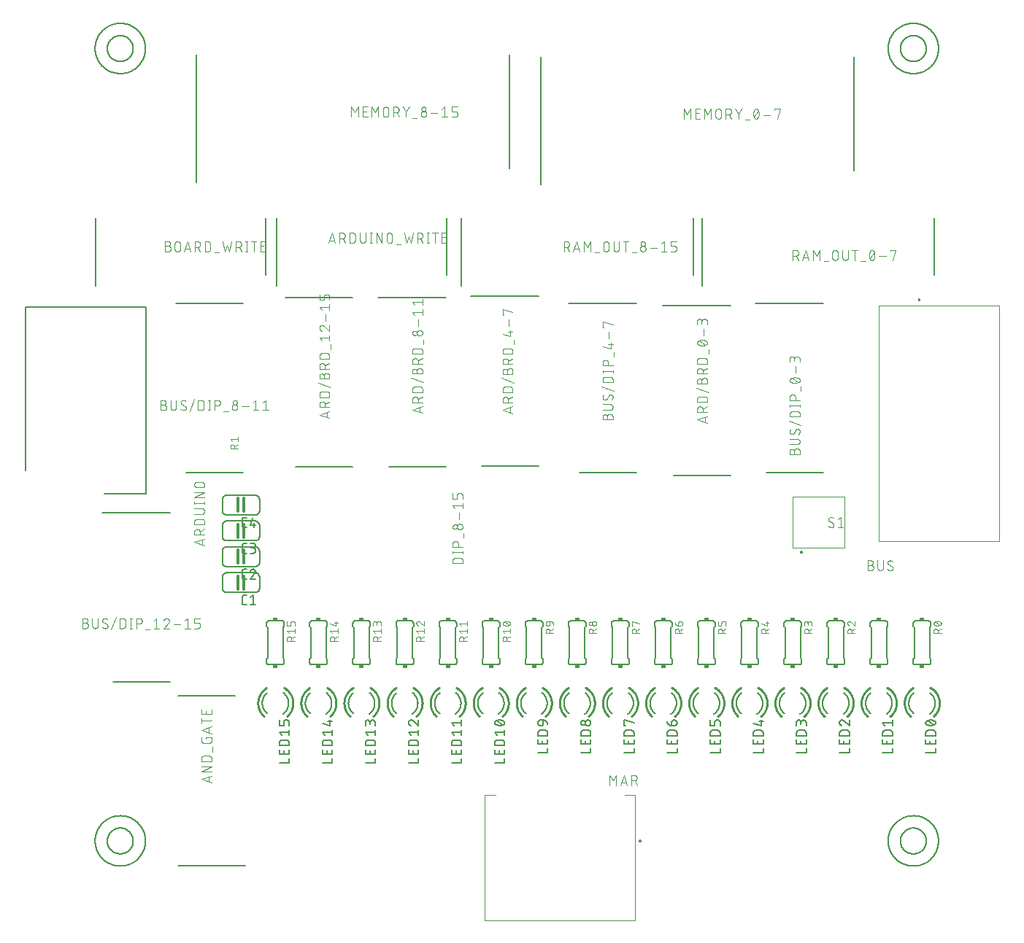
<source format=gbr>
G04 EAGLE Gerber RS-274X export*
G75*
%MOMM*%
%FSLAX34Y34*%
%LPD*%
%INSilkscreen Top*%
%IPPOS*%
%AMOC8*
5,1,8,0,0,1.08239X$1,22.5*%
G01*
%ADD10C,0.200000*%
%ADD11C,0.101600*%
%ADD12C,0.100000*%
%ADD13C,0.200000*%
%ADD14C,0.152400*%
%ADD15C,0.254000*%
%ADD16C,0.127000*%
%ADD17R,0.508000X0.381000*%
%ADD18C,0.304800*%
%ADD19C,0.203200*%


D10*
X669650Y661050D02*
X748000Y661050D01*
X748000Y464150D02*
X682000Y464150D01*
D11*
X709238Y529076D02*
X720922Y525181D01*
X720922Y532970D02*
X709238Y529076D01*
X718001Y531997D02*
X718001Y526155D01*
X720922Y537715D02*
X709238Y537715D01*
X709238Y540960D01*
X709240Y541073D01*
X709246Y541186D01*
X709256Y541299D01*
X709270Y541412D01*
X709287Y541524D01*
X709309Y541635D01*
X709334Y541745D01*
X709364Y541855D01*
X709397Y541963D01*
X709434Y542070D01*
X709474Y542176D01*
X709519Y542280D01*
X709567Y542383D01*
X709618Y542484D01*
X709673Y542583D01*
X709731Y542680D01*
X709793Y542775D01*
X709858Y542868D01*
X709926Y542958D01*
X709997Y543046D01*
X710072Y543132D01*
X710149Y543215D01*
X710229Y543295D01*
X710312Y543372D01*
X710398Y543447D01*
X710486Y543518D01*
X710576Y543586D01*
X710669Y543651D01*
X710764Y543713D01*
X710861Y543771D01*
X710960Y543826D01*
X711061Y543877D01*
X711164Y543925D01*
X711268Y543970D01*
X711374Y544010D01*
X711481Y544047D01*
X711589Y544080D01*
X711699Y544110D01*
X711809Y544135D01*
X711920Y544157D01*
X712032Y544174D01*
X712145Y544188D01*
X712258Y544198D01*
X712371Y544204D01*
X712484Y544206D01*
X712597Y544204D01*
X712710Y544198D01*
X712823Y544188D01*
X712936Y544174D01*
X713048Y544157D01*
X713159Y544135D01*
X713269Y544110D01*
X713379Y544080D01*
X713487Y544047D01*
X713594Y544010D01*
X713700Y543970D01*
X713804Y543925D01*
X713907Y543877D01*
X714008Y543826D01*
X714107Y543771D01*
X714204Y543713D01*
X714299Y543651D01*
X714392Y543586D01*
X714482Y543518D01*
X714570Y543447D01*
X714656Y543372D01*
X714739Y543295D01*
X714819Y543215D01*
X714896Y543132D01*
X714971Y543046D01*
X715042Y542958D01*
X715110Y542868D01*
X715175Y542775D01*
X715237Y542680D01*
X715295Y542583D01*
X715350Y542484D01*
X715401Y542383D01*
X715449Y542280D01*
X715494Y542176D01*
X715534Y542070D01*
X715571Y541963D01*
X715604Y541855D01*
X715634Y541745D01*
X715659Y541635D01*
X715681Y541524D01*
X715698Y541412D01*
X715712Y541299D01*
X715722Y541186D01*
X715728Y541073D01*
X715730Y540960D01*
X715729Y540960D02*
X715729Y537715D01*
X715729Y541609D02*
X720922Y544206D01*
X720922Y549452D02*
X709238Y549452D01*
X709238Y552698D01*
X709240Y552811D01*
X709246Y552924D01*
X709256Y553037D01*
X709270Y553150D01*
X709287Y553262D01*
X709309Y553373D01*
X709334Y553483D01*
X709364Y553593D01*
X709397Y553701D01*
X709434Y553808D01*
X709474Y553914D01*
X709519Y554018D01*
X709567Y554121D01*
X709618Y554222D01*
X709673Y554321D01*
X709731Y554418D01*
X709793Y554513D01*
X709858Y554606D01*
X709926Y554696D01*
X709997Y554784D01*
X710072Y554870D01*
X710149Y554953D01*
X710229Y555033D01*
X710312Y555110D01*
X710398Y555185D01*
X710486Y555256D01*
X710576Y555324D01*
X710669Y555389D01*
X710764Y555451D01*
X710861Y555509D01*
X710960Y555564D01*
X711061Y555615D01*
X711164Y555663D01*
X711268Y555708D01*
X711374Y555748D01*
X711481Y555785D01*
X711589Y555818D01*
X711699Y555848D01*
X711809Y555873D01*
X711920Y555895D01*
X712032Y555912D01*
X712145Y555926D01*
X712258Y555936D01*
X712371Y555942D01*
X712484Y555944D01*
X712484Y555943D02*
X717676Y555943D01*
X717676Y555944D02*
X717789Y555942D01*
X717902Y555936D01*
X718015Y555926D01*
X718128Y555912D01*
X718240Y555895D01*
X718351Y555873D01*
X718461Y555848D01*
X718571Y555818D01*
X718679Y555785D01*
X718786Y555748D01*
X718892Y555708D01*
X718996Y555663D01*
X719099Y555615D01*
X719200Y555564D01*
X719299Y555509D01*
X719396Y555451D01*
X719491Y555389D01*
X719584Y555324D01*
X719674Y555256D01*
X719762Y555185D01*
X719848Y555110D01*
X719931Y555033D01*
X720011Y554953D01*
X720088Y554870D01*
X720163Y554784D01*
X720234Y554696D01*
X720302Y554606D01*
X720367Y554513D01*
X720429Y554418D01*
X720487Y554321D01*
X720542Y554222D01*
X720593Y554121D01*
X720641Y554018D01*
X720686Y553914D01*
X720726Y553808D01*
X720763Y553701D01*
X720796Y553593D01*
X720826Y553483D01*
X720851Y553373D01*
X720873Y553262D01*
X720890Y553150D01*
X720904Y553037D01*
X720914Y552924D01*
X720920Y552811D01*
X720922Y552698D01*
X720922Y549452D01*
X722220Y560769D02*
X707940Y565962D01*
X714431Y570957D02*
X714431Y574203D01*
X714430Y574203D02*
X714432Y574316D01*
X714438Y574429D01*
X714448Y574542D01*
X714462Y574655D01*
X714479Y574767D01*
X714501Y574878D01*
X714526Y574988D01*
X714556Y575098D01*
X714589Y575206D01*
X714626Y575313D01*
X714666Y575419D01*
X714711Y575523D01*
X714759Y575626D01*
X714810Y575727D01*
X714865Y575826D01*
X714923Y575923D01*
X714985Y576018D01*
X715050Y576111D01*
X715118Y576201D01*
X715189Y576289D01*
X715264Y576375D01*
X715341Y576458D01*
X715421Y576538D01*
X715504Y576615D01*
X715590Y576690D01*
X715678Y576761D01*
X715768Y576829D01*
X715861Y576894D01*
X715956Y576956D01*
X716053Y577014D01*
X716152Y577069D01*
X716253Y577120D01*
X716356Y577168D01*
X716460Y577213D01*
X716566Y577253D01*
X716673Y577290D01*
X716781Y577323D01*
X716891Y577353D01*
X717001Y577378D01*
X717112Y577400D01*
X717224Y577417D01*
X717337Y577431D01*
X717450Y577441D01*
X717563Y577447D01*
X717676Y577449D01*
X717789Y577447D01*
X717902Y577441D01*
X718015Y577431D01*
X718128Y577417D01*
X718240Y577400D01*
X718351Y577378D01*
X718461Y577353D01*
X718571Y577323D01*
X718679Y577290D01*
X718786Y577253D01*
X718892Y577213D01*
X718996Y577168D01*
X719099Y577120D01*
X719200Y577069D01*
X719299Y577014D01*
X719396Y576956D01*
X719491Y576894D01*
X719584Y576829D01*
X719674Y576761D01*
X719762Y576690D01*
X719848Y576615D01*
X719931Y576538D01*
X720011Y576458D01*
X720088Y576375D01*
X720163Y576289D01*
X720234Y576201D01*
X720302Y576111D01*
X720367Y576018D01*
X720429Y575923D01*
X720487Y575826D01*
X720542Y575727D01*
X720593Y575626D01*
X720641Y575523D01*
X720686Y575419D01*
X720726Y575313D01*
X720763Y575206D01*
X720796Y575098D01*
X720826Y574988D01*
X720851Y574878D01*
X720873Y574767D01*
X720890Y574655D01*
X720904Y574542D01*
X720914Y574429D01*
X720920Y574316D01*
X720922Y574203D01*
X720922Y570957D01*
X709238Y570957D01*
X709238Y574203D01*
X709240Y574304D01*
X709246Y574404D01*
X709256Y574504D01*
X709269Y574604D01*
X709287Y574703D01*
X709308Y574802D01*
X709333Y574899D01*
X709362Y574996D01*
X709395Y575091D01*
X709431Y575185D01*
X709471Y575277D01*
X709514Y575368D01*
X709561Y575457D01*
X709611Y575544D01*
X709665Y575630D01*
X709722Y575713D01*
X709782Y575793D01*
X709845Y575872D01*
X709912Y575948D01*
X709981Y576021D01*
X710053Y576091D01*
X710127Y576159D01*
X710204Y576224D01*
X710284Y576285D01*
X710366Y576344D01*
X710450Y576399D01*
X710536Y576451D01*
X710624Y576500D01*
X710714Y576545D01*
X710806Y576587D01*
X710899Y576625D01*
X710994Y576659D01*
X711089Y576690D01*
X711186Y576717D01*
X711284Y576740D01*
X711383Y576760D01*
X711483Y576775D01*
X711583Y576787D01*
X711683Y576795D01*
X711784Y576799D01*
X711884Y576799D01*
X711985Y576795D01*
X712085Y576787D01*
X712185Y576775D01*
X712285Y576760D01*
X712384Y576740D01*
X712482Y576717D01*
X712579Y576690D01*
X712674Y576659D01*
X712769Y576625D01*
X712862Y576587D01*
X712954Y576545D01*
X713044Y576500D01*
X713132Y576451D01*
X713218Y576399D01*
X713302Y576344D01*
X713384Y576285D01*
X713464Y576224D01*
X713541Y576159D01*
X713615Y576091D01*
X713687Y576021D01*
X713756Y575948D01*
X713823Y575872D01*
X713886Y575793D01*
X713946Y575713D01*
X714003Y575630D01*
X714057Y575544D01*
X714107Y575457D01*
X714154Y575368D01*
X714197Y575277D01*
X714237Y575185D01*
X714273Y575091D01*
X714306Y574996D01*
X714335Y574899D01*
X714360Y574802D01*
X714381Y574703D01*
X714399Y574604D01*
X714412Y574504D01*
X714422Y574404D01*
X714428Y574304D01*
X714430Y574203D01*
X709238Y582292D02*
X720922Y582292D01*
X709238Y582292D02*
X709238Y585537D01*
X709240Y585650D01*
X709246Y585763D01*
X709256Y585876D01*
X709270Y585989D01*
X709287Y586101D01*
X709309Y586212D01*
X709334Y586322D01*
X709364Y586432D01*
X709397Y586540D01*
X709434Y586647D01*
X709474Y586753D01*
X709519Y586857D01*
X709567Y586960D01*
X709618Y587061D01*
X709673Y587160D01*
X709731Y587257D01*
X709793Y587352D01*
X709858Y587445D01*
X709926Y587535D01*
X709997Y587623D01*
X710072Y587709D01*
X710149Y587792D01*
X710229Y587872D01*
X710312Y587949D01*
X710398Y588024D01*
X710486Y588095D01*
X710576Y588163D01*
X710669Y588228D01*
X710764Y588290D01*
X710861Y588348D01*
X710960Y588403D01*
X711061Y588454D01*
X711164Y588502D01*
X711268Y588547D01*
X711374Y588587D01*
X711481Y588624D01*
X711589Y588657D01*
X711699Y588687D01*
X711809Y588712D01*
X711920Y588734D01*
X712032Y588751D01*
X712145Y588765D01*
X712258Y588775D01*
X712371Y588781D01*
X712484Y588783D01*
X712597Y588781D01*
X712710Y588775D01*
X712823Y588765D01*
X712936Y588751D01*
X713048Y588734D01*
X713159Y588712D01*
X713269Y588687D01*
X713379Y588657D01*
X713487Y588624D01*
X713594Y588587D01*
X713700Y588547D01*
X713804Y588502D01*
X713907Y588454D01*
X714008Y588403D01*
X714107Y588348D01*
X714204Y588290D01*
X714299Y588228D01*
X714392Y588163D01*
X714482Y588095D01*
X714570Y588024D01*
X714656Y587949D01*
X714739Y587872D01*
X714819Y587792D01*
X714896Y587709D01*
X714971Y587623D01*
X715042Y587535D01*
X715110Y587445D01*
X715175Y587352D01*
X715237Y587257D01*
X715295Y587160D01*
X715350Y587061D01*
X715401Y586960D01*
X715449Y586857D01*
X715494Y586753D01*
X715534Y586647D01*
X715571Y586540D01*
X715604Y586432D01*
X715634Y586322D01*
X715659Y586212D01*
X715681Y586101D01*
X715698Y585989D01*
X715712Y585876D01*
X715722Y585763D01*
X715728Y585650D01*
X715730Y585537D01*
X715729Y585537D02*
X715729Y582292D01*
X715729Y586186D02*
X720922Y588783D01*
X720922Y594029D02*
X709238Y594029D01*
X709238Y597275D01*
X709240Y597388D01*
X709246Y597501D01*
X709256Y597614D01*
X709270Y597727D01*
X709287Y597839D01*
X709309Y597950D01*
X709334Y598060D01*
X709364Y598170D01*
X709397Y598278D01*
X709434Y598385D01*
X709474Y598491D01*
X709519Y598595D01*
X709567Y598698D01*
X709618Y598799D01*
X709673Y598898D01*
X709731Y598995D01*
X709793Y599090D01*
X709858Y599183D01*
X709926Y599273D01*
X709997Y599361D01*
X710072Y599447D01*
X710149Y599530D01*
X710229Y599610D01*
X710312Y599687D01*
X710398Y599762D01*
X710486Y599833D01*
X710576Y599901D01*
X710669Y599966D01*
X710764Y600028D01*
X710861Y600086D01*
X710960Y600141D01*
X711061Y600192D01*
X711164Y600240D01*
X711268Y600285D01*
X711374Y600325D01*
X711481Y600362D01*
X711589Y600395D01*
X711699Y600425D01*
X711809Y600450D01*
X711920Y600472D01*
X712032Y600489D01*
X712145Y600503D01*
X712258Y600513D01*
X712371Y600519D01*
X712484Y600521D01*
X712484Y600520D02*
X717676Y600520D01*
X717676Y600521D02*
X717789Y600519D01*
X717902Y600513D01*
X718015Y600503D01*
X718128Y600489D01*
X718240Y600472D01*
X718351Y600450D01*
X718461Y600425D01*
X718571Y600395D01*
X718679Y600362D01*
X718786Y600325D01*
X718892Y600285D01*
X718996Y600240D01*
X719099Y600192D01*
X719200Y600141D01*
X719299Y600086D01*
X719396Y600028D01*
X719491Y599966D01*
X719584Y599901D01*
X719674Y599833D01*
X719762Y599762D01*
X719848Y599687D01*
X719931Y599610D01*
X720011Y599530D01*
X720088Y599447D01*
X720163Y599361D01*
X720234Y599273D01*
X720302Y599183D01*
X720367Y599090D01*
X720429Y598995D01*
X720487Y598898D01*
X720542Y598799D01*
X720593Y598698D01*
X720641Y598595D01*
X720686Y598491D01*
X720726Y598385D01*
X720763Y598278D01*
X720796Y598170D01*
X720826Y598060D01*
X720851Y597950D01*
X720873Y597839D01*
X720890Y597727D01*
X720904Y597614D01*
X720914Y597501D01*
X720920Y597388D01*
X720922Y597275D01*
X720922Y594029D01*
X722220Y605346D02*
X722220Y610539D01*
X715080Y614984D02*
X714850Y614987D01*
X714620Y614995D01*
X714391Y615009D01*
X714162Y615028D01*
X713933Y615053D01*
X713705Y615083D01*
X713478Y615118D01*
X713252Y615159D01*
X713027Y615205D01*
X712803Y615257D01*
X712580Y615314D01*
X712359Y615376D01*
X712139Y615444D01*
X711921Y615517D01*
X711705Y615595D01*
X711491Y615678D01*
X711279Y615766D01*
X711068Y615859D01*
X710861Y615958D01*
X710861Y615957D02*
X710771Y615990D01*
X710682Y616026D01*
X710594Y616066D01*
X710509Y616110D01*
X710425Y616157D01*
X710343Y616207D01*
X710263Y616261D01*
X710186Y616317D01*
X710110Y616377D01*
X710037Y616440D01*
X709967Y616505D01*
X709899Y616574D01*
X709835Y616645D01*
X709773Y616718D01*
X709714Y616794D01*
X709658Y616872D01*
X709605Y616953D01*
X709556Y617035D01*
X709510Y617119D01*
X709467Y617206D01*
X709428Y617293D01*
X709392Y617383D01*
X709360Y617473D01*
X709332Y617565D01*
X709307Y617658D01*
X709286Y617752D01*
X709269Y617846D01*
X709255Y617941D01*
X709246Y618037D01*
X709240Y618133D01*
X709238Y618229D01*
X709240Y618325D01*
X709246Y618421D01*
X709255Y618517D01*
X709269Y618612D01*
X709286Y618706D01*
X709307Y618800D01*
X709332Y618893D01*
X709360Y618985D01*
X709392Y619075D01*
X709428Y619165D01*
X709467Y619253D01*
X709510Y619339D01*
X709556Y619423D01*
X709605Y619505D01*
X709658Y619586D01*
X709714Y619664D01*
X709773Y619740D01*
X709835Y619813D01*
X709899Y619884D01*
X709967Y619953D01*
X710037Y620018D01*
X710110Y620081D01*
X710186Y620141D01*
X710263Y620197D01*
X710343Y620251D01*
X710425Y620301D01*
X710509Y620348D01*
X710594Y620392D01*
X710682Y620432D01*
X710771Y620468D01*
X710861Y620501D01*
X711068Y620600D01*
X711279Y620693D01*
X711491Y620781D01*
X711705Y620864D01*
X711921Y620942D01*
X712139Y621015D01*
X712359Y621083D01*
X712580Y621145D01*
X712803Y621202D01*
X713027Y621254D01*
X713252Y621300D01*
X713478Y621341D01*
X713705Y621376D01*
X713933Y621406D01*
X714162Y621431D01*
X714391Y621450D01*
X714620Y621464D01*
X714850Y621472D01*
X715080Y621475D01*
X715080Y614984D02*
X715310Y614987D01*
X715540Y614995D01*
X715769Y615009D01*
X715998Y615028D01*
X716227Y615053D01*
X716455Y615083D01*
X716682Y615118D01*
X716908Y615159D01*
X717133Y615205D01*
X717357Y615257D01*
X717580Y615314D01*
X717801Y615376D01*
X718021Y615444D01*
X718239Y615517D01*
X718455Y615595D01*
X718669Y615678D01*
X718881Y615766D01*
X719092Y615859D01*
X719299Y615958D01*
X719299Y615957D02*
X719389Y615990D01*
X719478Y616026D01*
X719566Y616067D01*
X719651Y616110D01*
X719735Y616157D01*
X719817Y616207D01*
X719897Y616261D01*
X719974Y616317D01*
X720050Y616377D01*
X720123Y616440D01*
X720193Y616505D01*
X720261Y616574D01*
X720325Y616645D01*
X720387Y616718D01*
X720446Y616794D01*
X720502Y616872D01*
X720555Y616953D01*
X720604Y617035D01*
X720650Y617119D01*
X720693Y617206D01*
X720732Y617293D01*
X720768Y617383D01*
X720800Y617473D01*
X720828Y617565D01*
X720853Y617658D01*
X720874Y617752D01*
X720891Y617846D01*
X720905Y617941D01*
X720914Y618037D01*
X720920Y618133D01*
X720922Y618229D01*
X719299Y620501D02*
X719092Y620600D01*
X718881Y620693D01*
X718669Y620781D01*
X718455Y620864D01*
X718239Y620942D01*
X718021Y621015D01*
X717801Y621083D01*
X717580Y621145D01*
X717357Y621202D01*
X717133Y621254D01*
X716908Y621300D01*
X716682Y621341D01*
X716455Y621376D01*
X716227Y621406D01*
X715998Y621431D01*
X715769Y621450D01*
X715540Y621464D01*
X715310Y621472D01*
X715080Y621475D01*
X719299Y620501D02*
X719389Y620468D01*
X719478Y620432D01*
X719566Y620392D01*
X719651Y620348D01*
X719735Y620301D01*
X719817Y620251D01*
X719897Y620197D01*
X719974Y620141D01*
X720050Y620081D01*
X720123Y620018D01*
X720193Y619953D01*
X720261Y619884D01*
X720325Y619813D01*
X720387Y619740D01*
X720446Y619664D01*
X720502Y619586D01*
X720555Y619505D01*
X720604Y619423D01*
X720650Y619339D01*
X720693Y619252D01*
X720732Y619165D01*
X720768Y619075D01*
X720800Y618985D01*
X720828Y618893D01*
X720853Y618800D01*
X720874Y618706D01*
X720891Y618612D01*
X720905Y618517D01*
X720914Y618421D01*
X720920Y618325D01*
X720922Y618229D01*
X718326Y615633D02*
X711834Y620826D01*
X716378Y626527D02*
X716378Y634316D01*
X720922Y639368D02*
X720922Y642613D01*
X720920Y642726D01*
X720914Y642839D01*
X720904Y642952D01*
X720890Y643065D01*
X720873Y643177D01*
X720851Y643288D01*
X720826Y643398D01*
X720796Y643508D01*
X720763Y643616D01*
X720726Y643723D01*
X720686Y643829D01*
X720641Y643933D01*
X720593Y644036D01*
X720542Y644137D01*
X720487Y644236D01*
X720429Y644333D01*
X720367Y644428D01*
X720302Y644521D01*
X720234Y644611D01*
X720163Y644699D01*
X720088Y644785D01*
X720011Y644868D01*
X719931Y644948D01*
X719848Y645025D01*
X719762Y645100D01*
X719674Y645171D01*
X719584Y645239D01*
X719491Y645304D01*
X719396Y645366D01*
X719299Y645424D01*
X719200Y645479D01*
X719099Y645530D01*
X718996Y645578D01*
X718892Y645623D01*
X718786Y645663D01*
X718679Y645700D01*
X718571Y645733D01*
X718461Y645763D01*
X718351Y645788D01*
X718240Y645810D01*
X718128Y645827D01*
X718015Y645841D01*
X717902Y645851D01*
X717789Y645857D01*
X717676Y645859D01*
X717563Y645857D01*
X717450Y645851D01*
X717337Y645841D01*
X717224Y645827D01*
X717112Y645810D01*
X717001Y645788D01*
X716891Y645763D01*
X716781Y645733D01*
X716673Y645700D01*
X716566Y645663D01*
X716460Y645623D01*
X716356Y645578D01*
X716253Y645530D01*
X716152Y645479D01*
X716053Y645424D01*
X715956Y645366D01*
X715861Y645304D01*
X715768Y645239D01*
X715678Y645171D01*
X715590Y645100D01*
X715504Y645025D01*
X715421Y644948D01*
X715341Y644868D01*
X715264Y644785D01*
X715189Y644699D01*
X715118Y644611D01*
X715050Y644521D01*
X714985Y644428D01*
X714923Y644333D01*
X714865Y644236D01*
X714810Y644137D01*
X714759Y644036D01*
X714711Y643933D01*
X714666Y643829D01*
X714626Y643723D01*
X714589Y643616D01*
X714556Y643508D01*
X714526Y643398D01*
X714501Y643288D01*
X714479Y643177D01*
X714462Y643065D01*
X714448Y642952D01*
X714438Y642839D01*
X714432Y642726D01*
X714430Y642613D01*
X709238Y643263D02*
X709238Y639368D01*
X709238Y643263D02*
X709240Y643364D01*
X709246Y643464D01*
X709256Y643564D01*
X709269Y643664D01*
X709287Y643763D01*
X709308Y643862D01*
X709333Y643959D01*
X709362Y644056D01*
X709395Y644151D01*
X709431Y644245D01*
X709471Y644337D01*
X709514Y644428D01*
X709561Y644517D01*
X709611Y644604D01*
X709665Y644690D01*
X709722Y644773D01*
X709782Y644853D01*
X709845Y644932D01*
X709912Y645008D01*
X709981Y645081D01*
X710053Y645151D01*
X710127Y645219D01*
X710204Y645284D01*
X710284Y645345D01*
X710366Y645404D01*
X710450Y645459D01*
X710536Y645511D01*
X710624Y645560D01*
X710714Y645605D01*
X710806Y645647D01*
X710899Y645685D01*
X710994Y645719D01*
X711089Y645750D01*
X711186Y645777D01*
X711284Y645800D01*
X711383Y645820D01*
X711483Y645835D01*
X711583Y645847D01*
X711683Y645855D01*
X711784Y645859D01*
X711884Y645859D01*
X711985Y645855D01*
X712085Y645847D01*
X712185Y645835D01*
X712285Y645820D01*
X712384Y645800D01*
X712482Y645777D01*
X712579Y645750D01*
X712674Y645719D01*
X712769Y645685D01*
X712862Y645647D01*
X712954Y645605D01*
X713044Y645560D01*
X713132Y645511D01*
X713218Y645459D01*
X713302Y645404D01*
X713384Y645345D01*
X713464Y645284D01*
X713541Y645219D01*
X713615Y645151D01*
X713687Y645081D01*
X713756Y645008D01*
X713823Y644932D01*
X713886Y644853D01*
X713946Y644773D01*
X714003Y644690D01*
X714057Y644604D01*
X714107Y644517D01*
X714154Y644428D01*
X714197Y644337D01*
X714237Y644245D01*
X714273Y644151D01*
X714306Y644056D01*
X714335Y643959D01*
X714360Y643862D01*
X714381Y643763D01*
X714399Y643664D01*
X714412Y643564D01*
X714422Y643464D01*
X714428Y643364D01*
X714430Y643263D01*
X714431Y643263D02*
X714431Y640666D01*
D10*
X309800Y671050D02*
X231450Y671050D01*
X243800Y474150D02*
X309800Y474150D01*
D11*
X282642Y530831D02*
X270958Y534726D01*
X282642Y538620D01*
X279721Y537647D02*
X279721Y531805D01*
X282642Y543365D02*
X270958Y543365D01*
X270958Y546610D01*
X270960Y546723D01*
X270966Y546836D01*
X270976Y546949D01*
X270990Y547062D01*
X271007Y547174D01*
X271029Y547285D01*
X271054Y547395D01*
X271084Y547505D01*
X271117Y547613D01*
X271154Y547720D01*
X271194Y547826D01*
X271239Y547930D01*
X271287Y548033D01*
X271338Y548134D01*
X271393Y548233D01*
X271451Y548330D01*
X271513Y548425D01*
X271578Y548518D01*
X271646Y548608D01*
X271717Y548696D01*
X271792Y548782D01*
X271869Y548865D01*
X271949Y548945D01*
X272032Y549022D01*
X272118Y549097D01*
X272206Y549168D01*
X272296Y549236D01*
X272389Y549301D01*
X272484Y549363D01*
X272581Y549421D01*
X272680Y549476D01*
X272781Y549527D01*
X272884Y549575D01*
X272988Y549620D01*
X273094Y549660D01*
X273201Y549697D01*
X273309Y549730D01*
X273419Y549760D01*
X273529Y549785D01*
X273640Y549807D01*
X273752Y549824D01*
X273865Y549838D01*
X273978Y549848D01*
X274091Y549854D01*
X274204Y549856D01*
X274317Y549854D01*
X274430Y549848D01*
X274543Y549838D01*
X274656Y549824D01*
X274768Y549807D01*
X274879Y549785D01*
X274989Y549760D01*
X275099Y549730D01*
X275207Y549697D01*
X275314Y549660D01*
X275420Y549620D01*
X275524Y549575D01*
X275627Y549527D01*
X275728Y549476D01*
X275827Y549421D01*
X275924Y549363D01*
X276019Y549301D01*
X276112Y549236D01*
X276202Y549168D01*
X276290Y549097D01*
X276376Y549022D01*
X276459Y548945D01*
X276539Y548865D01*
X276616Y548782D01*
X276691Y548696D01*
X276762Y548608D01*
X276830Y548518D01*
X276895Y548425D01*
X276957Y548330D01*
X277015Y548233D01*
X277070Y548134D01*
X277121Y548033D01*
X277169Y547930D01*
X277214Y547826D01*
X277254Y547720D01*
X277291Y547613D01*
X277324Y547505D01*
X277354Y547395D01*
X277379Y547285D01*
X277401Y547174D01*
X277418Y547062D01*
X277432Y546949D01*
X277442Y546836D01*
X277448Y546723D01*
X277450Y546610D01*
X277449Y546610D02*
X277449Y543365D01*
X277449Y547259D02*
X282642Y549856D01*
X282642Y555102D02*
X270958Y555102D01*
X270958Y558348D01*
X270960Y558461D01*
X270966Y558574D01*
X270976Y558687D01*
X270990Y558800D01*
X271007Y558912D01*
X271029Y559023D01*
X271054Y559133D01*
X271084Y559243D01*
X271117Y559351D01*
X271154Y559458D01*
X271194Y559564D01*
X271239Y559668D01*
X271287Y559771D01*
X271338Y559872D01*
X271393Y559971D01*
X271451Y560068D01*
X271513Y560163D01*
X271578Y560256D01*
X271646Y560346D01*
X271717Y560434D01*
X271792Y560520D01*
X271869Y560603D01*
X271949Y560683D01*
X272032Y560760D01*
X272118Y560835D01*
X272206Y560906D01*
X272296Y560974D01*
X272389Y561039D01*
X272484Y561101D01*
X272581Y561159D01*
X272680Y561214D01*
X272781Y561265D01*
X272884Y561313D01*
X272988Y561358D01*
X273094Y561398D01*
X273201Y561435D01*
X273309Y561468D01*
X273419Y561498D01*
X273529Y561523D01*
X273640Y561545D01*
X273752Y561562D01*
X273865Y561576D01*
X273978Y561586D01*
X274091Y561592D01*
X274204Y561594D01*
X274204Y561593D02*
X279396Y561593D01*
X279396Y561594D02*
X279509Y561592D01*
X279622Y561586D01*
X279735Y561576D01*
X279848Y561562D01*
X279960Y561545D01*
X280071Y561523D01*
X280181Y561498D01*
X280291Y561468D01*
X280399Y561435D01*
X280506Y561398D01*
X280612Y561358D01*
X280716Y561313D01*
X280819Y561265D01*
X280920Y561214D01*
X281019Y561159D01*
X281116Y561101D01*
X281211Y561039D01*
X281304Y560974D01*
X281394Y560906D01*
X281482Y560835D01*
X281568Y560760D01*
X281651Y560683D01*
X281731Y560603D01*
X281808Y560520D01*
X281883Y560434D01*
X281954Y560346D01*
X282022Y560256D01*
X282087Y560163D01*
X282149Y560068D01*
X282207Y559971D01*
X282262Y559872D01*
X282313Y559771D01*
X282361Y559668D01*
X282406Y559564D01*
X282446Y559458D01*
X282483Y559351D01*
X282516Y559243D01*
X282546Y559133D01*
X282571Y559023D01*
X282593Y558912D01*
X282610Y558800D01*
X282624Y558687D01*
X282634Y558574D01*
X282640Y558461D01*
X282642Y558348D01*
X282642Y555102D01*
X283940Y566419D02*
X269660Y571612D01*
X276151Y576607D02*
X276151Y579853D01*
X276150Y579853D02*
X276152Y579966D01*
X276158Y580079D01*
X276168Y580192D01*
X276182Y580305D01*
X276199Y580417D01*
X276221Y580528D01*
X276246Y580638D01*
X276276Y580748D01*
X276309Y580856D01*
X276346Y580963D01*
X276386Y581069D01*
X276431Y581173D01*
X276479Y581276D01*
X276530Y581377D01*
X276585Y581476D01*
X276643Y581573D01*
X276705Y581668D01*
X276770Y581761D01*
X276838Y581851D01*
X276909Y581939D01*
X276984Y582025D01*
X277061Y582108D01*
X277141Y582188D01*
X277224Y582265D01*
X277310Y582340D01*
X277398Y582411D01*
X277488Y582479D01*
X277581Y582544D01*
X277676Y582606D01*
X277773Y582664D01*
X277872Y582719D01*
X277973Y582770D01*
X278076Y582818D01*
X278180Y582863D01*
X278286Y582903D01*
X278393Y582940D01*
X278501Y582973D01*
X278611Y583003D01*
X278721Y583028D01*
X278832Y583050D01*
X278944Y583067D01*
X279057Y583081D01*
X279170Y583091D01*
X279283Y583097D01*
X279396Y583099D01*
X279509Y583097D01*
X279622Y583091D01*
X279735Y583081D01*
X279848Y583067D01*
X279960Y583050D01*
X280071Y583028D01*
X280181Y583003D01*
X280291Y582973D01*
X280399Y582940D01*
X280506Y582903D01*
X280612Y582863D01*
X280716Y582818D01*
X280819Y582770D01*
X280920Y582719D01*
X281019Y582664D01*
X281116Y582606D01*
X281211Y582544D01*
X281304Y582479D01*
X281394Y582411D01*
X281482Y582340D01*
X281568Y582265D01*
X281651Y582188D01*
X281731Y582108D01*
X281808Y582025D01*
X281883Y581939D01*
X281954Y581851D01*
X282022Y581761D01*
X282087Y581668D01*
X282149Y581573D01*
X282207Y581476D01*
X282262Y581377D01*
X282313Y581276D01*
X282361Y581173D01*
X282406Y581069D01*
X282446Y580963D01*
X282483Y580856D01*
X282516Y580748D01*
X282546Y580638D01*
X282571Y580528D01*
X282593Y580417D01*
X282610Y580305D01*
X282624Y580192D01*
X282634Y580079D01*
X282640Y579966D01*
X282642Y579853D01*
X282642Y576607D01*
X270958Y576607D01*
X270958Y579853D01*
X270960Y579954D01*
X270966Y580054D01*
X270976Y580154D01*
X270989Y580254D01*
X271007Y580353D01*
X271028Y580452D01*
X271053Y580549D01*
X271082Y580646D01*
X271115Y580741D01*
X271151Y580835D01*
X271191Y580927D01*
X271234Y581018D01*
X271281Y581107D01*
X271331Y581194D01*
X271385Y581280D01*
X271442Y581363D01*
X271502Y581443D01*
X271565Y581522D01*
X271632Y581598D01*
X271701Y581671D01*
X271773Y581741D01*
X271847Y581809D01*
X271924Y581874D01*
X272004Y581935D01*
X272086Y581994D01*
X272170Y582049D01*
X272256Y582101D01*
X272344Y582150D01*
X272434Y582195D01*
X272526Y582237D01*
X272619Y582275D01*
X272714Y582309D01*
X272809Y582340D01*
X272906Y582367D01*
X273004Y582390D01*
X273103Y582410D01*
X273203Y582425D01*
X273303Y582437D01*
X273403Y582445D01*
X273504Y582449D01*
X273604Y582449D01*
X273705Y582445D01*
X273805Y582437D01*
X273905Y582425D01*
X274005Y582410D01*
X274104Y582390D01*
X274202Y582367D01*
X274299Y582340D01*
X274394Y582309D01*
X274489Y582275D01*
X274582Y582237D01*
X274674Y582195D01*
X274764Y582150D01*
X274852Y582101D01*
X274938Y582049D01*
X275022Y581994D01*
X275104Y581935D01*
X275184Y581874D01*
X275261Y581809D01*
X275335Y581741D01*
X275407Y581671D01*
X275476Y581598D01*
X275543Y581522D01*
X275606Y581443D01*
X275666Y581363D01*
X275723Y581280D01*
X275777Y581194D01*
X275827Y581107D01*
X275874Y581018D01*
X275917Y580927D01*
X275957Y580835D01*
X275993Y580741D01*
X276026Y580646D01*
X276055Y580549D01*
X276080Y580452D01*
X276101Y580353D01*
X276119Y580254D01*
X276132Y580154D01*
X276142Y580054D01*
X276148Y579954D01*
X276150Y579853D01*
X270958Y587942D02*
X282642Y587942D01*
X270958Y587942D02*
X270958Y591187D01*
X270960Y591300D01*
X270966Y591413D01*
X270976Y591526D01*
X270990Y591639D01*
X271007Y591751D01*
X271029Y591862D01*
X271054Y591972D01*
X271084Y592082D01*
X271117Y592190D01*
X271154Y592297D01*
X271194Y592403D01*
X271239Y592507D01*
X271287Y592610D01*
X271338Y592711D01*
X271393Y592810D01*
X271451Y592907D01*
X271513Y593002D01*
X271578Y593095D01*
X271646Y593185D01*
X271717Y593273D01*
X271792Y593359D01*
X271869Y593442D01*
X271949Y593522D01*
X272032Y593599D01*
X272118Y593674D01*
X272206Y593745D01*
X272296Y593813D01*
X272389Y593878D01*
X272484Y593940D01*
X272581Y593998D01*
X272680Y594053D01*
X272781Y594104D01*
X272884Y594152D01*
X272988Y594197D01*
X273094Y594237D01*
X273201Y594274D01*
X273309Y594307D01*
X273419Y594337D01*
X273529Y594362D01*
X273640Y594384D01*
X273752Y594401D01*
X273865Y594415D01*
X273978Y594425D01*
X274091Y594431D01*
X274204Y594433D01*
X274317Y594431D01*
X274430Y594425D01*
X274543Y594415D01*
X274656Y594401D01*
X274768Y594384D01*
X274879Y594362D01*
X274989Y594337D01*
X275099Y594307D01*
X275207Y594274D01*
X275314Y594237D01*
X275420Y594197D01*
X275524Y594152D01*
X275627Y594104D01*
X275728Y594053D01*
X275827Y593998D01*
X275924Y593940D01*
X276019Y593878D01*
X276112Y593813D01*
X276202Y593745D01*
X276290Y593674D01*
X276376Y593599D01*
X276459Y593522D01*
X276539Y593442D01*
X276616Y593359D01*
X276691Y593273D01*
X276762Y593185D01*
X276830Y593095D01*
X276895Y593002D01*
X276957Y592907D01*
X277015Y592810D01*
X277070Y592711D01*
X277121Y592610D01*
X277169Y592507D01*
X277214Y592403D01*
X277254Y592297D01*
X277291Y592190D01*
X277324Y592082D01*
X277354Y591972D01*
X277379Y591862D01*
X277401Y591751D01*
X277418Y591639D01*
X277432Y591526D01*
X277442Y591413D01*
X277448Y591300D01*
X277450Y591187D01*
X277449Y591187D02*
X277449Y587942D01*
X277449Y591836D02*
X282642Y594433D01*
X282642Y599679D02*
X270958Y599679D01*
X270958Y602925D01*
X270960Y603038D01*
X270966Y603151D01*
X270976Y603264D01*
X270990Y603377D01*
X271007Y603489D01*
X271029Y603600D01*
X271054Y603710D01*
X271084Y603820D01*
X271117Y603928D01*
X271154Y604035D01*
X271194Y604141D01*
X271239Y604245D01*
X271287Y604348D01*
X271338Y604449D01*
X271393Y604548D01*
X271451Y604645D01*
X271513Y604740D01*
X271578Y604833D01*
X271646Y604923D01*
X271717Y605011D01*
X271792Y605097D01*
X271869Y605180D01*
X271949Y605260D01*
X272032Y605337D01*
X272118Y605412D01*
X272206Y605483D01*
X272296Y605551D01*
X272389Y605616D01*
X272484Y605678D01*
X272581Y605736D01*
X272680Y605791D01*
X272781Y605842D01*
X272884Y605890D01*
X272988Y605935D01*
X273094Y605975D01*
X273201Y606012D01*
X273309Y606045D01*
X273419Y606075D01*
X273529Y606100D01*
X273640Y606122D01*
X273752Y606139D01*
X273865Y606153D01*
X273978Y606163D01*
X274091Y606169D01*
X274204Y606171D01*
X274204Y606170D02*
X279396Y606170D01*
X279396Y606171D02*
X279509Y606169D01*
X279622Y606163D01*
X279735Y606153D01*
X279848Y606139D01*
X279960Y606122D01*
X280071Y606100D01*
X280181Y606075D01*
X280291Y606045D01*
X280399Y606012D01*
X280506Y605975D01*
X280612Y605935D01*
X280716Y605890D01*
X280819Y605842D01*
X280920Y605791D01*
X281019Y605736D01*
X281116Y605678D01*
X281211Y605616D01*
X281304Y605551D01*
X281394Y605483D01*
X281482Y605412D01*
X281568Y605337D01*
X281651Y605260D01*
X281731Y605180D01*
X281808Y605097D01*
X281883Y605011D01*
X281954Y604923D01*
X282022Y604833D01*
X282087Y604740D01*
X282149Y604645D01*
X282207Y604548D01*
X282262Y604449D01*
X282313Y604348D01*
X282361Y604245D01*
X282406Y604141D01*
X282446Y604035D01*
X282483Y603928D01*
X282516Y603820D01*
X282546Y603710D01*
X282571Y603600D01*
X282593Y603489D01*
X282610Y603377D01*
X282624Y603264D01*
X282634Y603151D01*
X282640Y603038D01*
X282642Y602925D01*
X282642Y599679D01*
X283940Y610996D02*
X283940Y616189D01*
X273554Y620634D02*
X270958Y623880D01*
X282642Y623880D01*
X282642Y627125D02*
X282642Y620634D01*
X270958Y635634D02*
X270960Y635741D01*
X270966Y635847D01*
X270976Y635953D01*
X270989Y636059D01*
X271007Y636165D01*
X271028Y636269D01*
X271053Y636373D01*
X271082Y636476D01*
X271114Y636577D01*
X271151Y636677D01*
X271191Y636776D01*
X271234Y636874D01*
X271281Y636970D01*
X271332Y637064D01*
X271386Y637156D01*
X271443Y637246D01*
X271503Y637334D01*
X271567Y637419D01*
X271634Y637502D01*
X271704Y637583D01*
X271776Y637661D01*
X271852Y637737D01*
X271930Y637809D01*
X272011Y637879D01*
X272094Y637946D01*
X272179Y638010D01*
X272267Y638070D01*
X272357Y638127D01*
X272449Y638181D01*
X272543Y638232D01*
X272639Y638279D01*
X272737Y638322D01*
X272836Y638362D01*
X272936Y638399D01*
X273037Y638431D01*
X273140Y638460D01*
X273244Y638485D01*
X273348Y638506D01*
X273454Y638524D01*
X273560Y638537D01*
X273666Y638547D01*
X273772Y638553D01*
X273879Y638555D01*
X270958Y635634D02*
X270960Y635513D01*
X270966Y635392D01*
X270976Y635272D01*
X270989Y635151D01*
X271007Y635032D01*
X271028Y634912D01*
X271053Y634794D01*
X271082Y634677D01*
X271115Y634560D01*
X271151Y634445D01*
X271192Y634331D01*
X271235Y634218D01*
X271283Y634106D01*
X271334Y633997D01*
X271389Y633889D01*
X271447Y633782D01*
X271508Y633678D01*
X271573Y633576D01*
X271641Y633476D01*
X271712Y633378D01*
X271786Y633282D01*
X271863Y633189D01*
X271944Y633099D01*
X272027Y633011D01*
X272113Y632926D01*
X272202Y632843D01*
X272293Y632764D01*
X272387Y632687D01*
X272483Y632614D01*
X272581Y632544D01*
X272682Y632477D01*
X272785Y632413D01*
X272890Y632353D01*
X272997Y632295D01*
X273105Y632242D01*
X273215Y632192D01*
X273327Y632146D01*
X273440Y632103D01*
X273555Y632064D01*
X276151Y637581D02*
X276073Y637660D01*
X275993Y637736D01*
X275910Y637809D01*
X275824Y637879D01*
X275737Y637946D01*
X275646Y638010D01*
X275554Y638070D01*
X275460Y638128D01*
X275363Y638182D01*
X275265Y638232D01*
X275165Y638279D01*
X275064Y638323D01*
X274961Y638363D01*
X274856Y638399D01*
X274751Y638431D01*
X274644Y638460D01*
X274537Y638485D01*
X274428Y638507D01*
X274319Y638524D01*
X274210Y638538D01*
X274100Y638547D01*
X273989Y638553D01*
X273879Y638555D01*
X276151Y637581D02*
X282642Y632064D01*
X282642Y638555D01*
X278098Y643607D02*
X278098Y651396D01*
X273554Y656448D02*
X270958Y659693D01*
X282642Y659693D01*
X282642Y656448D02*
X282642Y662939D01*
X282642Y667878D02*
X282642Y671773D01*
X282640Y671872D01*
X282634Y671972D01*
X282625Y672071D01*
X282612Y672169D01*
X282595Y672267D01*
X282574Y672365D01*
X282549Y672461D01*
X282521Y672556D01*
X282489Y672650D01*
X282454Y672743D01*
X282415Y672835D01*
X282372Y672925D01*
X282327Y673013D01*
X282277Y673100D01*
X282225Y673184D01*
X282169Y673267D01*
X282111Y673347D01*
X282049Y673425D01*
X281984Y673500D01*
X281916Y673573D01*
X281846Y673643D01*
X281773Y673711D01*
X281698Y673776D01*
X281620Y673838D01*
X281540Y673896D01*
X281457Y673952D01*
X281373Y674004D01*
X281286Y674054D01*
X281198Y674099D01*
X281108Y674142D01*
X281016Y674181D01*
X280923Y674216D01*
X280829Y674248D01*
X280734Y674276D01*
X280638Y674301D01*
X280540Y674322D01*
X280442Y674339D01*
X280344Y674352D01*
X280245Y674361D01*
X280145Y674367D01*
X280046Y674369D01*
X278747Y674369D01*
X278648Y674367D01*
X278548Y674361D01*
X278449Y674352D01*
X278351Y674339D01*
X278253Y674322D01*
X278155Y674301D01*
X278059Y674276D01*
X277964Y674248D01*
X277870Y674216D01*
X277777Y674181D01*
X277685Y674142D01*
X277595Y674099D01*
X277507Y674054D01*
X277420Y674004D01*
X277336Y673952D01*
X277253Y673896D01*
X277173Y673838D01*
X277095Y673776D01*
X277020Y673711D01*
X276947Y673643D01*
X276877Y673573D01*
X276809Y673500D01*
X276744Y673425D01*
X276682Y673347D01*
X276624Y673267D01*
X276568Y673184D01*
X276516Y673100D01*
X276466Y673013D01*
X276421Y672925D01*
X276378Y672835D01*
X276339Y672743D01*
X276304Y672650D01*
X276272Y672556D01*
X276244Y672461D01*
X276219Y672365D01*
X276198Y672267D01*
X276181Y672169D01*
X276168Y672071D01*
X276159Y671972D01*
X276153Y671872D01*
X276151Y671773D01*
X276151Y667878D01*
X270958Y667878D01*
X270958Y674369D01*
D10*
X446630Y672330D02*
X524980Y672330D01*
X524980Y475430D02*
X458980Y475430D01*
D11*
X483598Y540296D02*
X495282Y536401D01*
X495282Y544190D02*
X483598Y540296D01*
X492361Y543217D02*
X492361Y537375D01*
X495282Y548935D02*
X483598Y548935D01*
X483598Y552180D01*
X483600Y552293D01*
X483606Y552406D01*
X483616Y552519D01*
X483630Y552632D01*
X483647Y552744D01*
X483669Y552855D01*
X483694Y552965D01*
X483724Y553075D01*
X483757Y553183D01*
X483794Y553290D01*
X483834Y553396D01*
X483879Y553500D01*
X483927Y553603D01*
X483978Y553704D01*
X484033Y553803D01*
X484091Y553900D01*
X484153Y553995D01*
X484218Y554088D01*
X484286Y554178D01*
X484357Y554266D01*
X484432Y554352D01*
X484509Y554435D01*
X484589Y554515D01*
X484672Y554592D01*
X484758Y554667D01*
X484846Y554738D01*
X484936Y554806D01*
X485029Y554871D01*
X485124Y554933D01*
X485221Y554991D01*
X485320Y555046D01*
X485421Y555097D01*
X485524Y555145D01*
X485628Y555190D01*
X485734Y555230D01*
X485841Y555267D01*
X485949Y555300D01*
X486059Y555330D01*
X486169Y555355D01*
X486280Y555377D01*
X486392Y555394D01*
X486505Y555408D01*
X486618Y555418D01*
X486731Y555424D01*
X486844Y555426D01*
X486957Y555424D01*
X487070Y555418D01*
X487183Y555408D01*
X487296Y555394D01*
X487408Y555377D01*
X487519Y555355D01*
X487629Y555330D01*
X487739Y555300D01*
X487847Y555267D01*
X487954Y555230D01*
X488060Y555190D01*
X488164Y555145D01*
X488267Y555097D01*
X488368Y555046D01*
X488467Y554991D01*
X488564Y554933D01*
X488659Y554871D01*
X488752Y554806D01*
X488842Y554738D01*
X488930Y554667D01*
X489016Y554592D01*
X489099Y554515D01*
X489179Y554435D01*
X489256Y554352D01*
X489331Y554266D01*
X489402Y554178D01*
X489470Y554088D01*
X489535Y553995D01*
X489597Y553900D01*
X489655Y553803D01*
X489710Y553704D01*
X489761Y553603D01*
X489809Y553500D01*
X489854Y553396D01*
X489894Y553290D01*
X489931Y553183D01*
X489964Y553075D01*
X489994Y552965D01*
X490019Y552855D01*
X490041Y552744D01*
X490058Y552632D01*
X490072Y552519D01*
X490082Y552406D01*
X490088Y552293D01*
X490090Y552180D01*
X490089Y552180D02*
X490089Y548935D01*
X490089Y552829D02*
X495282Y555426D01*
X495282Y560672D02*
X483598Y560672D01*
X483598Y563918D01*
X483600Y564031D01*
X483606Y564144D01*
X483616Y564257D01*
X483630Y564370D01*
X483647Y564482D01*
X483669Y564593D01*
X483694Y564703D01*
X483724Y564813D01*
X483757Y564921D01*
X483794Y565028D01*
X483834Y565134D01*
X483879Y565238D01*
X483927Y565341D01*
X483978Y565442D01*
X484033Y565541D01*
X484091Y565638D01*
X484153Y565733D01*
X484218Y565826D01*
X484286Y565916D01*
X484357Y566004D01*
X484432Y566090D01*
X484509Y566173D01*
X484589Y566253D01*
X484672Y566330D01*
X484758Y566405D01*
X484846Y566476D01*
X484936Y566544D01*
X485029Y566609D01*
X485124Y566671D01*
X485221Y566729D01*
X485320Y566784D01*
X485421Y566835D01*
X485524Y566883D01*
X485628Y566928D01*
X485734Y566968D01*
X485841Y567005D01*
X485949Y567038D01*
X486059Y567068D01*
X486169Y567093D01*
X486280Y567115D01*
X486392Y567132D01*
X486505Y567146D01*
X486618Y567156D01*
X486731Y567162D01*
X486844Y567164D01*
X486844Y567163D02*
X492036Y567163D01*
X492036Y567164D02*
X492149Y567162D01*
X492262Y567156D01*
X492375Y567146D01*
X492488Y567132D01*
X492600Y567115D01*
X492711Y567093D01*
X492821Y567068D01*
X492931Y567038D01*
X493039Y567005D01*
X493146Y566968D01*
X493252Y566928D01*
X493356Y566883D01*
X493459Y566835D01*
X493560Y566784D01*
X493659Y566729D01*
X493756Y566671D01*
X493851Y566609D01*
X493944Y566544D01*
X494034Y566476D01*
X494122Y566405D01*
X494208Y566330D01*
X494291Y566253D01*
X494371Y566173D01*
X494448Y566090D01*
X494523Y566004D01*
X494594Y565916D01*
X494662Y565826D01*
X494727Y565733D01*
X494789Y565638D01*
X494847Y565541D01*
X494902Y565442D01*
X494953Y565341D01*
X495001Y565238D01*
X495046Y565134D01*
X495086Y565028D01*
X495123Y564921D01*
X495156Y564813D01*
X495186Y564703D01*
X495211Y564593D01*
X495233Y564482D01*
X495250Y564370D01*
X495264Y564257D01*
X495274Y564144D01*
X495280Y564031D01*
X495282Y563918D01*
X495282Y560672D01*
X496580Y571989D02*
X482300Y577182D01*
X488791Y582177D02*
X488791Y585423D01*
X488790Y585423D02*
X488792Y585536D01*
X488798Y585649D01*
X488808Y585762D01*
X488822Y585875D01*
X488839Y585987D01*
X488861Y586098D01*
X488886Y586208D01*
X488916Y586318D01*
X488949Y586426D01*
X488986Y586533D01*
X489026Y586639D01*
X489071Y586743D01*
X489119Y586846D01*
X489170Y586947D01*
X489225Y587046D01*
X489283Y587143D01*
X489345Y587238D01*
X489410Y587331D01*
X489478Y587421D01*
X489549Y587509D01*
X489624Y587595D01*
X489701Y587678D01*
X489781Y587758D01*
X489864Y587835D01*
X489950Y587910D01*
X490038Y587981D01*
X490128Y588049D01*
X490221Y588114D01*
X490316Y588176D01*
X490413Y588234D01*
X490512Y588289D01*
X490613Y588340D01*
X490716Y588388D01*
X490820Y588433D01*
X490926Y588473D01*
X491033Y588510D01*
X491141Y588543D01*
X491251Y588573D01*
X491361Y588598D01*
X491472Y588620D01*
X491584Y588637D01*
X491697Y588651D01*
X491810Y588661D01*
X491923Y588667D01*
X492036Y588669D01*
X492149Y588667D01*
X492262Y588661D01*
X492375Y588651D01*
X492488Y588637D01*
X492600Y588620D01*
X492711Y588598D01*
X492821Y588573D01*
X492931Y588543D01*
X493039Y588510D01*
X493146Y588473D01*
X493252Y588433D01*
X493356Y588388D01*
X493459Y588340D01*
X493560Y588289D01*
X493659Y588234D01*
X493756Y588176D01*
X493851Y588114D01*
X493944Y588049D01*
X494034Y587981D01*
X494122Y587910D01*
X494208Y587835D01*
X494291Y587758D01*
X494371Y587678D01*
X494448Y587595D01*
X494523Y587509D01*
X494594Y587421D01*
X494662Y587331D01*
X494727Y587238D01*
X494789Y587143D01*
X494847Y587046D01*
X494902Y586947D01*
X494953Y586846D01*
X495001Y586743D01*
X495046Y586639D01*
X495086Y586533D01*
X495123Y586426D01*
X495156Y586318D01*
X495186Y586208D01*
X495211Y586098D01*
X495233Y585987D01*
X495250Y585875D01*
X495264Y585762D01*
X495274Y585649D01*
X495280Y585536D01*
X495282Y585423D01*
X495282Y582177D01*
X483598Y582177D01*
X483598Y585423D01*
X483600Y585524D01*
X483606Y585624D01*
X483616Y585724D01*
X483629Y585824D01*
X483647Y585923D01*
X483668Y586022D01*
X483693Y586119D01*
X483722Y586216D01*
X483755Y586311D01*
X483791Y586405D01*
X483831Y586497D01*
X483874Y586588D01*
X483921Y586677D01*
X483971Y586764D01*
X484025Y586850D01*
X484082Y586933D01*
X484142Y587013D01*
X484205Y587092D01*
X484272Y587168D01*
X484341Y587241D01*
X484413Y587311D01*
X484487Y587379D01*
X484564Y587444D01*
X484644Y587505D01*
X484726Y587564D01*
X484810Y587619D01*
X484896Y587671D01*
X484984Y587720D01*
X485074Y587765D01*
X485166Y587807D01*
X485259Y587845D01*
X485354Y587879D01*
X485449Y587910D01*
X485546Y587937D01*
X485644Y587960D01*
X485743Y587980D01*
X485843Y587995D01*
X485943Y588007D01*
X486043Y588015D01*
X486144Y588019D01*
X486244Y588019D01*
X486345Y588015D01*
X486445Y588007D01*
X486545Y587995D01*
X486645Y587980D01*
X486744Y587960D01*
X486842Y587937D01*
X486939Y587910D01*
X487034Y587879D01*
X487129Y587845D01*
X487222Y587807D01*
X487314Y587765D01*
X487404Y587720D01*
X487492Y587671D01*
X487578Y587619D01*
X487662Y587564D01*
X487744Y587505D01*
X487824Y587444D01*
X487901Y587379D01*
X487975Y587311D01*
X488047Y587241D01*
X488116Y587168D01*
X488183Y587092D01*
X488246Y587013D01*
X488306Y586933D01*
X488363Y586850D01*
X488417Y586764D01*
X488467Y586677D01*
X488514Y586588D01*
X488557Y586497D01*
X488597Y586405D01*
X488633Y586311D01*
X488666Y586216D01*
X488695Y586119D01*
X488720Y586022D01*
X488741Y585923D01*
X488759Y585824D01*
X488772Y585724D01*
X488782Y585624D01*
X488788Y585524D01*
X488790Y585423D01*
X483598Y593512D02*
X495282Y593512D01*
X483598Y593512D02*
X483598Y596757D01*
X483600Y596870D01*
X483606Y596983D01*
X483616Y597096D01*
X483630Y597209D01*
X483647Y597321D01*
X483669Y597432D01*
X483694Y597542D01*
X483724Y597652D01*
X483757Y597760D01*
X483794Y597867D01*
X483834Y597973D01*
X483879Y598077D01*
X483927Y598180D01*
X483978Y598281D01*
X484033Y598380D01*
X484091Y598477D01*
X484153Y598572D01*
X484218Y598665D01*
X484286Y598755D01*
X484357Y598843D01*
X484432Y598929D01*
X484509Y599012D01*
X484589Y599092D01*
X484672Y599169D01*
X484758Y599244D01*
X484846Y599315D01*
X484936Y599383D01*
X485029Y599448D01*
X485124Y599510D01*
X485221Y599568D01*
X485320Y599623D01*
X485421Y599674D01*
X485524Y599722D01*
X485628Y599767D01*
X485734Y599807D01*
X485841Y599844D01*
X485949Y599877D01*
X486059Y599907D01*
X486169Y599932D01*
X486280Y599954D01*
X486392Y599971D01*
X486505Y599985D01*
X486618Y599995D01*
X486731Y600001D01*
X486844Y600003D01*
X486957Y600001D01*
X487070Y599995D01*
X487183Y599985D01*
X487296Y599971D01*
X487408Y599954D01*
X487519Y599932D01*
X487629Y599907D01*
X487739Y599877D01*
X487847Y599844D01*
X487954Y599807D01*
X488060Y599767D01*
X488164Y599722D01*
X488267Y599674D01*
X488368Y599623D01*
X488467Y599568D01*
X488564Y599510D01*
X488659Y599448D01*
X488752Y599383D01*
X488842Y599315D01*
X488930Y599244D01*
X489016Y599169D01*
X489099Y599092D01*
X489179Y599012D01*
X489256Y598929D01*
X489331Y598843D01*
X489402Y598755D01*
X489470Y598665D01*
X489535Y598572D01*
X489597Y598477D01*
X489655Y598380D01*
X489710Y598281D01*
X489761Y598180D01*
X489809Y598077D01*
X489854Y597973D01*
X489894Y597867D01*
X489931Y597760D01*
X489964Y597652D01*
X489994Y597542D01*
X490019Y597432D01*
X490041Y597321D01*
X490058Y597209D01*
X490072Y597096D01*
X490082Y596983D01*
X490088Y596870D01*
X490090Y596757D01*
X490089Y596757D02*
X490089Y593512D01*
X490089Y597406D02*
X495282Y600003D01*
X495282Y605249D02*
X483598Y605249D01*
X483598Y608495D01*
X483600Y608608D01*
X483606Y608721D01*
X483616Y608834D01*
X483630Y608947D01*
X483647Y609059D01*
X483669Y609170D01*
X483694Y609280D01*
X483724Y609390D01*
X483757Y609498D01*
X483794Y609605D01*
X483834Y609711D01*
X483879Y609815D01*
X483927Y609918D01*
X483978Y610019D01*
X484033Y610118D01*
X484091Y610215D01*
X484153Y610310D01*
X484218Y610403D01*
X484286Y610493D01*
X484357Y610581D01*
X484432Y610667D01*
X484509Y610750D01*
X484589Y610830D01*
X484672Y610907D01*
X484758Y610982D01*
X484846Y611053D01*
X484936Y611121D01*
X485029Y611186D01*
X485124Y611248D01*
X485221Y611306D01*
X485320Y611361D01*
X485421Y611412D01*
X485524Y611460D01*
X485628Y611505D01*
X485734Y611545D01*
X485841Y611582D01*
X485949Y611615D01*
X486059Y611645D01*
X486169Y611670D01*
X486280Y611692D01*
X486392Y611709D01*
X486505Y611723D01*
X486618Y611733D01*
X486731Y611739D01*
X486844Y611741D01*
X486844Y611740D02*
X492036Y611740D01*
X492036Y611741D02*
X492149Y611739D01*
X492262Y611733D01*
X492375Y611723D01*
X492488Y611709D01*
X492600Y611692D01*
X492711Y611670D01*
X492821Y611645D01*
X492931Y611615D01*
X493039Y611582D01*
X493146Y611545D01*
X493252Y611505D01*
X493356Y611460D01*
X493459Y611412D01*
X493560Y611361D01*
X493659Y611306D01*
X493756Y611248D01*
X493851Y611186D01*
X493944Y611121D01*
X494034Y611053D01*
X494122Y610982D01*
X494208Y610907D01*
X494291Y610830D01*
X494371Y610750D01*
X494448Y610667D01*
X494523Y610581D01*
X494594Y610493D01*
X494662Y610403D01*
X494727Y610310D01*
X494789Y610215D01*
X494847Y610118D01*
X494902Y610019D01*
X494953Y609918D01*
X495001Y609815D01*
X495046Y609711D01*
X495086Y609605D01*
X495123Y609498D01*
X495156Y609390D01*
X495186Y609280D01*
X495211Y609170D01*
X495233Y609059D01*
X495250Y608947D01*
X495264Y608834D01*
X495274Y608721D01*
X495280Y608608D01*
X495282Y608495D01*
X495282Y605249D01*
X496580Y616566D02*
X496580Y621759D01*
X492686Y626204D02*
X483598Y628800D01*
X492686Y626204D02*
X492686Y632695D01*
X490089Y630748D02*
X495282Y630748D01*
X490738Y637747D02*
X490738Y645536D01*
X484896Y650588D02*
X483598Y650588D01*
X483598Y657079D01*
X495282Y653833D01*
D10*
X417700Y671050D02*
X339350Y671050D01*
X351700Y474150D02*
X417700Y474150D01*
D11*
X390542Y536546D02*
X378858Y540441D01*
X390542Y544335D01*
X387621Y543362D02*
X387621Y537520D01*
X390542Y549080D02*
X378858Y549080D01*
X378858Y552325D01*
X378860Y552438D01*
X378866Y552551D01*
X378876Y552664D01*
X378890Y552777D01*
X378907Y552889D01*
X378929Y553000D01*
X378954Y553110D01*
X378984Y553220D01*
X379017Y553328D01*
X379054Y553435D01*
X379094Y553541D01*
X379139Y553645D01*
X379187Y553748D01*
X379238Y553849D01*
X379293Y553948D01*
X379351Y554045D01*
X379413Y554140D01*
X379478Y554233D01*
X379546Y554323D01*
X379617Y554411D01*
X379692Y554497D01*
X379769Y554580D01*
X379849Y554660D01*
X379932Y554737D01*
X380018Y554812D01*
X380106Y554883D01*
X380196Y554951D01*
X380289Y555016D01*
X380384Y555078D01*
X380481Y555136D01*
X380580Y555191D01*
X380681Y555242D01*
X380784Y555290D01*
X380888Y555335D01*
X380994Y555375D01*
X381101Y555412D01*
X381209Y555445D01*
X381319Y555475D01*
X381429Y555500D01*
X381540Y555522D01*
X381652Y555539D01*
X381765Y555553D01*
X381878Y555563D01*
X381991Y555569D01*
X382104Y555571D01*
X382217Y555569D01*
X382330Y555563D01*
X382443Y555553D01*
X382556Y555539D01*
X382668Y555522D01*
X382779Y555500D01*
X382889Y555475D01*
X382999Y555445D01*
X383107Y555412D01*
X383214Y555375D01*
X383320Y555335D01*
X383424Y555290D01*
X383527Y555242D01*
X383628Y555191D01*
X383727Y555136D01*
X383824Y555078D01*
X383919Y555016D01*
X384012Y554951D01*
X384102Y554883D01*
X384190Y554812D01*
X384276Y554737D01*
X384359Y554660D01*
X384439Y554580D01*
X384516Y554497D01*
X384591Y554411D01*
X384662Y554323D01*
X384730Y554233D01*
X384795Y554140D01*
X384857Y554045D01*
X384915Y553948D01*
X384970Y553849D01*
X385021Y553748D01*
X385069Y553645D01*
X385114Y553541D01*
X385154Y553435D01*
X385191Y553328D01*
X385224Y553220D01*
X385254Y553110D01*
X385279Y553000D01*
X385301Y552889D01*
X385318Y552777D01*
X385332Y552664D01*
X385342Y552551D01*
X385348Y552438D01*
X385350Y552325D01*
X385349Y552325D02*
X385349Y549080D01*
X385349Y552974D02*
X390542Y555571D01*
X390542Y560817D02*
X378858Y560817D01*
X378858Y564063D01*
X378860Y564176D01*
X378866Y564289D01*
X378876Y564402D01*
X378890Y564515D01*
X378907Y564627D01*
X378929Y564738D01*
X378954Y564848D01*
X378984Y564958D01*
X379017Y565066D01*
X379054Y565173D01*
X379094Y565279D01*
X379139Y565383D01*
X379187Y565486D01*
X379238Y565587D01*
X379293Y565686D01*
X379351Y565783D01*
X379413Y565878D01*
X379478Y565971D01*
X379546Y566061D01*
X379617Y566149D01*
X379692Y566235D01*
X379769Y566318D01*
X379849Y566398D01*
X379932Y566475D01*
X380018Y566550D01*
X380106Y566621D01*
X380196Y566689D01*
X380289Y566754D01*
X380384Y566816D01*
X380481Y566874D01*
X380580Y566929D01*
X380681Y566980D01*
X380784Y567028D01*
X380888Y567073D01*
X380994Y567113D01*
X381101Y567150D01*
X381209Y567183D01*
X381319Y567213D01*
X381429Y567238D01*
X381540Y567260D01*
X381652Y567277D01*
X381765Y567291D01*
X381878Y567301D01*
X381991Y567307D01*
X382104Y567309D01*
X382104Y567308D02*
X387296Y567308D01*
X387296Y567309D02*
X387409Y567307D01*
X387522Y567301D01*
X387635Y567291D01*
X387748Y567277D01*
X387860Y567260D01*
X387971Y567238D01*
X388081Y567213D01*
X388191Y567183D01*
X388299Y567150D01*
X388406Y567113D01*
X388512Y567073D01*
X388616Y567028D01*
X388719Y566980D01*
X388820Y566929D01*
X388919Y566874D01*
X389016Y566816D01*
X389111Y566754D01*
X389204Y566689D01*
X389294Y566621D01*
X389382Y566550D01*
X389468Y566475D01*
X389551Y566398D01*
X389631Y566318D01*
X389708Y566235D01*
X389783Y566149D01*
X389854Y566061D01*
X389922Y565971D01*
X389987Y565878D01*
X390049Y565783D01*
X390107Y565686D01*
X390162Y565587D01*
X390213Y565486D01*
X390261Y565383D01*
X390306Y565279D01*
X390346Y565173D01*
X390383Y565066D01*
X390416Y564958D01*
X390446Y564848D01*
X390471Y564738D01*
X390493Y564627D01*
X390510Y564515D01*
X390524Y564402D01*
X390534Y564289D01*
X390540Y564176D01*
X390542Y564063D01*
X390542Y560817D01*
X391840Y572134D02*
X377560Y577327D01*
X384051Y582322D02*
X384051Y585568D01*
X384050Y585568D02*
X384052Y585681D01*
X384058Y585794D01*
X384068Y585907D01*
X384082Y586020D01*
X384099Y586132D01*
X384121Y586243D01*
X384146Y586353D01*
X384176Y586463D01*
X384209Y586571D01*
X384246Y586678D01*
X384286Y586784D01*
X384331Y586888D01*
X384379Y586991D01*
X384430Y587092D01*
X384485Y587191D01*
X384543Y587288D01*
X384605Y587383D01*
X384670Y587476D01*
X384738Y587566D01*
X384809Y587654D01*
X384884Y587740D01*
X384961Y587823D01*
X385041Y587903D01*
X385124Y587980D01*
X385210Y588055D01*
X385298Y588126D01*
X385388Y588194D01*
X385481Y588259D01*
X385576Y588321D01*
X385673Y588379D01*
X385772Y588434D01*
X385873Y588485D01*
X385976Y588533D01*
X386080Y588578D01*
X386186Y588618D01*
X386293Y588655D01*
X386401Y588688D01*
X386511Y588718D01*
X386621Y588743D01*
X386732Y588765D01*
X386844Y588782D01*
X386957Y588796D01*
X387070Y588806D01*
X387183Y588812D01*
X387296Y588814D01*
X387409Y588812D01*
X387522Y588806D01*
X387635Y588796D01*
X387748Y588782D01*
X387860Y588765D01*
X387971Y588743D01*
X388081Y588718D01*
X388191Y588688D01*
X388299Y588655D01*
X388406Y588618D01*
X388512Y588578D01*
X388616Y588533D01*
X388719Y588485D01*
X388820Y588434D01*
X388919Y588379D01*
X389016Y588321D01*
X389111Y588259D01*
X389204Y588194D01*
X389294Y588126D01*
X389382Y588055D01*
X389468Y587980D01*
X389551Y587903D01*
X389631Y587823D01*
X389708Y587740D01*
X389783Y587654D01*
X389854Y587566D01*
X389922Y587476D01*
X389987Y587383D01*
X390049Y587288D01*
X390107Y587191D01*
X390162Y587092D01*
X390213Y586991D01*
X390261Y586888D01*
X390306Y586784D01*
X390346Y586678D01*
X390383Y586571D01*
X390416Y586463D01*
X390446Y586353D01*
X390471Y586243D01*
X390493Y586132D01*
X390510Y586020D01*
X390524Y585907D01*
X390534Y585794D01*
X390540Y585681D01*
X390542Y585568D01*
X390542Y582322D01*
X378858Y582322D01*
X378858Y585568D01*
X378860Y585669D01*
X378866Y585769D01*
X378876Y585869D01*
X378889Y585969D01*
X378907Y586068D01*
X378928Y586167D01*
X378953Y586264D01*
X378982Y586361D01*
X379015Y586456D01*
X379051Y586550D01*
X379091Y586642D01*
X379134Y586733D01*
X379181Y586822D01*
X379231Y586909D01*
X379285Y586995D01*
X379342Y587078D01*
X379402Y587158D01*
X379465Y587237D01*
X379532Y587313D01*
X379601Y587386D01*
X379673Y587456D01*
X379747Y587524D01*
X379824Y587589D01*
X379904Y587650D01*
X379986Y587709D01*
X380070Y587764D01*
X380156Y587816D01*
X380244Y587865D01*
X380334Y587910D01*
X380426Y587952D01*
X380519Y587990D01*
X380614Y588024D01*
X380709Y588055D01*
X380806Y588082D01*
X380904Y588105D01*
X381003Y588125D01*
X381103Y588140D01*
X381203Y588152D01*
X381303Y588160D01*
X381404Y588164D01*
X381504Y588164D01*
X381605Y588160D01*
X381705Y588152D01*
X381805Y588140D01*
X381905Y588125D01*
X382004Y588105D01*
X382102Y588082D01*
X382199Y588055D01*
X382294Y588024D01*
X382389Y587990D01*
X382482Y587952D01*
X382574Y587910D01*
X382664Y587865D01*
X382752Y587816D01*
X382838Y587764D01*
X382922Y587709D01*
X383004Y587650D01*
X383084Y587589D01*
X383161Y587524D01*
X383235Y587456D01*
X383307Y587386D01*
X383376Y587313D01*
X383443Y587237D01*
X383506Y587158D01*
X383566Y587078D01*
X383623Y586995D01*
X383677Y586909D01*
X383727Y586822D01*
X383774Y586733D01*
X383817Y586642D01*
X383857Y586550D01*
X383893Y586456D01*
X383926Y586361D01*
X383955Y586264D01*
X383980Y586167D01*
X384001Y586068D01*
X384019Y585969D01*
X384032Y585869D01*
X384042Y585769D01*
X384048Y585669D01*
X384050Y585568D01*
X378858Y593657D02*
X390542Y593657D01*
X378858Y593657D02*
X378858Y596902D01*
X378860Y597015D01*
X378866Y597128D01*
X378876Y597241D01*
X378890Y597354D01*
X378907Y597466D01*
X378929Y597577D01*
X378954Y597687D01*
X378984Y597797D01*
X379017Y597905D01*
X379054Y598012D01*
X379094Y598118D01*
X379139Y598222D01*
X379187Y598325D01*
X379238Y598426D01*
X379293Y598525D01*
X379351Y598622D01*
X379413Y598717D01*
X379478Y598810D01*
X379546Y598900D01*
X379617Y598988D01*
X379692Y599074D01*
X379769Y599157D01*
X379849Y599237D01*
X379932Y599314D01*
X380018Y599389D01*
X380106Y599460D01*
X380196Y599528D01*
X380289Y599593D01*
X380384Y599655D01*
X380481Y599713D01*
X380580Y599768D01*
X380681Y599819D01*
X380784Y599867D01*
X380888Y599912D01*
X380994Y599952D01*
X381101Y599989D01*
X381209Y600022D01*
X381319Y600052D01*
X381429Y600077D01*
X381540Y600099D01*
X381652Y600116D01*
X381765Y600130D01*
X381878Y600140D01*
X381991Y600146D01*
X382104Y600148D01*
X382217Y600146D01*
X382330Y600140D01*
X382443Y600130D01*
X382556Y600116D01*
X382668Y600099D01*
X382779Y600077D01*
X382889Y600052D01*
X382999Y600022D01*
X383107Y599989D01*
X383214Y599952D01*
X383320Y599912D01*
X383424Y599867D01*
X383527Y599819D01*
X383628Y599768D01*
X383727Y599713D01*
X383824Y599655D01*
X383919Y599593D01*
X384012Y599528D01*
X384102Y599460D01*
X384190Y599389D01*
X384276Y599314D01*
X384359Y599237D01*
X384439Y599157D01*
X384516Y599074D01*
X384591Y598988D01*
X384662Y598900D01*
X384730Y598810D01*
X384795Y598717D01*
X384857Y598622D01*
X384915Y598525D01*
X384970Y598426D01*
X385021Y598325D01*
X385069Y598222D01*
X385114Y598118D01*
X385154Y598012D01*
X385191Y597905D01*
X385224Y597797D01*
X385254Y597687D01*
X385279Y597577D01*
X385301Y597466D01*
X385318Y597354D01*
X385332Y597241D01*
X385342Y597128D01*
X385348Y597015D01*
X385350Y596902D01*
X385349Y596902D02*
X385349Y593657D01*
X385349Y597551D02*
X390542Y600148D01*
X390542Y605394D02*
X378858Y605394D01*
X378858Y608640D01*
X378860Y608753D01*
X378866Y608866D01*
X378876Y608979D01*
X378890Y609092D01*
X378907Y609204D01*
X378929Y609315D01*
X378954Y609425D01*
X378984Y609535D01*
X379017Y609643D01*
X379054Y609750D01*
X379094Y609856D01*
X379139Y609960D01*
X379187Y610063D01*
X379238Y610164D01*
X379293Y610263D01*
X379351Y610360D01*
X379413Y610455D01*
X379478Y610548D01*
X379546Y610638D01*
X379617Y610726D01*
X379692Y610812D01*
X379769Y610895D01*
X379849Y610975D01*
X379932Y611052D01*
X380018Y611127D01*
X380106Y611198D01*
X380196Y611266D01*
X380289Y611331D01*
X380384Y611393D01*
X380481Y611451D01*
X380580Y611506D01*
X380681Y611557D01*
X380784Y611605D01*
X380888Y611650D01*
X380994Y611690D01*
X381101Y611727D01*
X381209Y611760D01*
X381319Y611790D01*
X381429Y611815D01*
X381540Y611837D01*
X381652Y611854D01*
X381765Y611868D01*
X381878Y611878D01*
X381991Y611884D01*
X382104Y611886D01*
X382104Y611885D02*
X387296Y611885D01*
X387296Y611886D02*
X387409Y611884D01*
X387522Y611878D01*
X387635Y611868D01*
X387748Y611854D01*
X387860Y611837D01*
X387971Y611815D01*
X388081Y611790D01*
X388191Y611760D01*
X388299Y611727D01*
X388406Y611690D01*
X388512Y611650D01*
X388616Y611605D01*
X388719Y611557D01*
X388820Y611506D01*
X388919Y611451D01*
X389016Y611393D01*
X389111Y611331D01*
X389204Y611266D01*
X389294Y611198D01*
X389382Y611127D01*
X389468Y611052D01*
X389551Y610975D01*
X389631Y610895D01*
X389708Y610812D01*
X389783Y610726D01*
X389854Y610638D01*
X389922Y610548D01*
X389987Y610455D01*
X390049Y610360D01*
X390107Y610263D01*
X390162Y610164D01*
X390213Y610063D01*
X390261Y609960D01*
X390306Y609856D01*
X390346Y609750D01*
X390383Y609643D01*
X390416Y609535D01*
X390446Y609425D01*
X390471Y609315D01*
X390493Y609204D01*
X390510Y609092D01*
X390524Y608979D01*
X390534Y608866D01*
X390540Y608753D01*
X390542Y608640D01*
X390542Y605394D01*
X391840Y616711D02*
X391840Y621904D01*
X387296Y626349D02*
X387183Y626351D01*
X387070Y626357D01*
X386957Y626367D01*
X386844Y626381D01*
X386732Y626398D01*
X386621Y626420D01*
X386511Y626445D01*
X386401Y626475D01*
X386293Y626508D01*
X386186Y626545D01*
X386080Y626585D01*
X385976Y626630D01*
X385873Y626678D01*
X385772Y626729D01*
X385673Y626784D01*
X385576Y626842D01*
X385481Y626904D01*
X385388Y626969D01*
X385298Y627037D01*
X385210Y627108D01*
X385124Y627183D01*
X385041Y627260D01*
X384961Y627340D01*
X384884Y627423D01*
X384809Y627509D01*
X384738Y627597D01*
X384670Y627687D01*
X384605Y627780D01*
X384543Y627875D01*
X384485Y627972D01*
X384430Y628071D01*
X384379Y628172D01*
X384331Y628275D01*
X384286Y628379D01*
X384246Y628485D01*
X384209Y628592D01*
X384176Y628700D01*
X384146Y628810D01*
X384121Y628920D01*
X384099Y629031D01*
X384082Y629143D01*
X384068Y629256D01*
X384058Y629369D01*
X384052Y629482D01*
X384050Y629595D01*
X384052Y629708D01*
X384058Y629821D01*
X384068Y629934D01*
X384082Y630047D01*
X384099Y630159D01*
X384121Y630270D01*
X384146Y630380D01*
X384176Y630490D01*
X384209Y630598D01*
X384246Y630705D01*
X384286Y630811D01*
X384331Y630915D01*
X384379Y631018D01*
X384430Y631119D01*
X384485Y631218D01*
X384543Y631315D01*
X384605Y631410D01*
X384670Y631503D01*
X384738Y631593D01*
X384809Y631681D01*
X384884Y631767D01*
X384961Y631850D01*
X385041Y631930D01*
X385124Y632007D01*
X385210Y632082D01*
X385298Y632153D01*
X385388Y632221D01*
X385481Y632286D01*
X385576Y632348D01*
X385673Y632406D01*
X385772Y632461D01*
X385873Y632512D01*
X385976Y632560D01*
X386080Y632605D01*
X386186Y632645D01*
X386293Y632682D01*
X386401Y632715D01*
X386511Y632745D01*
X386621Y632770D01*
X386732Y632792D01*
X386844Y632809D01*
X386957Y632823D01*
X387070Y632833D01*
X387183Y632839D01*
X387296Y632841D01*
X387409Y632839D01*
X387522Y632833D01*
X387635Y632823D01*
X387748Y632809D01*
X387860Y632792D01*
X387971Y632770D01*
X388081Y632745D01*
X388191Y632715D01*
X388299Y632682D01*
X388406Y632645D01*
X388512Y632605D01*
X388616Y632560D01*
X388719Y632512D01*
X388820Y632461D01*
X388919Y632406D01*
X389016Y632348D01*
X389111Y632286D01*
X389204Y632221D01*
X389294Y632153D01*
X389382Y632082D01*
X389468Y632007D01*
X389551Y631930D01*
X389631Y631850D01*
X389708Y631767D01*
X389783Y631681D01*
X389854Y631593D01*
X389922Y631503D01*
X389987Y631410D01*
X390049Y631315D01*
X390107Y631218D01*
X390162Y631119D01*
X390213Y631018D01*
X390261Y630915D01*
X390306Y630811D01*
X390346Y630705D01*
X390383Y630598D01*
X390416Y630490D01*
X390446Y630380D01*
X390471Y630270D01*
X390493Y630159D01*
X390510Y630047D01*
X390524Y629934D01*
X390534Y629821D01*
X390540Y629708D01*
X390542Y629595D01*
X390540Y629482D01*
X390534Y629369D01*
X390524Y629256D01*
X390510Y629143D01*
X390493Y629031D01*
X390471Y628920D01*
X390446Y628810D01*
X390416Y628700D01*
X390383Y628592D01*
X390346Y628485D01*
X390306Y628379D01*
X390261Y628275D01*
X390213Y628172D01*
X390162Y628071D01*
X390107Y627972D01*
X390049Y627875D01*
X389987Y627780D01*
X389922Y627687D01*
X389854Y627597D01*
X389783Y627509D01*
X389708Y627423D01*
X389631Y627340D01*
X389551Y627260D01*
X389468Y627183D01*
X389382Y627108D01*
X389294Y627037D01*
X389204Y626969D01*
X389111Y626904D01*
X389016Y626842D01*
X388919Y626784D01*
X388820Y626729D01*
X388719Y626678D01*
X388616Y626630D01*
X388512Y626585D01*
X388406Y626545D01*
X388299Y626508D01*
X388191Y626475D01*
X388081Y626445D01*
X387971Y626420D01*
X387860Y626398D01*
X387748Y626381D01*
X387635Y626367D01*
X387522Y626357D01*
X387409Y626351D01*
X387296Y626349D01*
X381454Y626999D02*
X381353Y627001D01*
X381253Y627007D01*
X381153Y627017D01*
X381053Y627030D01*
X380954Y627048D01*
X380855Y627069D01*
X380758Y627094D01*
X380661Y627123D01*
X380566Y627156D01*
X380472Y627192D01*
X380380Y627232D01*
X380289Y627275D01*
X380200Y627322D01*
X380113Y627372D01*
X380027Y627426D01*
X379944Y627483D01*
X379864Y627543D01*
X379785Y627606D01*
X379709Y627673D01*
X379636Y627742D01*
X379566Y627814D01*
X379498Y627888D01*
X379433Y627965D01*
X379372Y628045D01*
X379313Y628127D01*
X379258Y628211D01*
X379206Y628297D01*
X379157Y628385D01*
X379112Y628475D01*
X379070Y628567D01*
X379032Y628660D01*
X378998Y628755D01*
X378967Y628850D01*
X378940Y628947D01*
X378917Y629045D01*
X378897Y629144D01*
X378882Y629244D01*
X378870Y629344D01*
X378862Y629444D01*
X378858Y629545D01*
X378858Y629645D01*
X378862Y629746D01*
X378870Y629846D01*
X378882Y629946D01*
X378897Y630046D01*
X378917Y630145D01*
X378940Y630243D01*
X378967Y630340D01*
X378998Y630435D01*
X379032Y630530D01*
X379070Y630623D01*
X379112Y630715D01*
X379157Y630805D01*
X379206Y630893D01*
X379258Y630979D01*
X379313Y631063D01*
X379372Y631145D01*
X379433Y631225D01*
X379498Y631302D01*
X379566Y631376D01*
X379636Y631448D01*
X379709Y631517D01*
X379785Y631584D01*
X379864Y631647D01*
X379944Y631707D01*
X380027Y631764D01*
X380113Y631818D01*
X380200Y631868D01*
X380289Y631915D01*
X380380Y631958D01*
X380472Y631998D01*
X380566Y632034D01*
X380661Y632067D01*
X380758Y632096D01*
X380855Y632121D01*
X380954Y632142D01*
X381053Y632160D01*
X381153Y632173D01*
X381253Y632183D01*
X381353Y632189D01*
X381454Y632191D01*
X381555Y632189D01*
X381655Y632183D01*
X381755Y632173D01*
X381855Y632160D01*
X381954Y632142D01*
X382053Y632121D01*
X382150Y632096D01*
X382247Y632067D01*
X382342Y632034D01*
X382436Y631998D01*
X382528Y631958D01*
X382619Y631915D01*
X382708Y631868D01*
X382795Y631818D01*
X382881Y631764D01*
X382964Y631707D01*
X383044Y631647D01*
X383123Y631584D01*
X383199Y631517D01*
X383272Y631448D01*
X383342Y631376D01*
X383410Y631302D01*
X383475Y631225D01*
X383536Y631145D01*
X383595Y631063D01*
X383650Y630979D01*
X383702Y630893D01*
X383751Y630805D01*
X383796Y630715D01*
X383838Y630623D01*
X383876Y630530D01*
X383910Y630435D01*
X383941Y630340D01*
X383968Y630243D01*
X383991Y630145D01*
X384011Y630046D01*
X384026Y629946D01*
X384038Y629846D01*
X384046Y629746D01*
X384050Y629645D01*
X384050Y629545D01*
X384046Y629444D01*
X384038Y629344D01*
X384026Y629244D01*
X384011Y629144D01*
X383991Y629045D01*
X383968Y628947D01*
X383941Y628850D01*
X383910Y628755D01*
X383876Y628660D01*
X383838Y628567D01*
X383796Y628475D01*
X383751Y628385D01*
X383702Y628297D01*
X383650Y628211D01*
X383595Y628127D01*
X383536Y628045D01*
X383475Y627965D01*
X383410Y627888D01*
X383342Y627814D01*
X383272Y627742D01*
X383199Y627673D01*
X383123Y627606D01*
X383044Y627543D01*
X382964Y627483D01*
X382881Y627426D01*
X382795Y627372D01*
X382708Y627322D01*
X382619Y627275D01*
X382528Y627232D01*
X382436Y627192D01*
X382342Y627156D01*
X382247Y627123D01*
X382150Y627094D01*
X382053Y627069D01*
X381954Y627048D01*
X381855Y627030D01*
X381755Y627017D01*
X381655Y627007D01*
X381555Y627001D01*
X381454Y626999D01*
X385998Y637892D02*
X385998Y645681D01*
X381454Y650733D02*
X378858Y653978D01*
X390542Y653978D01*
X390542Y650733D02*
X390542Y657224D01*
X381454Y662163D02*
X378858Y665408D01*
X390542Y665408D01*
X390542Y662163D02*
X390542Y668654D01*
D10*
X777150Y664250D02*
X855500Y664250D01*
X855500Y467350D02*
X789500Y467350D01*
D11*
X821851Y489109D02*
X821851Y492354D01*
X821850Y492354D02*
X821852Y492467D01*
X821858Y492580D01*
X821868Y492693D01*
X821882Y492806D01*
X821899Y492918D01*
X821921Y493029D01*
X821946Y493139D01*
X821976Y493249D01*
X822009Y493357D01*
X822046Y493464D01*
X822086Y493570D01*
X822131Y493674D01*
X822179Y493777D01*
X822230Y493878D01*
X822285Y493977D01*
X822343Y494074D01*
X822405Y494169D01*
X822470Y494262D01*
X822538Y494352D01*
X822609Y494440D01*
X822684Y494526D01*
X822761Y494609D01*
X822841Y494689D01*
X822924Y494766D01*
X823010Y494841D01*
X823098Y494912D01*
X823188Y494980D01*
X823281Y495045D01*
X823376Y495107D01*
X823473Y495165D01*
X823572Y495220D01*
X823673Y495271D01*
X823776Y495319D01*
X823880Y495364D01*
X823986Y495404D01*
X824093Y495441D01*
X824201Y495474D01*
X824311Y495504D01*
X824421Y495529D01*
X824532Y495551D01*
X824644Y495568D01*
X824757Y495582D01*
X824870Y495592D01*
X824983Y495598D01*
X825096Y495600D01*
X825209Y495598D01*
X825322Y495592D01*
X825435Y495582D01*
X825548Y495568D01*
X825660Y495551D01*
X825771Y495529D01*
X825881Y495504D01*
X825991Y495474D01*
X826099Y495441D01*
X826206Y495404D01*
X826312Y495364D01*
X826416Y495319D01*
X826519Y495271D01*
X826620Y495220D01*
X826719Y495165D01*
X826816Y495107D01*
X826911Y495045D01*
X827004Y494980D01*
X827094Y494912D01*
X827182Y494841D01*
X827268Y494766D01*
X827351Y494689D01*
X827431Y494609D01*
X827508Y494526D01*
X827583Y494440D01*
X827654Y494352D01*
X827722Y494262D01*
X827787Y494169D01*
X827849Y494074D01*
X827907Y493977D01*
X827962Y493878D01*
X828013Y493777D01*
X828061Y493674D01*
X828106Y493570D01*
X828146Y493464D01*
X828183Y493357D01*
X828216Y493249D01*
X828246Y493139D01*
X828271Y493029D01*
X828293Y492918D01*
X828310Y492806D01*
X828324Y492693D01*
X828334Y492580D01*
X828340Y492467D01*
X828342Y492354D01*
X828342Y489109D01*
X816658Y489109D01*
X816658Y492354D01*
X816660Y492455D01*
X816666Y492555D01*
X816676Y492655D01*
X816689Y492755D01*
X816707Y492854D01*
X816728Y492953D01*
X816753Y493050D01*
X816782Y493147D01*
X816815Y493242D01*
X816851Y493336D01*
X816891Y493428D01*
X816934Y493519D01*
X816981Y493608D01*
X817031Y493695D01*
X817085Y493781D01*
X817142Y493864D01*
X817202Y493944D01*
X817265Y494023D01*
X817332Y494099D01*
X817401Y494172D01*
X817473Y494242D01*
X817547Y494310D01*
X817624Y494375D01*
X817704Y494436D01*
X817786Y494495D01*
X817870Y494550D01*
X817956Y494602D01*
X818044Y494651D01*
X818134Y494696D01*
X818226Y494738D01*
X818319Y494776D01*
X818414Y494810D01*
X818509Y494841D01*
X818606Y494868D01*
X818704Y494891D01*
X818803Y494911D01*
X818903Y494926D01*
X819003Y494938D01*
X819103Y494946D01*
X819204Y494950D01*
X819304Y494950D01*
X819405Y494946D01*
X819505Y494938D01*
X819605Y494926D01*
X819705Y494911D01*
X819804Y494891D01*
X819902Y494868D01*
X819999Y494841D01*
X820094Y494810D01*
X820189Y494776D01*
X820282Y494738D01*
X820374Y494696D01*
X820464Y494651D01*
X820552Y494602D01*
X820638Y494550D01*
X820722Y494495D01*
X820804Y494436D01*
X820884Y494375D01*
X820961Y494310D01*
X821035Y494242D01*
X821107Y494172D01*
X821176Y494099D01*
X821243Y494023D01*
X821306Y493944D01*
X821366Y493864D01*
X821423Y493781D01*
X821477Y493695D01*
X821527Y493608D01*
X821574Y493519D01*
X821617Y493428D01*
X821657Y493336D01*
X821693Y493242D01*
X821726Y493147D01*
X821755Y493050D01*
X821780Y492953D01*
X821801Y492854D01*
X821819Y492755D01*
X821832Y492655D01*
X821842Y492555D01*
X821848Y492455D01*
X821850Y492354D01*
X825096Y500369D02*
X816658Y500369D01*
X825096Y500369D02*
X825209Y500371D01*
X825322Y500377D01*
X825435Y500387D01*
X825548Y500401D01*
X825660Y500418D01*
X825771Y500440D01*
X825881Y500465D01*
X825991Y500495D01*
X826099Y500528D01*
X826206Y500565D01*
X826312Y500605D01*
X826416Y500650D01*
X826519Y500698D01*
X826620Y500749D01*
X826719Y500804D01*
X826816Y500862D01*
X826911Y500924D01*
X827004Y500989D01*
X827094Y501057D01*
X827182Y501128D01*
X827268Y501203D01*
X827351Y501280D01*
X827431Y501360D01*
X827508Y501443D01*
X827583Y501529D01*
X827654Y501617D01*
X827722Y501707D01*
X827787Y501800D01*
X827849Y501895D01*
X827907Y501992D01*
X827962Y502091D01*
X828013Y502192D01*
X828061Y502295D01*
X828106Y502399D01*
X828146Y502505D01*
X828183Y502612D01*
X828216Y502720D01*
X828246Y502830D01*
X828271Y502940D01*
X828293Y503051D01*
X828310Y503163D01*
X828324Y503276D01*
X828334Y503389D01*
X828340Y503502D01*
X828342Y503615D01*
X828340Y503728D01*
X828334Y503841D01*
X828324Y503954D01*
X828310Y504067D01*
X828293Y504179D01*
X828271Y504290D01*
X828246Y504400D01*
X828216Y504510D01*
X828183Y504618D01*
X828146Y504725D01*
X828106Y504831D01*
X828061Y504935D01*
X828013Y505038D01*
X827962Y505139D01*
X827907Y505238D01*
X827849Y505335D01*
X827787Y505430D01*
X827722Y505523D01*
X827654Y505613D01*
X827583Y505701D01*
X827508Y505787D01*
X827431Y505870D01*
X827351Y505950D01*
X827268Y506027D01*
X827182Y506102D01*
X827094Y506173D01*
X827004Y506241D01*
X826911Y506306D01*
X826816Y506368D01*
X826719Y506426D01*
X826620Y506481D01*
X826519Y506532D01*
X826416Y506580D01*
X826312Y506625D01*
X826206Y506665D01*
X826099Y506702D01*
X825991Y506735D01*
X825881Y506765D01*
X825771Y506790D01*
X825660Y506812D01*
X825548Y506829D01*
X825435Y506843D01*
X825322Y506853D01*
X825209Y506859D01*
X825096Y506861D01*
X825096Y506860D02*
X816658Y506860D01*
X825746Y518290D02*
X825845Y518288D01*
X825945Y518282D01*
X826044Y518273D01*
X826142Y518260D01*
X826240Y518243D01*
X826338Y518222D01*
X826434Y518197D01*
X826529Y518169D01*
X826623Y518137D01*
X826716Y518102D01*
X826808Y518063D01*
X826898Y518020D01*
X826986Y517975D01*
X827073Y517925D01*
X827157Y517873D01*
X827240Y517817D01*
X827320Y517759D01*
X827398Y517697D01*
X827473Y517632D01*
X827546Y517564D01*
X827616Y517494D01*
X827684Y517421D01*
X827749Y517346D01*
X827811Y517268D01*
X827869Y517188D01*
X827925Y517105D01*
X827977Y517021D01*
X828027Y516934D01*
X828072Y516846D01*
X828115Y516756D01*
X828154Y516664D01*
X828189Y516571D01*
X828221Y516477D01*
X828249Y516382D01*
X828274Y516286D01*
X828295Y516188D01*
X828312Y516090D01*
X828325Y515992D01*
X828334Y515893D01*
X828340Y515793D01*
X828342Y515694D01*
X828340Y515550D01*
X828334Y515405D01*
X828325Y515261D01*
X828312Y515118D01*
X828295Y514974D01*
X828274Y514831D01*
X828249Y514689D01*
X828221Y514548D01*
X828189Y514407D01*
X828153Y514267D01*
X828114Y514128D01*
X828071Y513990D01*
X828024Y513854D01*
X827974Y513718D01*
X827920Y513584D01*
X827863Y513452D01*
X827802Y513321D01*
X827738Y513192D01*
X827670Y513064D01*
X827600Y512938D01*
X827525Y512814D01*
X827448Y512693D01*
X827367Y512573D01*
X827284Y512455D01*
X827197Y512340D01*
X827107Y512227D01*
X827014Y512116D01*
X826919Y512008D01*
X826820Y511902D01*
X826719Y511799D01*
X819254Y512124D02*
X819155Y512126D01*
X819055Y512132D01*
X818956Y512141D01*
X818858Y512154D01*
X818760Y512171D01*
X818662Y512192D01*
X818566Y512217D01*
X818471Y512245D01*
X818377Y512277D01*
X818284Y512312D01*
X818192Y512351D01*
X818102Y512394D01*
X818014Y512439D01*
X817927Y512489D01*
X817843Y512541D01*
X817760Y512597D01*
X817680Y512655D01*
X817602Y512717D01*
X817527Y512782D01*
X817454Y512850D01*
X817384Y512920D01*
X817316Y512993D01*
X817251Y513068D01*
X817189Y513146D01*
X817131Y513226D01*
X817075Y513309D01*
X817023Y513393D01*
X816973Y513480D01*
X816928Y513568D01*
X816885Y513658D01*
X816846Y513750D01*
X816811Y513843D01*
X816779Y513937D01*
X816751Y514032D01*
X816726Y514128D01*
X816705Y514226D01*
X816688Y514324D01*
X816675Y514422D01*
X816666Y514521D01*
X816660Y514621D01*
X816658Y514720D01*
X816660Y514856D01*
X816666Y514992D01*
X816675Y515128D01*
X816688Y515264D01*
X816706Y515399D01*
X816726Y515533D01*
X816751Y515667D01*
X816779Y515801D01*
X816812Y515933D01*
X816847Y516064D01*
X816887Y516195D01*
X816930Y516324D01*
X816976Y516452D01*
X817027Y516578D01*
X817080Y516704D01*
X817138Y516827D01*
X817198Y516949D01*
X817262Y517069D01*
X817330Y517188D01*
X817400Y517304D01*
X817474Y517418D01*
X817551Y517531D01*
X817632Y517641D01*
X821526Y513422D02*
X821473Y513336D01*
X821416Y513252D01*
X821357Y513170D01*
X821294Y513090D01*
X821228Y513013D01*
X821160Y512938D01*
X821088Y512866D01*
X821014Y512797D01*
X820937Y512731D01*
X820858Y512668D01*
X820776Y512608D01*
X820692Y512551D01*
X820606Y512497D01*
X820518Y512447D01*
X820428Y512400D01*
X820337Y512356D01*
X820243Y512317D01*
X820149Y512280D01*
X820053Y512248D01*
X819955Y512219D01*
X819857Y512194D01*
X819758Y512173D01*
X819658Y512155D01*
X819558Y512142D01*
X819457Y512132D01*
X819355Y512126D01*
X819254Y512124D01*
X823474Y516992D02*
X823527Y517078D01*
X823584Y517162D01*
X823643Y517244D01*
X823706Y517324D01*
X823772Y517401D01*
X823840Y517476D01*
X823912Y517548D01*
X823986Y517617D01*
X824063Y517683D01*
X824142Y517746D01*
X824224Y517806D01*
X824308Y517863D01*
X824394Y517917D01*
X824482Y517967D01*
X824572Y518014D01*
X824663Y518058D01*
X824757Y518097D01*
X824851Y518134D01*
X824947Y518166D01*
X825045Y518195D01*
X825143Y518220D01*
X825242Y518241D01*
X825342Y518259D01*
X825442Y518272D01*
X825543Y518282D01*
X825645Y518288D01*
X825746Y518290D01*
X823474Y516992D02*
X821526Y513422D01*
X829640Y522354D02*
X815360Y527547D01*
X816658Y532373D02*
X828342Y532373D01*
X816658Y532373D02*
X816658Y535619D01*
X816660Y535732D01*
X816666Y535845D01*
X816676Y535958D01*
X816690Y536071D01*
X816707Y536183D01*
X816729Y536294D01*
X816754Y536404D01*
X816784Y536514D01*
X816817Y536622D01*
X816854Y536729D01*
X816894Y536835D01*
X816939Y536939D01*
X816987Y537042D01*
X817038Y537143D01*
X817093Y537242D01*
X817151Y537339D01*
X817213Y537434D01*
X817278Y537527D01*
X817346Y537617D01*
X817417Y537705D01*
X817492Y537791D01*
X817569Y537874D01*
X817649Y537954D01*
X817732Y538031D01*
X817818Y538106D01*
X817906Y538177D01*
X817996Y538245D01*
X818089Y538310D01*
X818184Y538372D01*
X818281Y538430D01*
X818380Y538485D01*
X818481Y538536D01*
X818584Y538584D01*
X818688Y538629D01*
X818794Y538669D01*
X818901Y538706D01*
X819009Y538739D01*
X819119Y538769D01*
X819229Y538794D01*
X819340Y538816D01*
X819452Y538833D01*
X819565Y538847D01*
X819678Y538857D01*
X819791Y538863D01*
X819904Y538865D01*
X819904Y538864D02*
X825096Y538864D01*
X825096Y538865D02*
X825209Y538863D01*
X825322Y538857D01*
X825435Y538847D01*
X825548Y538833D01*
X825660Y538816D01*
X825771Y538794D01*
X825881Y538769D01*
X825991Y538739D01*
X826099Y538706D01*
X826206Y538669D01*
X826312Y538629D01*
X826416Y538584D01*
X826519Y538536D01*
X826620Y538485D01*
X826719Y538430D01*
X826816Y538372D01*
X826911Y538310D01*
X827004Y538245D01*
X827094Y538177D01*
X827182Y538106D01*
X827268Y538031D01*
X827351Y537954D01*
X827431Y537874D01*
X827508Y537791D01*
X827583Y537705D01*
X827654Y537617D01*
X827722Y537527D01*
X827787Y537434D01*
X827849Y537339D01*
X827907Y537242D01*
X827962Y537143D01*
X828013Y537042D01*
X828061Y536939D01*
X828106Y536835D01*
X828146Y536729D01*
X828183Y536622D01*
X828216Y536514D01*
X828246Y536404D01*
X828271Y536294D01*
X828293Y536183D01*
X828310Y536071D01*
X828324Y535958D01*
X828334Y535845D01*
X828340Y535732D01*
X828342Y535619D01*
X828342Y532373D01*
X828342Y545144D02*
X816658Y545144D01*
X828342Y543846D02*
X828342Y546442D01*
X816658Y546442D02*
X816658Y543846D01*
X816658Y551593D02*
X828342Y551593D01*
X816658Y551593D02*
X816658Y554838D01*
X816660Y554951D01*
X816666Y555064D01*
X816676Y555177D01*
X816690Y555290D01*
X816707Y555402D01*
X816729Y555513D01*
X816754Y555623D01*
X816784Y555733D01*
X816817Y555841D01*
X816854Y555948D01*
X816894Y556054D01*
X816939Y556158D01*
X816987Y556261D01*
X817038Y556362D01*
X817093Y556461D01*
X817151Y556558D01*
X817213Y556653D01*
X817278Y556746D01*
X817346Y556836D01*
X817417Y556924D01*
X817492Y557010D01*
X817569Y557093D01*
X817649Y557173D01*
X817732Y557250D01*
X817818Y557325D01*
X817906Y557396D01*
X817996Y557464D01*
X818089Y557529D01*
X818184Y557591D01*
X818281Y557649D01*
X818380Y557704D01*
X818481Y557755D01*
X818584Y557803D01*
X818688Y557848D01*
X818794Y557888D01*
X818901Y557925D01*
X819009Y557958D01*
X819119Y557988D01*
X819229Y558013D01*
X819340Y558035D01*
X819452Y558052D01*
X819565Y558066D01*
X819678Y558076D01*
X819791Y558082D01*
X819904Y558084D01*
X820017Y558082D01*
X820130Y558076D01*
X820243Y558066D01*
X820356Y558052D01*
X820468Y558035D01*
X820579Y558013D01*
X820689Y557988D01*
X820799Y557958D01*
X820907Y557925D01*
X821014Y557888D01*
X821120Y557848D01*
X821224Y557803D01*
X821327Y557755D01*
X821428Y557704D01*
X821527Y557649D01*
X821624Y557591D01*
X821719Y557529D01*
X821812Y557464D01*
X821902Y557396D01*
X821990Y557325D01*
X822076Y557250D01*
X822159Y557173D01*
X822239Y557093D01*
X822316Y557010D01*
X822391Y556924D01*
X822462Y556836D01*
X822530Y556746D01*
X822595Y556653D01*
X822657Y556558D01*
X822715Y556461D01*
X822770Y556362D01*
X822821Y556261D01*
X822869Y556158D01*
X822914Y556054D01*
X822954Y555948D01*
X822991Y555841D01*
X823024Y555733D01*
X823054Y555623D01*
X823079Y555513D01*
X823101Y555402D01*
X823118Y555290D01*
X823132Y555177D01*
X823142Y555064D01*
X823148Y554951D01*
X823150Y554838D01*
X823149Y554838D02*
X823149Y551593D01*
X829640Y561978D02*
X829640Y567171D01*
X822500Y571616D02*
X822270Y571619D01*
X822040Y571627D01*
X821811Y571641D01*
X821582Y571660D01*
X821353Y571685D01*
X821125Y571715D01*
X820898Y571750D01*
X820672Y571791D01*
X820447Y571837D01*
X820223Y571889D01*
X820000Y571946D01*
X819779Y572008D01*
X819559Y572076D01*
X819341Y572149D01*
X819125Y572227D01*
X818911Y572310D01*
X818699Y572398D01*
X818488Y572491D01*
X818281Y572590D01*
X818191Y572623D01*
X818102Y572659D01*
X818014Y572699D01*
X817929Y572743D01*
X817845Y572790D01*
X817763Y572840D01*
X817683Y572894D01*
X817606Y572950D01*
X817530Y573010D01*
X817457Y573073D01*
X817387Y573138D01*
X817319Y573207D01*
X817255Y573278D01*
X817193Y573351D01*
X817134Y573427D01*
X817078Y573505D01*
X817025Y573586D01*
X816976Y573668D01*
X816930Y573752D01*
X816887Y573839D01*
X816848Y573926D01*
X816812Y574016D01*
X816780Y574106D01*
X816752Y574198D01*
X816727Y574291D01*
X816706Y574385D01*
X816689Y574479D01*
X816675Y574574D01*
X816666Y574670D01*
X816660Y574766D01*
X816658Y574862D01*
X816660Y574958D01*
X816666Y575054D01*
X816675Y575150D01*
X816689Y575245D01*
X816706Y575339D01*
X816727Y575433D01*
X816752Y575526D01*
X816780Y575618D01*
X816812Y575708D01*
X816848Y575798D01*
X816887Y575886D01*
X816930Y575972D01*
X816976Y576056D01*
X817025Y576138D01*
X817078Y576219D01*
X817134Y576297D01*
X817193Y576373D01*
X817255Y576446D01*
X817319Y576517D01*
X817387Y576586D01*
X817457Y576651D01*
X817530Y576714D01*
X817606Y576774D01*
X817683Y576830D01*
X817763Y576884D01*
X817845Y576934D01*
X817929Y576981D01*
X818014Y577025D01*
X818102Y577065D01*
X818191Y577101D01*
X818281Y577134D01*
X818488Y577233D01*
X818699Y577326D01*
X818911Y577414D01*
X819125Y577497D01*
X819341Y577575D01*
X819559Y577648D01*
X819779Y577716D01*
X820000Y577778D01*
X820223Y577835D01*
X820447Y577887D01*
X820672Y577933D01*
X820898Y577974D01*
X821125Y578009D01*
X821353Y578039D01*
X821582Y578064D01*
X821811Y578083D01*
X822040Y578097D01*
X822270Y578105D01*
X822500Y578108D01*
X822500Y571616D02*
X822730Y571619D01*
X822960Y571627D01*
X823189Y571641D01*
X823418Y571660D01*
X823647Y571685D01*
X823875Y571715D01*
X824102Y571750D01*
X824328Y571791D01*
X824553Y571837D01*
X824777Y571889D01*
X825000Y571946D01*
X825221Y572008D01*
X825441Y572076D01*
X825659Y572149D01*
X825875Y572227D01*
X826089Y572310D01*
X826301Y572398D01*
X826512Y572491D01*
X826719Y572590D01*
X826809Y572623D01*
X826898Y572659D01*
X826986Y572700D01*
X827071Y572743D01*
X827155Y572790D01*
X827237Y572840D01*
X827317Y572894D01*
X827394Y572950D01*
X827470Y573010D01*
X827543Y573073D01*
X827613Y573138D01*
X827681Y573207D01*
X827745Y573278D01*
X827807Y573351D01*
X827866Y573427D01*
X827922Y573505D01*
X827975Y573586D01*
X828024Y573668D01*
X828070Y573752D01*
X828113Y573839D01*
X828152Y573926D01*
X828188Y574016D01*
X828220Y574106D01*
X828248Y574198D01*
X828273Y574291D01*
X828294Y574385D01*
X828311Y574479D01*
X828325Y574574D01*
X828334Y574670D01*
X828340Y574766D01*
X828342Y574862D01*
X826719Y577134D02*
X826512Y577233D01*
X826301Y577326D01*
X826089Y577414D01*
X825875Y577497D01*
X825659Y577575D01*
X825441Y577648D01*
X825221Y577716D01*
X825000Y577778D01*
X824777Y577835D01*
X824553Y577887D01*
X824328Y577933D01*
X824102Y577974D01*
X823875Y578009D01*
X823647Y578039D01*
X823418Y578064D01*
X823189Y578083D01*
X822960Y578097D01*
X822730Y578105D01*
X822500Y578108D01*
X826719Y577134D02*
X826809Y577101D01*
X826898Y577065D01*
X826986Y577025D01*
X827071Y576981D01*
X827155Y576934D01*
X827237Y576884D01*
X827317Y576830D01*
X827394Y576774D01*
X827470Y576714D01*
X827543Y576651D01*
X827613Y576586D01*
X827681Y576517D01*
X827745Y576446D01*
X827807Y576373D01*
X827866Y576297D01*
X827922Y576219D01*
X827975Y576138D01*
X828024Y576056D01*
X828070Y575972D01*
X828113Y575885D01*
X828152Y575798D01*
X828188Y575708D01*
X828220Y575618D01*
X828248Y575526D01*
X828273Y575433D01*
X828294Y575339D01*
X828311Y575245D01*
X828325Y575150D01*
X828334Y575054D01*
X828340Y574958D01*
X828342Y574862D01*
X825746Y572265D02*
X819254Y577458D01*
X823798Y583159D02*
X823798Y590948D01*
X828342Y596000D02*
X828342Y599246D01*
X828340Y599359D01*
X828334Y599472D01*
X828324Y599585D01*
X828310Y599698D01*
X828293Y599810D01*
X828271Y599921D01*
X828246Y600031D01*
X828216Y600141D01*
X828183Y600249D01*
X828146Y600356D01*
X828106Y600462D01*
X828061Y600566D01*
X828013Y600669D01*
X827962Y600770D01*
X827907Y600869D01*
X827849Y600966D01*
X827787Y601061D01*
X827722Y601154D01*
X827654Y601244D01*
X827583Y601332D01*
X827508Y601418D01*
X827431Y601501D01*
X827351Y601581D01*
X827268Y601658D01*
X827182Y601733D01*
X827094Y601804D01*
X827004Y601872D01*
X826911Y601937D01*
X826816Y601999D01*
X826719Y602057D01*
X826620Y602112D01*
X826519Y602163D01*
X826416Y602211D01*
X826312Y602256D01*
X826206Y602296D01*
X826099Y602333D01*
X825991Y602366D01*
X825881Y602396D01*
X825771Y602421D01*
X825660Y602443D01*
X825548Y602460D01*
X825435Y602474D01*
X825322Y602484D01*
X825209Y602490D01*
X825096Y602492D01*
X824983Y602490D01*
X824870Y602484D01*
X824757Y602474D01*
X824644Y602460D01*
X824532Y602443D01*
X824421Y602421D01*
X824311Y602396D01*
X824201Y602366D01*
X824093Y602333D01*
X823986Y602296D01*
X823880Y602256D01*
X823776Y602211D01*
X823673Y602163D01*
X823572Y602112D01*
X823473Y602057D01*
X823376Y601999D01*
X823281Y601937D01*
X823188Y601872D01*
X823098Y601804D01*
X823010Y601733D01*
X822924Y601658D01*
X822841Y601581D01*
X822761Y601501D01*
X822684Y601418D01*
X822609Y601332D01*
X822538Y601244D01*
X822470Y601154D01*
X822405Y601061D01*
X822343Y600966D01*
X822285Y600869D01*
X822230Y600770D01*
X822179Y600669D01*
X822131Y600566D01*
X822086Y600462D01*
X822046Y600356D01*
X822009Y600249D01*
X821976Y600141D01*
X821946Y600031D01*
X821921Y599921D01*
X821899Y599810D01*
X821882Y599698D01*
X821868Y599585D01*
X821858Y599472D01*
X821852Y599359D01*
X821850Y599246D01*
X816658Y599895D02*
X816658Y596000D01*
X816658Y599895D02*
X816660Y599996D01*
X816666Y600096D01*
X816676Y600196D01*
X816689Y600296D01*
X816707Y600395D01*
X816728Y600494D01*
X816753Y600591D01*
X816782Y600688D01*
X816815Y600783D01*
X816851Y600877D01*
X816891Y600969D01*
X816934Y601060D01*
X816981Y601149D01*
X817031Y601236D01*
X817085Y601322D01*
X817142Y601405D01*
X817202Y601485D01*
X817265Y601564D01*
X817332Y601640D01*
X817401Y601713D01*
X817473Y601783D01*
X817547Y601851D01*
X817624Y601916D01*
X817704Y601977D01*
X817786Y602036D01*
X817870Y602091D01*
X817956Y602143D01*
X818044Y602192D01*
X818134Y602237D01*
X818226Y602279D01*
X818319Y602317D01*
X818414Y602351D01*
X818509Y602382D01*
X818606Y602409D01*
X818704Y602432D01*
X818803Y602452D01*
X818903Y602467D01*
X819003Y602479D01*
X819103Y602487D01*
X819204Y602491D01*
X819304Y602491D01*
X819405Y602487D01*
X819505Y602479D01*
X819605Y602467D01*
X819705Y602452D01*
X819804Y602432D01*
X819902Y602409D01*
X819999Y602382D01*
X820094Y602351D01*
X820189Y602317D01*
X820282Y602279D01*
X820374Y602237D01*
X820464Y602192D01*
X820552Y602143D01*
X820638Y602091D01*
X820722Y602036D01*
X820804Y601977D01*
X820884Y601916D01*
X820961Y601851D01*
X821035Y601783D01*
X821107Y601713D01*
X821176Y601640D01*
X821243Y601564D01*
X821306Y601485D01*
X821366Y601405D01*
X821423Y601322D01*
X821477Y601236D01*
X821527Y601149D01*
X821574Y601060D01*
X821617Y600969D01*
X821657Y600877D01*
X821693Y600783D01*
X821726Y600688D01*
X821755Y600591D01*
X821780Y600494D01*
X821801Y600395D01*
X821819Y600296D01*
X821832Y600196D01*
X821842Y600096D01*
X821848Y599996D01*
X821850Y599895D01*
X821851Y599895D02*
X821851Y597298D01*
D10*
X97400Y421050D02*
X19050Y421050D01*
X31400Y224150D02*
X97400Y224150D01*
D11*
X-476Y293249D02*
X-3721Y293249D01*
X-476Y293250D02*
X-363Y293248D01*
X-250Y293242D01*
X-137Y293232D01*
X-24Y293218D01*
X88Y293201D01*
X199Y293179D01*
X309Y293154D01*
X419Y293124D01*
X527Y293091D01*
X634Y293054D01*
X740Y293014D01*
X844Y292969D01*
X947Y292921D01*
X1048Y292870D01*
X1147Y292815D01*
X1244Y292757D01*
X1339Y292695D01*
X1432Y292630D01*
X1522Y292562D01*
X1610Y292491D01*
X1696Y292416D01*
X1779Y292339D01*
X1859Y292259D01*
X1936Y292176D01*
X2011Y292090D01*
X2082Y292002D01*
X2150Y291912D01*
X2215Y291819D01*
X2277Y291724D01*
X2335Y291627D01*
X2390Y291528D01*
X2441Y291427D01*
X2489Y291324D01*
X2534Y291220D01*
X2574Y291114D01*
X2611Y291007D01*
X2644Y290899D01*
X2674Y290789D01*
X2699Y290679D01*
X2721Y290568D01*
X2738Y290456D01*
X2752Y290343D01*
X2762Y290230D01*
X2768Y290117D01*
X2770Y290004D01*
X2768Y289891D01*
X2762Y289778D01*
X2752Y289665D01*
X2738Y289552D01*
X2721Y289440D01*
X2699Y289329D01*
X2674Y289219D01*
X2644Y289109D01*
X2611Y289001D01*
X2574Y288894D01*
X2534Y288788D01*
X2489Y288684D01*
X2441Y288581D01*
X2390Y288480D01*
X2335Y288381D01*
X2277Y288284D01*
X2215Y288189D01*
X2150Y288096D01*
X2082Y288006D01*
X2011Y287918D01*
X1936Y287832D01*
X1859Y287749D01*
X1779Y287669D01*
X1696Y287592D01*
X1610Y287517D01*
X1522Y287446D01*
X1432Y287378D01*
X1339Y287313D01*
X1244Y287251D01*
X1147Y287193D01*
X1048Y287138D01*
X947Y287087D01*
X844Y287039D01*
X740Y286994D01*
X634Y286954D01*
X527Y286917D01*
X419Y286884D01*
X309Y286854D01*
X199Y286829D01*
X88Y286807D01*
X-24Y286790D01*
X-137Y286776D01*
X-250Y286766D01*
X-363Y286760D01*
X-476Y286758D01*
X-3721Y286758D01*
X-3721Y298442D01*
X-476Y298442D01*
X-375Y298440D01*
X-275Y298434D01*
X-175Y298424D01*
X-75Y298411D01*
X24Y298393D01*
X123Y298372D01*
X220Y298347D01*
X317Y298318D01*
X412Y298285D01*
X506Y298249D01*
X598Y298209D01*
X689Y298166D01*
X778Y298119D01*
X865Y298069D01*
X951Y298015D01*
X1034Y297958D01*
X1114Y297898D01*
X1193Y297835D01*
X1269Y297768D01*
X1342Y297699D01*
X1412Y297627D01*
X1480Y297553D01*
X1545Y297476D01*
X1606Y297396D01*
X1665Y297314D01*
X1720Y297230D01*
X1772Y297144D01*
X1821Y297056D01*
X1866Y296966D01*
X1908Y296874D01*
X1946Y296781D01*
X1980Y296686D01*
X2011Y296591D01*
X2038Y296494D01*
X2061Y296396D01*
X2081Y296297D01*
X2096Y296197D01*
X2108Y296097D01*
X2116Y295997D01*
X2120Y295896D01*
X2120Y295796D01*
X2116Y295695D01*
X2108Y295595D01*
X2096Y295495D01*
X2081Y295395D01*
X2061Y295296D01*
X2038Y295198D01*
X2011Y295101D01*
X1980Y295006D01*
X1946Y294911D01*
X1908Y294818D01*
X1866Y294726D01*
X1821Y294636D01*
X1772Y294548D01*
X1720Y294462D01*
X1665Y294378D01*
X1606Y294296D01*
X1545Y294216D01*
X1480Y294139D01*
X1412Y294065D01*
X1342Y293993D01*
X1269Y293924D01*
X1193Y293857D01*
X1114Y293794D01*
X1034Y293734D01*
X951Y293677D01*
X865Y293623D01*
X778Y293573D01*
X689Y293526D01*
X598Y293483D01*
X506Y293443D01*
X412Y293407D01*
X317Y293374D01*
X220Y293345D01*
X123Y293320D01*
X24Y293299D01*
X-75Y293281D01*
X-175Y293268D01*
X-275Y293258D01*
X-375Y293252D01*
X-476Y293250D01*
X7539Y290004D02*
X7539Y298442D01*
X7539Y290004D02*
X7541Y289891D01*
X7547Y289778D01*
X7557Y289665D01*
X7571Y289552D01*
X7588Y289440D01*
X7610Y289329D01*
X7635Y289219D01*
X7665Y289109D01*
X7698Y289001D01*
X7735Y288894D01*
X7775Y288788D01*
X7820Y288684D01*
X7868Y288581D01*
X7919Y288480D01*
X7974Y288381D01*
X8032Y288284D01*
X8094Y288189D01*
X8159Y288096D01*
X8227Y288006D01*
X8298Y287918D01*
X8373Y287832D01*
X8450Y287749D01*
X8530Y287669D01*
X8613Y287592D01*
X8699Y287517D01*
X8787Y287446D01*
X8877Y287378D01*
X8970Y287313D01*
X9065Y287251D01*
X9162Y287193D01*
X9261Y287138D01*
X9362Y287087D01*
X9465Y287039D01*
X9569Y286994D01*
X9675Y286954D01*
X9782Y286917D01*
X9890Y286884D01*
X10000Y286854D01*
X10110Y286829D01*
X10221Y286807D01*
X10333Y286790D01*
X10446Y286776D01*
X10559Y286766D01*
X10672Y286760D01*
X10785Y286758D01*
X10898Y286760D01*
X11011Y286766D01*
X11124Y286776D01*
X11237Y286790D01*
X11349Y286807D01*
X11460Y286829D01*
X11570Y286854D01*
X11680Y286884D01*
X11788Y286917D01*
X11895Y286954D01*
X12001Y286994D01*
X12105Y287039D01*
X12208Y287087D01*
X12309Y287138D01*
X12408Y287193D01*
X12505Y287251D01*
X12600Y287313D01*
X12693Y287378D01*
X12783Y287446D01*
X12871Y287517D01*
X12957Y287592D01*
X13040Y287669D01*
X13120Y287749D01*
X13197Y287832D01*
X13272Y287918D01*
X13343Y288006D01*
X13411Y288096D01*
X13476Y288189D01*
X13538Y288284D01*
X13596Y288381D01*
X13651Y288480D01*
X13702Y288581D01*
X13750Y288684D01*
X13795Y288788D01*
X13835Y288894D01*
X13872Y289001D01*
X13905Y289109D01*
X13935Y289219D01*
X13960Y289329D01*
X13982Y289440D01*
X13999Y289552D01*
X14013Y289665D01*
X14023Y289778D01*
X14029Y289891D01*
X14031Y290004D01*
X14030Y290004D02*
X14030Y298442D01*
X25460Y289354D02*
X25458Y289255D01*
X25452Y289155D01*
X25443Y289056D01*
X25430Y288958D01*
X25413Y288860D01*
X25392Y288762D01*
X25367Y288666D01*
X25339Y288571D01*
X25307Y288477D01*
X25272Y288384D01*
X25233Y288292D01*
X25190Y288202D01*
X25145Y288114D01*
X25095Y288027D01*
X25043Y287943D01*
X24987Y287860D01*
X24929Y287780D01*
X24867Y287702D01*
X24802Y287627D01*
X24734Y287554D01*
X24664Y287484D01*
X24591Y287416D01*
X24516Y287351D01*
X24438Y287289D01*
X24358Y287231D01*
X24275Y287175D01*
X24191Y287123D01*
X24104Y287073D01*
X24016Y287028D01*
X23926Y286985D01*
X23834Y286946D01*
X23741Y286911D01*
X23647Y286879D01*
X23552Y286851D01*
X23456Y286826D01*
X23358Y286805D01*
X23260Y286788D01*
X23162Y286775D01*
X23063Y286766D01*
X22963Y286760D01*
X22864Y286758D01*
X22720Y286760D01*
X22575Y286766D01*
X22431Y286775D01*
X22288Y286788D01*
X22144Y286805D01*
X22001Y286826D01*
X21859Y286851D01*
X21718Y286879D01*
X21577Y286911D01*
X21437Y286947D01*
X21298Y286986D01*
X21160Y287029D01*
X21024Y287076D01*
X20888Y287126D01*
X20754Y287180D01*
X20622Y287237D01*
X20491Y287298D01*
X20362Y287362D01*
X20234Y287430D01*
X20108Y287500D01*
X19984Y287575D01*
X19863Y287652D01*
X19743Y287733D01*
X19625Y287816D01*
X19510Y287903D01*
X19397Y287993D01*
X19286Y288086D01*
X19178Y288181D01*
X19072Y288280D01*
X18969Y288381D01*
X19294Y295846D02*
X19296Y295945D01*
X19302Y296045D01*
X19311Y296144D01*
X19324Y296242D01*
X19341Y296340D01*
X19362Y296438D01*
X19387Y296534D01*
X19415Y296629D01*
X19447Y296723D01*
X19482Y296816D01*
X19521Y296908D01*
X19564Y296998D01*
X19609Y297086D01*
X19659Y297173D01*
X19711Y297257D01*
X19767Y297340D01*
X19825Y297420D01*
X19887Y297498D01*
X19952Y297573D01*
X20020Y297646D01*
X20090Y297716D01*
X20163Y297784D01*
X20238Y297849D01*
X20316Y297911D01*
X20396Y297969D01*
X20479Y298025D01*
X20563Y298077D01*
X20650Y298127D01*
X20738Y298172D01*
X20828Y298215D01*
X20920Y298254D01*
X21013Y298289D01*
X21107Y298321D01*
X21202Y298349D01*
X21299Y298374D01*
X21396Y298395D01*
X21494Y298412D01*
X21592Y298425D01*
X21691Y298434D01*
X21791Y298440D01*
X21890Y298442D01*
X22026Y298440D01*
X22162Y298434D01*
X22298Y298425D01*
X22434Y298412D01*
X22569Y298394D01*
X22703Y298374D01*
X22837Y298349D01*
X22971Y298321D01*
X23103Y298288D01*
X23234Y298253D01*
X23365Y298213D01*
X23494Y298170D01*
X23622Y298124D01*
X23748Y298073D01*
X23874Y298020D01*
X23997Y297962D01*
X24119Y297902D01*
X24239Y297838D01*
X24358Y297770D01*
X24474Y297700D01*
X24588Y297626D01*
X24701Y297549D01*
X24811Y297468D01*
X20592Y293574D02*
X20506Y293627D01*
X20422Y293684D01*
X20340Y293743D01*
X20260Y293806D01*
X20183Y293872D01*
X20108Y293940D01*
X20036Y294012D01*
X19967Y294086D01*
X19901Y294163D01*
X19838Y294242D01*
X19778Y294324D01*
X19721Y294408D01*
X19667Y294494D01*
X19617Y294582D01*
X19570Y294672D01*
X19526Y294763D01*
X19487Y294857D01*
X19450Y294951D01*
X19418Y295047D01*
X19389Y295145D01*
X19364Y295243D01*
X19343Y295342D01*
X19325Y295442D01*
X19312Y295542D01*
X19302Y295643D01*
X19296Y295745D01*
X19294Y295846D01*
X24162Y291626D02*
X24248Y291573D01*
X24332Y291516D01*
X24414Y291457D01*
X24494Y291394D01*
X24571Y291328D01*
X24646Y291260D01*
X24718Y291188D01*
X24787Y291114D01*
X24853Y291037D01*
X24916Y290958D01*
X24976Y290876D01*
X25033Y290792D01*
X25087Y290706D01*
X25137Y290618D01*
X25184Y290528D01*
X25228Y290437D01*
X25267Y290343D01*
X25304Y290249D01*
X25336Y290153D01*
X25365Y290055D01*
X25390Y289957D01*
X25411Y289858D01*
X25429Y289758D01*
X25442Y289658D01*
X25452Y289557D01*
X25458Y289455D01*
X25460Y289354D01*
X24162Y291626D02*
X20592Y293574D01*
X29524Y285460D02*
X34717Y299740D01*
X39543Y298442D02*
X39543Y286758D01*
X39543Y298442D02*
X42789Y298442D01*
X42902Y298440D01*
X43015Y298434D01*
X43128Y298424D01*
X43241Y298410D01*
X43353Y298393D01*
X43464Y298371D01*
X43574Y298346D01*
X43684Y298316D01*
X43792Y298283D01*
X43899Y298246D01*
X44005Y298206D01*
X44109Y298161D01*
X44212Y298113D01*
X44313Y298062D01*
X44412Y298007D01*
X44509Y297949D01*
X44604Y297887D01*
X44697Y297822D01*
X44787Y297754D01*
X44875Y297683D01*
X44961Y297608D01*
X45044Y297531D01*
X45124Y297451D01*
X45201Y297368D01*
X45276Y297282D01*
X45347Y297194D01*
X45415Y297104D01*
X45480Y297011D01*
X45542Y296916D01*
X45600Y296819D01*
X45655Y296720D01*
X45706Y296619D01*
X45754Y296516D01*
X45799Y296412D01*
X45839Y296306D01*
X45876Y296199D01*
X45909Y296091D01*
X45939Y295981D01*
X45964Y295871D01*
X45986Y295760D01*
X46003Y295648D01*
X46017Y295535D01*
X46027Y295422D01*
X46033Y295309D01*
X46035Y295196D01*
X46034Y295196D02*
X46034Y290004D01*
X46035Y290004D02*
X46033Y289891D01*
X46027Y289778D01*
X46017Y289665D01*
X46003Y289552D01*
X45986Y289440D01*
X45964Y289329D01*
X45939Y289219D01*
X45909Y289109D01*
X45876Y289001D01*
X45839Y288894D01*
X45799Y288788D01*
X45754Y288684D01*
X45706Y288581D01*
X45655Y288480D01*
X45600Y288381D01*
X45542Y288284D01*
X45480Y288189D01*
X45415Y288096D01*
X45347Y288006D01*
X45276Y287918D01*
X45201Y287832D01*
X45124Y287749D01*
X45044Y287669D01*
X44961Y287592D01*
X44875Y287517D01*
X44787Y287446D01*
X44697Y287378D01*
X44604Y287313D01*
X44509Y287251D01*
X44412Y287193D01*
X44313Y287138D01*
X44212Y287087D01*
X44109Y287039D01*
X44005Y286994D01*
X43899Y286954D01*
X43792Y286917D01*
X43684Y286884D01*
X43574Y286854D01*
X43464Y286829D01*
X43353Y286807D01*
X43241Y286790D01*
X43128Y286776D01*
X43015Y286766D01*
X42902Y286760D01*
X42789Y286758D01*
X39543Y286758D01*
X52314Y286758D02*
X52314Y298442D01*
X51016Y286758D02*
X53612Y286758D01*
X53612Y298442D02*
X51016Y298442D01*
X58763Y298442D02*
X58763Y286758D01*
X58763Y298442D02*
X62008Y298442D01*
X62121Y298440D01*
X62234Y298434D01*
X62347Y298424D01*
X62460Y298410D01*
X62572Y298393D01*
X62683Y298371D01*
X62793Y298346D01*
X62903Y298316D01*
X63011Y298283D01*
X63118Y298246D01*
X63224Y298206D01*
X63328Y298161D01*
X63431Y298113D01*
X63532Y298062D01*
X63631Y298007D01*
X63728Y297949D01*
X63823Y297887D01*
X63916Y297822D01*
X64006Y297754D01*
X64094Y297683D01*
X64180Y297608D01*
X64263Y297531D01*
X64343Y297451D01*
X64420Y297368D01*
X64495Y297282D01*
X64566Y297194D01*
X64634Y297104D01*
X64699Y297011D01*
X64761Y296916D01*
X64819Y296819D01*
X64874Y296720D01*
X64925Y296619D01*
X64973Y296516D01*
X65018Y296412D01*
X65058Y296306D01*
X65095Y296199D01*
X65128Y296091D01*
X65158Y295981D01*
X65183Y295871D01*
X65205Y295760D01*
X65222Y295648D01*
X65236Y295535D01*
X65246Y295422D01*
X65252Y295309D01*
X65254Y295196D01*
X65252Y295083D01*
X65246Y294970D01*
X65236Y294857D01*
X65222Y294744D01*
X65205Y294632D01*
X65183Y294521D01*
X65158Y294411D01*
X65128Y294301D01*
X65095Y294193D01*
X65058Y294086D01*
X65018Y293980D01*
X64973Y293876D01*
X64925Y293773D01*
X64874Y293672D01*
X64819Y293573D01*
X64761Y293476D01*
X64699Y293381D01*
X64634Y293288D01*
X64566Y293198D01*
X64495Y293110D01*
X64420Y293024D01*
X64343Y292941D01*
X64263Y292861D01*
X64180Y292784D01*
X64094Y292709D01*
X64006Y292638D01*
X63916Y292570D01*
X63823Y292505D01*
X63728Y292443D01*
X63631Y292385D01*
X63532Y292330D01*
X63431Y292279D01*
X63328Y292231D01*
X63224Y292186D01*
X63118Y292146D01*
X63011Y292109D01*
X62903Y292076D01*
X62793Y292046D01*
X62683Y292021D01*
X62572Y291999D01*
X62460Y291982D01*
X62347Y291968D01*
X62234Y291958D01*
X62121Y291952D01*
X62008Y291950D01*
X62008Y291951D02*
X58763Y291951D01*
X69148Y285460D02*
X74341Y285460D01*
X78786Y295846D02*
X82032Y298442D01*
X82032Y286758D01*
X85277Y286758D02*
X78786Y286758D01*
X93786Y298442D02*
X93893Y298440D01*
X93999Y298434D01*
X94105Y298424D01*
X94211Y298411D01*
X94317Y298393D01*
X94421Y298372D01*
X94525Y298347D01*
X94628Y298318D01*
X94729Y298286D01*
X94829Y298249D01*
X94928Y298209D01*
X95026Y298166D01*
X95122Y298119D01*
X95216Y298068D01*
X95308Y298014D01*
X95398Y297957D01*
X95486Y297897D01*
X95571Y297833D01*
X95654Y297766D01*
X95735Y297696D01*
X95813Y297624D01*
X95889Y297548D01*
X95961Y297470D01*
X96031Y297389D01*
X96098Y297306D01*
X96162Y297221D01*
X96222Y297133D01*
X96279Y297043D01*
X96333Y296951D01*
X96384Y296857D01*
X96431Y296761D01*
X96474Y296663D01*
X96514Y296564D01*
X96551Y296464D01*
X96583Y296363D01*
X96612Y296260D01*
X96637Y296156D01*
X96658Y296052D01*
X96676Y295946D01*
X96689Y295840D01*
X96699Y295734D01*
X96705Y295628D01*
X96707Y295521D01*
X93786Y298442D02*
X93665Y298440D01*
X93544Y298434D01*
X93424Y298424D01*
X93303Y298411D01*
X93184Y298393D01*
X93064Y298372D01*
X92946Y298347D01*
X92829Y298318D01*
X92712Y298285D01*
X92597Y298249D01*
X92483Y298208D01*
X92370Y298165D01*
X92258Y298117D01*
X92149Y298066D01*
X92041Y298011D01*
X91934Y297953D01*
X91830Y297892D01*
X91728Y297827D01*
X91628Y297759D01*
X91530Y297688D01*
X91434Y297614D01*
X91341Y297537D01*
X91251Y297456D01*
X91163Y297373D01*
X91078Y297287D01*
X90995Y297198D01*
X90916Y297107D01*
X90839Y297013D01*
X90766Y296917D01*
X90696Y296819D01*
X90629Y296718D01*
X90565Y296615D01*
X90505Y296510D01*
X90448Y296403D01*
X90394Y296295D01*
X90344Y296185D01*
X90298Y296073D01*
X90255Y295960D01*
X90216Y295845D01*
X95734Y293249D02*
X95813Y293326D01*
X95889Y293407D01*
X95962Y293490D01*
X96032Y293575D01*
X96099Y293663D01*
X96163Y293753D01*
X96223Y293845D01*
X96280Y293940D01*
X96334Y294036D01*
X96385Y294134D01*
X96432Y294234D01*
X96476Y294336D01*
X96516Y294439D01*
X96552Y294543D01*
X96584Y294649D01*
X96613Y294755D01*
X96638Y294863D01*
X96660Y294971D01*
X96677Y295081D01*
X96691Y295190D01*
X96700Y295300D01*
X96706Y295411D01*
X96708Y295521D01*
X95734Y293249D02*
X90216Y286758D01*
X96707Y286758D01*
X101759Y291302D02*
X109548Y291302D01*
X114600Y295846D02*
X117846Y298442D01*
X117846Y286758D01*
X121091Y286758D02*
X114600Y286758D01*
X126030Y286758D02*
X129925Y286758D01*
X130024Y286760D01*
X130124Y286766D01*
X130223Y286775D01*
X130321Y286788D01*
X130419Y286805D01*
X130517Y286826D01*
X130613Y286851D01*
X130708Y286879D01*
X130802Y286911D01*
X130895Y286946D01*
X130987Y286985D01*
X131077Y287028D01*
X131165Y287073D01*
X131252Y287123D01*
X131336Y287175D01*
X131419Y287231D01*
X131499Y287289D01*
X131577Y287351D01*
X131652Y287416D01*
X131725Y287484D01*
X131795Y287554D01*
X131863Y287627D01*
X131928Y287702D01*
X131990Y287780D01*
X132048Y287860D01*
X132104Y287943D01*
X132156Y288027D01*
X132206Y288114D01*
X132251Y288202D01*
X132294Y288292D01*
X132333Y288384D01*
X132368Y288477D01*
X132400Y288571D01*
X132428Y288666D01*
X132453Y288762D01*
X132474Y288860D01*
X132491Y288958D01*
X132504Y289056D01*
X132513Y289155D01*
X132519Y289255D01*
X132521Y289354D01*
X132521Y290653D01*
X132519Y290752D01*
X132513Y290852D01*
X132504Y290951D01*
X132491Y291049D01*
X132474Y291147D01*
X132453Y291245D01*
X132428Y291341D01*
X132400Y291436D01*
X132368Y291530D01*
X132333Y291623D01*
X132294Y291715D01*
X132251Y291805D01*
X132206Y291893D01*
X132156Y291980D01*
X132104Y292064D01*
X132048Y292147D01*
X131990Y292227D01*
X131928Y292305D01*
X131863Y292380D01*
X131795Y292453D01*
X131725Y292523D01*
X131652Y292591D01*
X131577Y292656D01*
X131499Y292718D01*
X131419Y292776D01*
X131336Y292832D01*
X131252Y292884D01*
X131165Y292934D01*
X131077Y292979D01*
X130987Y293022D01*
X130895Y293061D01*
X130802Y293096D01*
X130708Y293128D01*
X130613Y293156D01*
X130517Y293181D01*
X130419Y293202D01*
X130321Y293219D01*
X130223Y293232D01*
X130124Y293241D01*
X130024Y293247D01*
X129925Y293249D01*
X126030Y293249D01*
X126030Y298442D01*
X132521Y298442D01*
D10*
X560150Y664250D02*
X638500Y664250D01*
X638500Y467350D02*
X572500Y467350D01*
D11*
X604851Y529109D02*
X604851Y532354D01*
X604850Y532354D02*
X604852Y532467D01*
X604858Y532580D01*
X604868Y532693D01*
X604882Y532806D01*
X604899Y532918D01*
X604921Y533029D01*
X604946Y533139D01*
X604976Y533249D01*
X605009Y533357D01*
X605046Y533464D01*
X605086Y533570D01*
X605131Y533674D01*
X605179Y533777D01*
X605230Y533878D01*
X605285Y533977D01*
X605343Y534074D01*
X605405Y534169D01*
X605470Y534262D01*
X605538Y534352D01*
X605609Y534440D01*
X605684Y534526D01*
X605761Y534609D01*
X605841Y534689D01*
X605924Y534766D01*
X606010Y534841D01*
X606098Y534912D01*
X606188Y534980D01*
X606281Y535045D01*
X606376Y535107D01*
X606473Y535165D01*
X606572Y535220D01*
X606673Y535271D01*
X606776Y535319D01*
X606880Y535364D01*
X606986Y535404D01*
X607093Y535441D01*
X607201Y535474D01*
X607311Y535504D01*
X607421Y535529D01*
X607532Y535551D01*
X607644Y535568D01*
X607757Y535582D01*
X607870Y535592D01*
X607983Y535598D01*
X608096Y535600D01*
X608209Y535598D01*
X608322Y535592D01*
X608435Y535582D01*
X608548Y535568D01*
X608660Y535551D01*
X608771Y535529D01*
X608881Y535504D01*
X608991Y535474D01*
X609099Y535441D01*
X609206Y535404D01*
X609312Y535364D01*
X609416Y535319D01*
X609519Y535271D01*
X609620Y535220D01*
X609719Y535165D01*
X609816Y535107D01*
X609911Y535045D01*
X610004Y534980D01*
X610094Y534912D01*
X610182Y534841D01*
X610268Y534766D01*
X610351Y534689D01*
X610431Y534609D01*
X610508Y534526D01*
X610583Y534440D01*
X610654Y534352D01*
X610722Y534262D01*
X610787Y534169D01*
X610849Y534074D01*
X610907Y533977D01*
X610962Y533878D01*
X611013Y533777D01*
X611061Y533674D01*
X611106Y533570D01*
X611146Y533464D01*
X611183Y533357D01*
X611216Y533249D01*
X611246Y533139D01*
X611271Y533029D01*
X611293Y532918D01*
X611310Y532806D01*
X611324Y532693D01*
X611334Y532580D01*
X611340Y532467D01*
X611342Y532354D01*
X611342Y529109D01*
X599658Y529109D01*
X599658Y532354D01*
X599660Y532455D01*
X599666Y532555D01*
X599676Y532655D01*
X599689Y532755D01*
X599707Y532854D01*
X599728Y532953D01*
X599753Y533050D01*
X599782Y533147D01*
X599815Y533242D01*
X599851Y533336D01*
X599891Y533428D01*
X599934Y533519D01*
X599981Y533608D01*
X600031Y533695D01*
X600085Y533781D01*
X600142Y533864D01*
X600202Y533944D01*
X600265Y534023D01*
X600332Y534099D01*
X600401Y534172D01*
X600473Y534242D01*
X600547Y534310D01*
X600624Y534375D01*
X600704Y534436D01*
X600786Y534495D01*
X600870Y534550D01*
X600956Y534602D01*
X601044Y534651D01*
X601134Y534696D01*
X601226Y534738D01*
X601319Y534776D01*
X601414Y534810D01*
X601509Y534841D01*
X601606Y534868D01*
X601704Y534891D01*
X601803Y534911D01*
X601903Y534926D01*
X602003Y534938D01*
X602103Y534946D01*
X602204Y534950D01*
X602304Y534950D01*
X602405Y534946D01*
X602505Y534938D01*
X602605Y534926D01*
X602705Y534911D01*
X602804Y534891D01*
X602902Y534868D01*
X602999Y534841D01*
X603094Y534810D01*
X603189Y534776D01*
X603282Y534738D01*
X603374Y534696D01*
X603464Y534651D01*
X603552Y534602D01*
X603638Y534550D01*
X603722Y534495D01*
X603804Y534436D01*
X603884Y534375D01*
X603961Y534310D01*
X604035Y534242D01*
X604107Y534172D01*
X604176Y534099D01*
X604243Y534023D01*
X604306Y533944D01*
X604366Y533864D01*
X604423Y533781D01*
X604477Y533695D01*
X604527Y533608D01*
X604574Y533519D01*
X604617Y533428D01*
X604657Y533336D01*
X604693Y533242D01*
X604726Y533147D01*
X604755Y533050D01*
X604780Y532953D01*
X604801Y532854D01*
X604819Y532755D01*
X604832Y532655D01*
X604842Y532555D01*
X604848Y532455D01*
X604850Y532354D01*
X608096Y540369D02*
X599658Y540369D01*
X608096Y540369D02*
X608209Y540371D01*
X608322Y540377D01*
X608435Y540387D01*
X608548Y540401D01*
X608660Y540418D01*
X608771Y540440D01*
X608881Y540465D01*
X608991Y540495D01*
X609099Y540528D01*
X609206Y540565D01*
X609312Y540605D01*
X609416Y540650D01*
X609519Y540698D01*
X609620Y540749D01*
X609719Y540804D01*
X609816Y540862D01*
X609911Y540924D01*
X610004Y540989D01*
X610094Y541057D01*
X610182Y541128D01*
X610268Y541203D01*
X610351Y541280D01*
X610431Y541360D01*
X610508Y541443D01*
X610583Y541529D01*
X610654Y541617D01*
X610722Y541707D01*
X610787Y541800D01*
X610849Y541895D01*
X610907Y541992D01*
X610962Y542091D01*
X611013Y542192D01*
X611061Y542295D01*
X611106Y542399D01*
X611146Y542505D01*
X611183Y542612D01*
X611216Y542720D01*
X611246Y542830D01*
X611271Y542940D01*
X611293Y543051D01*
X611310Y543163D01*
X611324Y543276D01*
X611334Y543389D01*
X611340Y543502D01*
X611342Y543615D01*
X611340Y543728D01*
X611334Y543841D01*
X611324Y543954D01*
X611310Y544067D01*
X611293Y544179D01*
X611271Y544290D01*
X611246Y544400D01*
X611216Y544510D01*
X611183Y544618D01*
X611146Y544725D01*
X611106Y544831D01*
X611061Y544935D01*
X611013Y545038D01*
X610962Y545139D01*
X610907Y545238D01*
X610849Y545335D01*
X610787Y545430D01*
X610722Y545523D01*
X610654Y545613D01*
X610583Y545701D01*
X610508Y545787D01*
X610431Y545870D01*
X610351Y545950D01*
X610268Y546027D01*
X610182Y546102D01*
X610094Y546173D01*
X610004Y546241D01*
X609911Y546306D01*
X609816Y546368D01*
X609719Y546426D01*
X609620Y546481D01*
X609519Y546532D01*
X609416Y546580D01*
X609312Y546625D01*
X609206Y546665D01*
X609099Y546702D01*
X608991Y546735D01*
X608881Y546765D01*
X608771Y546790D01*
X608660Y546812D01*
X608548Y546829D01*
X608435Y546843D01*
X608322Y546853D01*
X608209Y546859D01*
X608096Y546861D01*
X608096Y546860D02*
X599658Y546860D01*
X608746Y558290D02*
X608845Y558288D01*
X608945Y558282D01*
X609044Y558273D01*
X609142Y558260D01*
X609240Y558243D01*
X609338Y558222D01*
X609434Y558197D01*
X609529Y558169D01*
X609623Y558137D01*
X609716Y558102D01*
X609808Y558063D01*
X609898Y558020D01*
X609986Y557975D01*
X610073Y557925D01*
X610157Y557873D01*
X610240Y557817D01*
X610320Y557759D01*
X610398Y557697D01*
X610473Y557632D01*
X610546Y557564D01*
X610616Y557494D01*
X610684Y557421D01*
X610749Y557346D01*
X610811Y557268D01*
X610869Y557188D01*
X610925Y557105D01*
X610977Y557021D01*
X611027Y556934D01*
X611072Y556846D01*
X611115Y556756D01*
X611154Y556664D01*
X611189Y556571D01*
X611221Y556477D01*
X611249Y556382D01*
X611274Y556286D01*
X611295Y556188D01*
X611312Y556090D01*
X611325Y555992D01*
X611334Y555893D01*
X611340Y555793D01*
X611342Y555694D01*
X611340Y555550D01*
X611334Y555405D01*
X611325Y555261D01*
X611312Y555118D01*
X611295Y554974D01*
X611274Y554831D01*
X611249Y554689D01*
X611221Y554548D01*
X611189Y554407D01*
X611153Y554267D01*
X611114Y554128D01*
X611071Y553990D01*
X611024Y553854D01*
X610974Y553718D01*
X610920Y553584D01*
X610863Y553452D01*
X610802Y553321D01*
X610738Y553192D01*
X610670Y553064D01*
X610600Y552938D01*
X610525Y552814D01*
X610448Y552693D01*
X610367Y552573D01*
X610284Y552455D01*
X610197Y552340D01*
X610107Y552227D01*
X610014Y552116D01*
X609919Y552008D01*
X609820Y551902D01*
X609719Y551799D01*
X602254Y552124D02*
X602155Y552126D01*
X602055Y552132D01*
X601956Y552141D01*
X601858Y552154D01*
X601760Y552171D01*
X601662Y552192D01*
X601566Y552217D01*
X601471Y552245D01*
X601377Y552277D01*
X601284Y552312D01*
X601192Y552351D01*
X601102Y552394D01*
X601014Y552439D01*
X600927Y552489D01*
X600843Y552541D01*
X600760Y552597D01*
X600680Y552655D01*
X600602Y552717D01*
X600527Y552782D01*
X600454Y552850D01*
X600384Y552920D01*
X600316Y552993D01*
X600251Y553068D01*
X600189Y553146D01*
X600131Y553226D01*
X600075Y553309D01*
X600023Y553393D01*
X599973Y553480D01*
X599928Y553568D01*
X599885Y553658D01*
X599846Y553750D01*
X599811Y553843D01*
X599779Y553937D01*
X599751Y554032D01*
X599726Y554128D01*
X599705Y554226D01*
X599688Y554324D01*
X599675Y554422D01*
X599666Y554521D01*
X599660Y554621D01*
X599658Y554720D01*
X599660Y554856D01*
X599666Y554992D01*
X599675Y555128D01*
X599688Y555264D01*
X599706Y555399D01*
X599726Y555533D01*
X599751Y555667D01*
X599779Y555801D01*
X599812Y555933D01*
X599847Y556064D01*
X599887Y556195D01*
X599930Y556324D01*
X599976Y556452D01*
X600027Y556578D01*
X600080Y556704D01*
X600138Y556827D01*
X600198Y556949D01*
X600262Y557069D01*
X600330Y557188D01*
X600400Y557304D01*
X600474Y557418D01*
X600551Y557531D01*
X600632Y557641D01*
X604526Y553422D02*
X604473Y553336D01*
X604416Y553252D01*
X604357Y553170D01*
X604294Y553090D01*
X604228Y553013D01*
X604160Y552938D01*
X604088Y552866D01*
X604014Y552797D01*
X603937Y552731D01*
X603858Y552668D01*
X603776Y552608D01*
X603692Y552551D01*
X603606Y552497D01*
X603518Y552447D01*
X603428Y552400D01*
X603337Y552356D01*
X603243Y552317D01*
X603149Y552280D01*
X603053Y552248D01*
X602955Y552219D01*
X602857Y552194D01*
X602758Y552173D01*
X602658Y552155D01*
X602558Y552142D01*
X602457Y552132D01*
X602355Y552126D01*
X602254Y552124D01*
X606474Y556992D02*
X606527Y557078D01*
X606584Y557162D01*
X606643Y557244D01*
X606706Y557324D01*
X606772Y557401D01*
X606840Y557476D01*
X606912Y557548D01*
X606986Y557617D01*
X607063Y557683D01*
X607142Y557746D01*
X607224Y557806D01*
X607308Y557863D01*
X607394Y557917D01*
X607482Y557967D01*
X607572Y558014D01*
X607663Y558058D01*
X607757Y558097D01*
X607851Y558134D01*
X607947Y558166D01*
X608045Y558195D01*
X608143Y558220D01*
X608242Y558241D01*
X608342Y558259D01*
X608442Y558272D01*
X608543Y558282D01*
X608645Y558288D01*
X608746Y558290D01*
X606474Y556992D02*
X604526Y553422D01*
X612640Y562354D02*
X598360Y567547D01*
X599658Y572373D02*
X611342Y572373D01*
X599658Y572373D02*
X599658Y575619D01*
X599660Y575732D01*
X599666Y575845D01*
X599676Y575958D01*
X599690Y576071D01*
X599707Y576183D01*
X599729Y576294D01*
X599754Y576404D01*
X599784Y576514D01*
X599817Y576622D01*
X599854Y576729D01*
X599894Y576835D01*
X599939Y576939D01*
X599987Y577042D01*
X600038Y577143D01*
X600093Y577242D01*
X600151Y577339D01*
X600213Y577434D01*
X600278Y577527D01*
X600346Y577617D01*
X600417Y577705D01*
X600492Y577791D01*
X600569Y577874D01*
X600649Y577954D01*
X600732Y578031D01*
X600818Y578106D01*
X600906Y578177D01*
X600996Y578245D01*
X601089Y578310D01*
X601184Y578372D01*
X601281Y578430D01*
X601380Y578485D01*
X601481Y578536D01*
X601584Y578584D01*
X601688Y578629D01*
X601794Y578669D01*
X601901Y578706D01*
X602009Y578739D01*
X602119Y578769D01*
X602229Y578794D01*
X602340Y578816D01*
X602452Y578833D01*
X602565Y578847D01*
X602678Y578857D01*
X602791Y578863D01*
X602904Y578865D01*
X602904Y578864D02*
X608096Y578864D01*
X608096Y578865D02*
X608209Y578863D01*
X608322Y578857D01*
X608435Y578847D01*
X608548Y578833D01*
X608660Y578816D01*
X608771Y578794D01*
X608881Y578769D01*
X608991Y578739D01*
X609099Y578706D01*
X609206Y578669D01*
X609312Y578629D01*
X609416Y578584D01*
X609519Y578536D01*
X609620Y578485D01*
X609719Y578430D01*
X609816Y578372D01*
X609911Y578310D01*
X610004Y578245D01*
X610094Y578177D01*
X610182Y578106D01*
X610268Y578031D01*
X610351Y577954D01*
X610431Y577874D01*
X610508Y577791D01*
X610583Y577705D01*
X610654Y577617D01*
X610722Y577527D01*
X610787Y577434D01*
X610849Y577339D01*
X610907Y577242D01*
X610962Y577143D01*
X611013Y577042D01*
X611061Y576939D01*
X611106Y576835D01*
X611146Y576729D01*
X611183Y576622D01*
X611216Y576514D01*
X611246Y576404D01*
X611271Y576294D01*
X611293Y576183D01*
X611310Y576071D01*
X611324Y575958D01*
X611334Y575845D01*
X611340Y575732D01*
X611342Y575619D01*
X611342Y572373D01*
X611342Y585144D02*
X599658Y585144D01*
X611342Y583846D02*
X611342Y586442D01*
X599658Y586442D02*
X599658Y583846D01*
X599658Y591593D02*
X611342Y591593D01*
X599658Y591593D02*
X599658Y594838D01*
X599660Y594951D01*
X599666Y595064D01*
X599676Y595177D01*
X599690Y595290D01*
X599707Y595402D01*
X599729Y595513D01*
X599754Y595623D01*
X599784Y595733D01*
X599817Y595841D01*
X599854Y595948D01*
X599894Y596054D01*
X599939Y596158D01*
X599987Y596261D01*
X600038Y596362D01*
X600093Y596461D01*
X600151Y596558D01*
X600213Y596653D01*
X600278Y596746D01*
X600346Y596836D01*
X600417Y596924D01*
X600492Y597010D01*
X600569Y597093D01*
X600649Y597173D01*
X600732Y597250D01*
X600818Y597325D01*
X600906Y597396D01*
X600996Y597464D01*
X601089Y597529D01*
X601184Y597591D01*
X601281Y597649D01*
X601380Y597704D01*
X601481Y597755D01*
X601584Y597803D01*
X601688Y597848D01*
X601794Y597888D01*
X601901Y597925D01*
X602009Y597958D01*
X602119Y597988D01*
X602229Y598013D01*
X602340Y598035D01*
X602452Y598052D01*
X602565Y598066D01*
X602678Y598076D01*
X602791Y598082D01*
X602904Y598084D01*
X603017Y598082D01*
X603130Y598076D01*
X603243Y598066D01*
X603356Y598052D01*
X603468Y598035D01*
X603579Y598013D01*
X603689Y597988D01*
X603799Y597958D01*
X603907Y597925D01*
X604014Y597888D01*
X604120Y597848D01*
X604224Y597803D01*
X604327Y597755D01*
X604428Y597704D01*
X604527Y597649D01*
X604624Y597591D01*
X604719Y597529D01*
X604812Y597464D01*
X604902Y597396D01*
X604990Y597325D01*
X605076Y597250D01*
X605159Y597173D01*
X605239Y597093D01*
X605316Y597010D01*
X605391Y596924D01*
X605462Y596836D01*
X605530Y596746D01*
X605595Y596653D01*
X605657Y596558D01*
X605715Y596461D01*
X605770Y596362D01*
X605821Y596261D01*
X605869Y596158D01*
X605914Y596054D01*
X605954Y595948D01*
X605991Y595841D01*
X606024Y595733D01*
X606054Y595623D01*
X606079Y595513D01*
X606101Y595402D01*
X606118Y595290D01*
X606132Y595177D01*
X606142Y595064D01*
X606148Y594951D01*
X606150Y594838D01*
X606149Y594838D02*
X606149Y591593D01*
X612640Y601978D02*
X612640Y607171D01*
X608746Y611616D02*
X599658Y614213D01*
X608746Y611616D02*
X608746Y618107D01*
X606149Y616160D02*
X611342Y616160D01*
X606798Y623159D02*
X606798Y630948D01*
X600956Y636000D02*
X599658Y636000D01*
X599658Y642491D01*
X611342Y639246D01*
D10*
X182500Y664250D02*
X104150Y664250D01*
X116500Y467350D02*
X182500Y467350D01*
D11*
X90339Y546449D02*
X87094Y546449D01*
X90339Y546450D02*
X90452Y546448D01*
X90565Y546442D01*
X90678Y546432D01*
X90791Y546418D01*
X90903Y546401D01*
X91014Y546379D01*
X91124Y546354D01*
X91234Y546324D01*
X91342Y546291D01*
X91449Y546254D01*
X91555Y546214D01*
X91659Y546169D01*
X91762Y546121D01*
X91863Y546070D01*
X91962Y546015D01*
X92059Y545957D01*
X92154Y545895D01*
X92247Y545830D01*
X92337Y545762D01*
X92425Y545691D01*
X92511Y545616D01*
X92594Y545539D01*
X92674Y545459D01*
X92751Y545376D01*
X92826Y545290D01*
X92897Y545202D01*
X92965Y545112D01*
X93030Y545019D01*
X93092Y544924D01*
X93150Y544827D01*
X93205Y544728D01*
X93256Y544627D01*
X93304Y544524D01*
X93349Y544420D01*
X93389Y544314D01*
X93426Y544207D01*
X93459Y544099D01*
X93489Y543989D01*
X93514Y543879D01*
X93536Y543768D01*
X93553Y543656D01*
X93567Y543543D01*
X93577Y543430D01*
X93583Y543317D01*
X93585Y543204D01*
X93583Y543091D01*
X93577Y542978D01*
X93567Y542865D01*
X93553Y542752D01*
X93536Y542640D01*
X93514Y542529D01*
X93489Y542419D01*
X93459Y542309D01*
X93426Y542201D01*
X93389Y542094D01*
X93349Y541988D01*
X93304Y541884D01*
X93256Y541781D01*
X93205Y541680D01*
X93150Y541581D01*
X93092Y541484D01*
X93030Y541389D01*
X92965Y541296D01*
X92897Y541206D01*
X92826Y541118D01*
X92751Y541032D01*
X92674Y540949D01*
X92594Y540869D01*
X92511Y540792D01*
X92425Y540717D01*
X92337Y540646D01*
X92247Y540578D01*
X92154Y540513D01*
X92059Y540451D01*
X91962Y540393D01*
X91863Y540338D01*
X91762Y540287D01*
X91659Y540239D01*
X91555Y540194D01*
X91449Y540154D01*
X91342Y540117D01*
X91234Y540084D01*
X91124Y540054D01*
X91014Y540029D01*
X90903Y540007D01*
X90791Y539990D01*
X90678Y539976D01*
X90565Y539966D01*
X90452Y539960D01*
X90339Y539958D01*
X87094Y539958D01*
X87094Y551642D01*
X90339Y551642D01*
X90440Y551640D01*
X90540Y551634D01*
X90640Y551624D01*
X90740Y551611D01*
X90839Y551593D01*
X90938Y551572D01*
X91035Y551547D01*
X91132Y551518D01*
X91227Y551485D01*
X91321Y551449D01*
X91413Y551409D01*
X91504Y551366D01*
X91593Y551319D01*
X91680Y551269D01*
X91766Y551215D01*
X91849Y551158D01*
X91929Y551098D01*
X92008Y551035D01*
X92084Y550968D01*
X92157Y550899D01*
X92227Y550827D01*
X92295Y550753D01*
X92360Y550676D01*
X92421Y550596D01*
X92480Y550514D01*
X92535Y550430D01*
X92587Y550344D01*
X92636Y550256D01*
X92681Y550166D01*
X92723Y550074D01*
X92761Y549981D01*
X92795Y549886D01*
X92826Y549791D01*
X92853Y549694D01*
X92876Y549596D01*
X92896Y549497D01*
X92911Y549397D01*
X92923Y549297D01*
X92931Y549197D01*
X92935Y549096D01*
X92935Y548996D01*
X92931Y548895D01*
X92923Y548795D01*
X92911Y548695D01*
X92896Y548595D01*
X92876Y548496D01*
X92853Y548398D01*
X92826Y548301D01*
X92795Y548206D01*
X92761Y548111D01*
X92723Y548018D01*
X92681Y547926D01*
X92636Y547836D01*
X92587Y547748D01*
X92535Y547662D01*
X92480Y547578D01*
X92421Y547496D01*
X92360Y547416D01*
X92295Y547339D01*
X92227Y547265D01*
X92157Y547193D01*
X92084Y547124D01*
X92008Y547057D01*
X91929Y546994D01*
X91849Y546934D01*
X91766Y546877D01*
X91680Y546823D01*
X91593Y546773D01*
X91504Y546726D01*
X91413Y546683D01*
X91321Y546643D01*
X91227Y546607D01*
X91132Y546574D01*
X91035Y546545D01*
X90938Y546520D01*
X90839Y546499D01*
X90740Y546481D01*
X90640Y546468D01*
X90540Y546458D01*
X90440Y546452D01*
X90339Y546450D01*
X98354Y543204D02*
X98354Y551642D01*
X98354Y543204D02*
X98356Y543091D01*
X98362Y542978D01*
X98372Y542865D01*
X98386Y542752D01*
X98403Y542640D01*
X98425Y542529D01*
X98450Y542419D01*
X98480Y542309D01*
X98513Y542201D01*
X98550Y542094D01*
X98590Y541988D01*
X98635Y541884D01*
X98683Y541781D01*
X98734Y541680D01*
X98789Y541581D01*
X98847Y541484D01*
X98909Y541389D01*
X98974Y541296D01*
X99042Y541206D01*
X99113Y541118D01*
X99188Y541032D01*
X99265Y540949D01*
X99345Y540869D01*
X99428Y540792D01*
X99514Y540717D01*
X99602Y540646D01*
X99692Y540578D01*
X99785Y540513D01*
X99880Y540451D01*
X99977Y540393D01*
X100076Y540338D01*
X100177Y540287D01*
X100280Y540239D01*
X100384Y540194D01*
X100490Y540154D01*
X100597Y540117D01*
X100705Y540084D01*
X100815Y540054D01*
X100925Y540029D01*
X101036Y540007D01*
X101148Y539990D01*
X101261Y539976D01*
X101374Y539966D01*
X101487Y539960D01*
X101600Y539958D01*
X101713Y539960D01*
X101826Y539966D01*
X101939Y539976D01*
X102052Y539990D01*
X102164Y540007D01*
X102275Y540029D01*
X102385Y540054D01*
X102495Y540084D01*
X102603Y540117D01*
X102710Y540154D01*
X102816Y540194D01*
X102920Y540239D01*
X103023Y540287D01*
X103124Y540338D01*
X103223Y540393D01*
X103320Y540451D01*
X103415Y540513D01*
X103508Y540578D01*
X103598Y540646D01*
X103686Y540717D01*
X103772Y540792D01*
X103855Y540869D01*
X103935Y540949D01*
X104012Y541032D01*
X104087Y541118D01*
X104158Y541206D01*
X104226Y541296D01*
X104291Y541389D01*
X104353Y541484D01*
X104411Y541581D01*
X104466Y541680D01*
X104517Y541781D01*
X104565Y541884D01*
X104610Y541988D01*
X104650Y542094D01*
X104687Y542201D01*
X104720Y542309D01*
X104750Y542419D01*
X104775Y542529D01*
X104797Y542640D01*
X104814Y542752D01*
X104828Y542865D01*
X104838Y542978D01*
X104844Y543091D01*
X104846Y543204D01*
X104845Y543204D02*
X104845Y551642D01*
X116275Y542554D02*
X116273Y542455D01*
X116267Y542355D01*
X116258Y542256D01*
X116245Y542158D01*
X116228Y542060D01*
X116207Y541962D01*
X116182Y541866D01*
X116154Y541771D01*
X116122Y541677D01*
X116087Y541584D01*
X116048Y541492D01*
X116005Y541402D01*
X115960Y541314D01*
X115910Y541227D01*
X115858Y541143D01*
X115802Y541060D01*
X115744Y540980D01*
X115682Y540902D01*
X115617Y540827D01*
X115549Y540754D01*
X115479Y540684D01*
X115406Y540616D01*
X115331Y540551D01*
X115253Y540489D01*
X115173Y540431D01*
X115090Y540375D01*
X115006Y540323D01*
X114919Y540273D01*
X114831Y540228D01*
X114741Y540185D01*
X114649Y540146D01*
X114556Y540111D01*
X114462Y540079D01*
X114367Y540051D01*
X114271Y540026D01*
X114173Y540005D01*
X114075Y539988D01*
X113977Y539975D01*
X113878Y539966D01*
X113778Y539960D01*
X113679Y539958D01*
X113535Y539960D01*
X113390Y539966D01*
X113246Y539975D01*
X113103Y539988D01*
X112959Y540005D01*
X112816Y540026D01*
X112674Y540051D01*
X112533Y540079D01*
X112392Y540111D01*
X112252Y540147D01*
X112113Y540186D01*
X111975Y540229D01*
X111839Y540276D01*
X111703Y540326D01*
X111569Y540380D01*
X111437Y540437D01*
X111306Y540498D01*
X111177Y540562D01*
X111049Y540630D01*
X110923Y540700D01*
X110799Y540775D01*
X110678Y540852D01*
X110558Y540933D01*
X110440Y541016D01*
X110325Y541103D01*
X110212Y541193D01*
X110101Y541286D01*
X109993Y541381D01*
X109887Y541480D01*
X109784Y541581D01*
X110109Y549046D02*
X110111Y549145D01*
X110117Y549245D01*
X110126Y549344D01*
X110139Y549442D01*
X110156Y549540D01*
X110177Y549638D01*
X110202Y549734D01*
X110230Y549829D01*
X110262Y549923D01*
X110297Y550016D01*
X110336Y550108D01*
X110379Y550198D01*
X110424Y550286D01*
X110474Y550373D01*
X110526Y550457D01*
X110582Y550540D01*
X110640Y550620D01*
X110702Y550698D01*
X110767Y550773D01*
X110835Y550846D01*
X110905Y550916D01*
X110978Y550984D01*
X111053Y551049D01*
X111131Y551111D01*
X111211Y551169D01*
X111294Y551225D01*
X111378Y551277D01*
X111465Y551327D01*
X111553Y551372D01*
X111643Y551415D01*
X111735Y551454D01*
X111828Y551489D01*
X111922Y551521D01*
X112017Y551549D01*
X112114Y551574D01*
X112211Y551595D01*
X112309Y551612D01*
X112407Y551625D01*
X112506Y551634D01*
X112606Y551640D01*
X112705Y551642D01*
X112841Y551640D01*
X112977Y551634D01*
X113113Y551625D01*
X113249Y551612D01*
X113384Y551594D01*
X113518Y551574D01*
X113652Y551549D01*
X113786Y551521D01*
X113918Y551488D01*
X114049Y551453D01*
X114180Y551413D01*
X114309Y551370D01*
X114437Y551324D01*
X114563Y551273D01*
X114689Y551220D01*
X114812Y551162D01*
X114934Y551102D01*
X115054Y551038D01*
X115173Y550970D01*
X115289Y550900D01*
X115403Y550826D01*
X115516Y550749D01*
X115626Y550668D01*
X111407Y546774D02*
X111321Y546827D01*
X111237Y546884D01*
X111155Y546943D01*
X111075Y547006D01*
X110998Y547072D01*
X110923Y547140D01*
X110851Y547212D01*
X110782Y547286D01*
X110716Y547363D01*
X110653Y547442D01*
X110593Y547524D01*
X110536Y547608D01*
X110482Y547694D01*
X110432Y547782D01*
X110385Y547872D01*
X110341Y547963D01*
X110302Y548057D01*
X110265Y548151D01*
X110233Y548247D01*
X110204Y548345D01*
X110179Y548443D01*
X110158Y548542D01*
X110140Y548642D01*
X110127Y548742D01*
X110117Y548843D01*
X110111Y548945D01*
X110109Y549046D01*
X114977Y544826D02*
X115063Y544773D01*
X115147Y544716D01*
X115229Y544657D01*
X115309Y544594D01*
X115386Y544528D01*
X115461Y544460D01*
X115533Y544388D01*
X115602Y544314D01*
X115668Y544237D01*
X115731Y544158D01*
X115791Y544076D01*
X115848Y543992D01*
X115902Y543906D01*
X115952Y543818D01*
X115999Y543728D01*
X116043Y543637D01*
X116082Y543543D01*
X116119Y543449D01*
X116151Y543353D01*
X116180Y543255D01*
X116205Y543157D01*
X116226Y543058D01*
X116244Y542958D01*
X116257Y542858D01*
X116267Y542757D01*
X116273Y542655D01*
X116275Y542554D01*
X114977Y544826D02*
X111407Y546774D01*
X120339Y538660D02*
X125532Y552940D01*
X130358Y551642D02*
X130358Y539958D01*
X130358Y551642D02*
X133604Y551642D01*
X133717Y551640D01*
X133830Y551634D01*
X133943Y551624D01*
X134056Y551610D01*
X134168Y551593D01*
X134279Y551571D01*
X134389Y551546D01*
X134499Y551516D01*
X134607Y551483D01*
X134714Y551446D01*
X134820Y551406D01*
X134924Y551361D01*
X135027Y551313D01*
X135128Y551262D01*
X135227Y551207D01*
X135324Y551149D01*
X135419Y551087D01*
X135512Y551022D01*
X135602Y550954D01*
X135690Y550883D01*
X135776Y550808D01*
X135859Y550731D01*
X135939Y550651D01*
X136016Y550568D01*
X136091Y550482D01*
X136162Y550394D01*
X136230Y550304D01*
X136295Y550211D01*
X136357Y550116D01*
X136415Y550019D01*
X136470Y549920D01*
X136521Y549819D01*
X136569Y549716D01*
X136614Y549612D01*
X136654Y549506D01*
X136691Y549399D01*
X136724Y549291D01*
X136754Y549181D01*
X136779Y549071D01*
X136801Y548960D01*
X136818Y548848D01*
X136832Y548735D01*
X136842Y548622D01*
X136848Y548509D01*
X136850Y548396D01*
X136849Y548396D02*
X136849Y543204D01*
X136850Y543204D02*
X136848Y543091D01*
X136842Y542978D01*
X136832Y542865D01*
X136818Y542752D01*
X136801Y542640D01*
X136779Y542529D01*
X136754Y542419D01*
X136724Y542309D01*
X136691Y542201D01*
X136654Y542094D01*
X136614Y541988D01*
X136569Y541884D01*
X136521Y541781D01*
X136470Y541680D01*
X136415Y541581D01*
X136357Y541484D01*
X136295Y541389D01*
X136230Y541296D01*
X136162Y541206D01*
X136091Y541118D01*
X136016Y541032D01*
X135939Y540949D01*
X135859Y540869D01*
X135776Y540792D01*
X135690Y540717D01*
X135602Y540646D01*
X135512Y540578D01*
X135419Y540513D01*
X135324Y540451D01*
X135227Y540393D01*
X135128Y540338D01*
X135027Y540287D01*
X134924Y540239D01*
X134820Y540194D01*
X134714Y540154D01*
X134607Y540117D01*
X134499Y540084D01*
X134389Y540054D01*
X134279Y540029D01*
X134168Y540007D01*
X134056Y539990D01*
X133943Y539976D01*
X133830Y539966D01*
X133717Y539960D01*
X133604Y539958D01*
X130358Y539958D01*
X143129Y539958D02*
X143129Y551642D01*
X141831Y539958D02*
X144427Y539958D01*
X144427Y551642D02*
X141831Y551642D01*
X149578Y551642D02*
X149578Y539958D01*
X149578Y551642D02*
X152823Y551642D01*
X152936Y551640D01*
X153049Y551634D01*
X153162Y551624D01*
X153275Y551610D01*
X153387Y551593D01*
X153498Y551571D01*
X153608Y551546D01*
X153718Y551516D01*
X153826Y551483D01*
X153933Y551446D01*
X154039Y551406D01*
X154143Y551361D01*
X154246Y551313D01*
X154347Y551262D01*
X154446Y551207D01*
X154543Y551149D01*
X154638Y551087D01*
X154731Y551022D01*
X154821Y550954D01*
X154909Y550883D01*
X154995Y550808D01*
X155078Y550731D01*
X155158Y550651D01*
X155235Y550568D01*
X155310Y550482D01*
X155381Y550394D01*
X155449Y550304D01*
X155514Y550211D01*
X155576Y550116D01*
X155634Y550019D01*
X155689Y549920D01*
X155740Y549819D01*
X155788Y549716D01*
X155833Y549612D01*
X155873Y549506D01*
X155910Y549399D01*
X155943Y549291D01*
X155973Y549181D01*
X155998Y549071D01*
X156020Y548960D01*
X156037Y548848D01*
X156051Y548735D01*
X156061Y548622D01*
X156067Y548509D01*
X156069Y548396D01*
X156067Y548283D01*
X156061Y548170D01*
X156051Y548057D01*
X156037Y547944D01*
X156020Y547832D01*
X155998Y547721D01*
X155973Y547611D01*
X155943Y547501D01*
X155910Y547393D01*
X155873Y547286D01*
X155833Y547180D01*
X155788Y547076D01*
X155740Y546973D01*
X155689Y546872D01*
X155634Y546773D01*
X155576Y546676D01*
X155514Y546581D01*
X155449Y546488D01*
X155381Y546398D01*
X155310Y546310D01*
X155235Y546224D01*
X155158Y546141D01*
X155078Y546061D01*
X154995Y545984D01*
X154909Y545909D01*
X154821Y545838D01*
X154731Y545770D01*
X154638Y545705D01*
X154543Y545643D01*
X154446Y545585D01*
X154347Y545530D01*
X154246Y545479D01*
X154143Y545431D01*
X154039Y545386D01*
X153933Y545346D01*
X153826Y545309D01*
X153718Y545276D01*
X153608Y545246D01*
X153498Y545221D01*
X153387Y545199D01*
X153275Y545182D01*
X153162Y545168D01*
X153049Y545158D01*
X152936Y545152D01*
X152823Y545150D01*
X152823Y545151D02*
X149578Y545151D01*
X159963Y538660D02*
X165156Y538660D01*
X169601Y543204D02*
X169603Y543317D01*
X169609Y543430D01*
X169619Y543543D01*
X169633Y543656D01*
X169650Y543768D01*
X169672Y543879D01*
X169697Y543989D01*
X169727Y544099D01*
X169760Y544207D01*
X169797Y544314D01*
X169837Y544420D01*
X169882Y544524D01*
X169930Y544627D01*
X169981Y544728D01*
X170036Y544827D01*
X170094Y544924D01*
X170156Y545019D01*
X170221Y545112D01*
X170289Y545202D01*
X170360Y545290D01*
X170435Y545376D01*
X170512Y545459D01*
X170592Y545539D01*
X170675Y545616D01*
X170761Y545691D01*
X170849Y545762D01*
X170939Y545830D01*
X171032Y545895D01*
X171127Y545957D01*
X171224Y546015D01*
X171323Y546070D01*
X171424Y546121D01*
X171527Y546169D01*
X171631Y546214D01*
X171737Y546254D01*
X171844Y546291D01*
X171952Y546324D01*
X172062Y546354D01*
X172172Y546379D01*
X172283Y546401D01*
X172395Y546418D01*
X172508Y546432D01*
X172621Y546442D01*
X172734Y546448D01*
X172847Y546450D01*
X172960Y546448D01*
X173073Y546442D01*
X173186Y546432D01*
X173299Y546418D01*
X173411Y546401D01*
X173522Y546379D01*
X173632Y546354D01*
X173742Y546324D01*
X173850Y546291D01*
X173957Y546254D01*
X174063Y546214D01*
X174167Y546169D01*
X174270Y546121D01*
X174371Y546070D01*
X174470Y546015D01*
X174567Y545957D01*
X174662Y545895D01*
X174755Y545830D01*
X174845Y545762D01*
X174933Y545691D01*
X175019Y545616D01*
X175102Y545539D01*
X175182Y545459D01*
X175259Y545376D01*
X175334Y545290D01*
X175405Y545202D01*
X175473Y545112D01*
X175538Y545019D01*
X175600Y544924D01*
X175658Y544827D01*
X175713Y544728D01*
X175764Y544627D01*
X175812Y544524D01*
X175857Y544420D01*
X175897Y544314D01*
X175934Y544207D01*
X175967Y544099D01*
X175997Y543989D01*
X176022Y543879D01*
X176044Y543768D01*
X176061Y543656D01*
X176075Y543543D01*
X176085Y543430D01*
X176091Y543317D01*
X176093Y543204D01*
X176091Y543091D01*
X176085Y542978D01*
X176075Y542865D01*
X176061Y542752D01*
X176044Y542640D01*
X176022Y542529D01*
X175997Y542419D01*
X175967Y542309D01*
X175934Y542201D01*
X175897Y542094D01*
X175857Y541988D01*
X175812Y541884D01*
X175764Y541781D01*
X175713Y541680D01*
X175658Y541581D01*
X175600Y541484D01*
X175538Y541389D01*
X175473Y541296D01*
X175405Y541206D01*
X175334Y541118D01*
X175259Y541032D01*
X175182Y540949D01*
X175102Y540869D01*
X175019Y540792D01*
X174933Y540717D01*
X174845Y540646D01*
X174755Y540578D01*
X174662Y540513D01*
X174567Y540451D01*
X174470Y540393D01*
X174371Y540338D01*
X174270Y540287D01*
X174167Y540239D01*
X174063Y540194D01*
X173957Y540154D01*
X173850Y540117D01*
X173742Y540084D01*
X173632Y540054D01*
X173522Y540029D01*
X173411Y540007D01*
X173299Y539990D01*
X173186Y539976D01*
X173073Y539966D01*
X172960Y539960D01*
X172847Y539958D01*
X172734Y539960D01*
X172621Y539966D01*
X172508Y539976D01*
X172395Y539990D01*
X172283Y540007D01*
X172172Y540029D01*
X172062Y540054D01*
X171952Y540084D01*
X171844Y540117D01*
X171737Y540154D01*
X171631Y540194D01*
X171527Y540239D01*
X171424Y540287D01*
X171323Y540338D01*
X171224Y540393D01*
X171127Y540451D01*
X171032Y540513D01*
X170939Y540578D01*
X170849Y540646D01*
X170761Y540717D01*
X170675Y540792D01*
X170592Y540869D01*
X170512Y540949D01*
X170435Y541032D01*
X170360Y541118D01*
X170289Y541206D01*
X170221Y541296D01*
X170156Y541389D01*
X170094Y541484D01*
X170036Y541581D01*
X169981Y541680D01*
X169930Y541781D01*
X169882Y541884D01*
X169837Y541988D01*
X169797Y542094D01*
X169760Y542201D01*
X169727Y542309D01*
X169697Y542419D01*
X169672Y542529D01*
X169650Y542640D01*
X169633Y542752D01*
X169619Y542865D01*
X169609Y542978D01*
X169603Y543091D01*
X169601Y543204D01*
X170251Y549046D02*
X170253Y549147D01*
X170259Y549247D01*
X170269Y549347D01*
X170282Y549447D01*
X170300Y549546D01*
X170321Y549645D01*
X170346Y549742D01*
X170375Y549839D01*
X170408Y549934D01*
X170444Y550028D01*
X170484Y550120D01*
X170527Y550211D01*
X170574Y550300D01*
X170624Y550387D01*
X170678Y550473D01*
X170735Y550556D01*
X170795Y550636D01*
X170858Y550715D01*
X170925Y550791D01*
X170994Y550864D01*
X171066Y550934D01*
X171140Y551002D01*
X171217Y551067D01*
X171297Y551128D01*
X171379Y551187D01*
X171463Y551242D01*
X171549Y551294D01*
X171637Y551343D01*
X171727Y551388D01*
X171819Y551430D01*
X171912Y551468D01*
X172007Y551502D01*
X172102Y551533D01*
X172199Y551560D01*
X172297Y551583D01*
X172396Y551603D01*
X172496Y551618D01*
X172596Y551630D01*
X172696Y551638D01*
X172797Y551642D01*
X172897Y551642D01*
X172998Y551638D01*
X173098Y551630D01*
X173198Y551618D01*
X173298Y551603D01*
X173397Y551583D01*
X173495Y551560D01*
X173592Y551533D01*
X173687Y551502D01*
X173782Y551468D01*
X173875Y551430D01*
X173967Y551388D01*
X174057Y551343D01*
X174145Y551294D01*
X174231Y551242D01*
X174315Y551187D01*
X174397Y551128D01*
X174477Y551067D01*
X174554Y551002D01*
X174628Y550934D01*
X174700Y550864D01*
X174769Y550791D01*
X174836Y550715D01*
X174899Y550636D01*
X174959Y550556D01*
X175016Y550473D01*
X175070Y550387D01*
X175120Y550300D01*
X175167Y550211D01*
X175210Y550120D01*
X175250Y550028D01*
X175286Y549934D01*
X175319Y549839D01*
X175348Y549742D01*
X175373Y549645D01*
X175394Y549546D01*
X175412Y549447D01*
X175425Y549347D01*
X175435Y549247D01*
X175441Y549147D01*
X175443Y549046D01*
X175441Y548945D01*
X175435Y548845D01*
X175425Y548745D01*
X175412Y548645D01*
X175394Y548546D01*
X175373Y548447D01*
X175348Y548350D01*
X175319Y548253D01*
X175286Y548158D01*
X175250Y548064D01*
X175210Y547972D01*
X175167Y547881D01*
X175120Y547792D01*
X175070Y547705D01*
X175016Y547619D01*
X174959Y547536D01*
X174899Y547456D01*
X174836Y547377D01*
X174769Y547301D01*
X174700Y547228D01*
X174628Y547158D01*
X174554Y547090D01*
X174477Y547025D01*
X174397Y546964D01*
X174315Y546905D01*
X174231Y546850D01*
X174145Y546798D01*
X174057Y546749D01*
X173967Y546704D01*
X173875Y546662D01*
X173782Y546624D01*
X173687Y546590D01*
X173592Y546559D01*
X173495Y546532D01*
X173397Y546509D01*
X173298Y546489D01*
X173198Y546474D01*
X173098Y546462D01*
X172998Y546454D01*
X172897Y546450D01*
X172797Y546450D01*
X172696Y546454D01*
X172596Y546462D01*
X172496Y546474D01*
X172396Y546489D01*
X172297Y546509D01*
X172199Y546532D01*
X172102Y546559D01*
X172007Y546590D01*
X171912Y546624D01*
X171819Y546662D01*
X171727Y546704D01*
X171637Y546749D01*
X171549Y546798D01*
X171463Y546850D01*
X171379Y546905D01*
X171297Y546964D01*
X171217Y547025D01*
X171140Y547090D01*
X171066Y547158D01*
X170994Y547228D01*
X170925Y547301D01*
X170858Y547377D01*
X170795Y547456D01*
X170735Y547536D01*
X170678Y547619D01*
X170624Y547705D01*
X170574Y547792D01*
X170527Y547881D01*
X170484Y547972D01*
X170444Y548064D01*
X170408Y548158D01*
X170375Y548253D01*
X170346Y548350D01*
X170321Y548447D01*
X170300Y548546D01*
X170282Y548645D01*
X170269Y548745D01*
X170259Y548845D01*
X170253Y548945D01*
X170251Y549046D01*
X181144Y544502D02*
X188933Y544502D01*
X193985Y549046D02*
X197231Y551642D01*
X197231Y539958D01*
X200476Y539958D02*
X193985Y539958D01*
X205415Y549046D02*
X208661Y551642D01*
X208661Y539958D01*
X211906Y539958D02*
X205415Y539958D01*
X425528Y362216D02*
X437212Y362216D01*
X425528Y362216D02*
X425528Y365462D01*
X425530Y365575D01*
X425536Y365688D01*
X425546Y365801D01*
X425560Y365914D01*
X425577Y366026D01*
X425599Y366137D01*
X425624Y366247D01*
X425654Y366357D01*
X425687Y366465D01*
X425724Y366572D01*
X425764Y366678D01*
X425809Y366782D01*
X425857Y366885D01*
X425908Y366986D01*
X425963Y367085D01*
X426021Y367182D01*
X426083Y367277D01*
X426148Y367370D01*
X426216Y367460D01*
X426287Y367548D01*
X426362Y367634D01*
X426439Y367717D01*
X426519Y367797D01*
X426602Y367874D01*
X426688Y367949D01*
X426776Y368020D01*
X426866Y368088D01*
X426959Y368153D01*
X427054Y368215D01*
X427151Y368273D01*
X427250Y368328D01*
X427351Y368379D01*
X427454Y368427D01*
X427558Y368472D01*
X427664Y368512D01*
X427771Y368549D01*
X427879Y368582D01*
X427989Y368612D01*
X428099Y368637D01*
X428210Y368659D01*
X428322Y368676D01*
X428435Y368690D01*
X428548Y368700D01*
X428661Y368706D01*
X428774Y368708D01*
X428774Y368707D02*
X433966Y368707D01*
X433966Y368708D02*
X434079Y368706D01*
X434192Y368700D01*
X434305Y368690D01*
X434418Y368676D01*
X434530Y368659D01*
X434641Y368637D01*
X434751Y368612D01*
X434861Y368582D01*
X434969Y368549D01*
X435076Y368512D01*
X435182Y368472D01*
X435286Y368427D01*
X435389Y368379D01*
X435490Y368328D01*
X435589Y368273D01*
X435686Y368215D01*
X435781Y368153D01*
X435874Y368088D01*
X435964Y368020D01*
X436052Y367949D01*
X436138Y367874D01*
X436221Y367797D01*
X436301Y367717D01*
X436378Y367634D01*
X436453Y367548D01*
X436524Y367460D01*
X436592Y367370D01*
X436657Y367277D01*
X436719Y367182D01*
X436777Y367085D01*
X436832Y366986D01*
X436883Y366885D01*
X436931Y366782D01*
X436976Y366678D01*
X437016Y366572D01*
X437053Y366465D01*
X437086Y366357D01*
X437116Y366247D01*
X437141Y366137D01*
X437163Y366026D01*
X437180Y365914D01*
X437194Y365801D01*
X437204Y365688D01*
X437210Y365575D01*
X437212Y365462D01*
X437212Y362216D01*
X437212Y374987D02*
X425528Y374987D01*
X437212Y373688D02*
X437212Y376285D01*
X425528Y376285D02*
X425528Y373688D01*
X425528Y381435D02*
X437212Y381435D01*
X425528Y381435D02*
X425528Y384681D01*
X425530Y384794D01*
X425536Y384907D01*
X425546Y385020D01*
X425560Y385133D01*
X425577Y385245D01*
X425599Y385356D01*
X425624Y385466D01*
X425654Y385576D01*
X425687Y385684D01*
X425724Y385791D01*
X425764Y385897D01*
X425809Y386001D01*
X425857Y386104D01*
X425908Y386205D01*
X425963Y386304D01*
X426021Y386401D01*
X426083Y386496D01*
X426148Y386589D01*
X426216Y386679D01*
X426287Y386767D01*
X426362Y386853D01*
X426439Y386936D01*
X426519Y387016D01*
X426602Y387093D01*
X426688Y387168D01*
X426776Y387239D01*
X426866Y387307D01*
X426959Y387372D01*
X427054Y387434D01*
X427151Y387492D01*
X427250Y387547D01*
X427351Y387598D01*
X427454Y387646D01*
X427558Y387691D01*
X427664Y387731D01*
X427771Y387768D01*
X427879Y387801D01*
X427989Y387831D01*
X428099Y387856D01*
X428210Y387878D01*
X428322Y387895D01*
X428435Y387909D01*
X428548Y387919D01*
X428661Y387925D01*
X428774Y387927D01*
X428887Y387925D01*
X429000Y387919D01*
X429113Y387909D01*
X429226Y387895D01*
X429338Y387878D01*
X429449Y387856D01*
X429559Y387831D01*
X429669Y387801D01*
X429777Y387768D01*
X429884Y387731D01*
X429990Y387691D01*
X430094Y387646D01*
X430197Y387598D01*
X430298Y387547D01*
X430397Y387492D01*
X430494Y387434D01*
X430589Y387372D01*
X430682Y387307D01*
X430772Y387239D01*
X430860Y387168D01*
X430946Y387093D01*
X431029Y387016D01*
X431109Y386936D01*
X431186Y386853D01*
X431261Y386767D01*
X431332Y386679D01*
X431400Y386589D01*
X431465Y386496D01*
X431527Y386401D01*
X431585Y386304D01*
X431640Y386205D01*
X431691Y386104D01*
X431739Y386001D01*
X431784Y385897D01*
X431824Y385791D01*
X431861Y385684D01*
X431894Y385576D01*
X431924Y385466D01*
X431949Y385356D01*
X431971Y385245D01*
X431988Y385133D01*
X432002Y385020D01*
X432012Y384907D01*
X432018Y384794D01*
X432020Y384681D01*
X432019Y384681D02*
X432019Y381435D01*
X438510Y391821D02*
X438510Y397014D01*
X433966Y401459D02*
X433853Y401461D01*
X433740Y401467D01*
X433627Y401477D01*
X433514Y401491D01*
X433402Y401508D01*
X433291Y401530D01*
X433181Y401555D01*
X433071Y401585D01*
X432963Y401618D01*
X432856Y401655D01*
X432750Y401695D01*
X432646Y401740D01*
X432543Y401788D01*
X432442Y401839D01*
X432343Y401894D01*
X432246Y401952D01*
X432151Y402014D01*
X432058Y402079D01*
X431968Y402147D01*
X431880Y402218D01*
X431794Y402293D01*
X431711Y402370D01*
X431631Y402450D01*
X431554Y402533D01*
X431479Y402619D01*
X431408Y402707D01*
X431340Y402797D01*
X431275Y402890D01*
X431213Y402985D01*
X431155Y403082D01*
X431100Y403181D01*
X431049Y403282D01*
X431001Y403385D01*
X430956Y403489D01*
X430916Y403595D01*
X430879Y403702D01*
X430846Y403810D01*
X430816Y403920D01*
X430791Y404030D01*
X430769Y404141D01*
X430752Y404253D01*
X430738Y404366D01*
X430728Y404479D01*
X430722Y404592D01*
X430720Y404705D01*
X430722Y404818D01*
X430728Y404931D01*
X430738Y405044D01*
X430752Y405157D01*
X430769Y405269D01*
X430791Y405380D01*
X430816Y405490D01*
X430846Y405600D01*
X430879Y405708D01*
X430916Y405815D01*
X430956Y405921D01*
X431001Y406025D01*
X431049Y406128D01*
X431100Y406229D01*
X431155Y406328D01*
X431213Y406425D01*
X431275Y406520D01*
X431340Y406613D01*
X431408Y406703D01*
X431479Y406791D01*
X431554Y406877D01*
X431631Y406960D01*
X431711Y407040D01*
X431794Y407117D01*
X431880Y407192D01*
X431968Y407263D01*
X432058Y407331D01*
X432151Y407396D01*
X432246Y407458D01*
X432343Y407516D01*
X432442Y407571D01*
X432543Y407622D01*
X432646Y407670D01*
X432750Y407715D01*
X432856Y407755D01*
X432963Y407792D01*
X433071Y407825D01*
X433181Y407855D01*
X433291Y407880D01*
X433402Y407902D01*
X433514Y407919D01*
X433627Y407933D01*
X433740Y407943D01*
X433853Y407949D01*
X433966Y407951D01*
X434079Y407949D01*
X434192Y407943D01*
X434305Y407933D01*
X434418Y407919D01*
X434530Y407902D01*
X434641Y407880D01*
X434751Y407855D01*
X434861Y407825D01*
X434969Y407792D01*
X435076Y407755D01*
X435182Y407715D01*
X435286Y407670D01*
X435389Y407622D01*
X435490Y407571D01*
X435589Y407516D01*
X435686Y407458D01*
X435781Y407396D01*
X435874Y407331D01*
X435964Y407263D01*
X436052Y407192D01*
X436138Y407117D01*
X436221Y407040D01*
X436301Y406960D01*
X436378Y406877D01*
X436453Y406791D01*
X436524Y406703D01*
X436592Y406613D01*
X436657Y406520D01*
X436719Y406425D01*
X436777Y406328D01*
X436832Y406229D01*
X436883Y406128D01*
X436931Y406025D01*
X436976Y405921D01*
X437016Y405815D01*
X437053Y405708D01*
X437086Y405600D01*
X437116Y405490D01*
X437141Y405380D01*
X437163Y405269D01*
X437180Y405157D01*
X437194Y405044D01*
X437204Y404931D01*
X437210Y404818D01*
X437212Y404705D01*
X437210Y404592D01*
X437204Y404479D01*
X437194Y404366D01*
X437180Y404253D01*
X437163Y404141D01*
X437141Y404030D01*
X437116Y403920D01*
X437086Y403810D01*
X437053Y403702D01*
X437016Y403595D01*
X436976Y403489D01*
X436931Y403385D01*
X436883Y403282D01*
X436832Y403181D01*
X436777Y403082D01*
X436719Y402985D01*
X436657Y402890D01*
X436592Y402797D01*
X436524Y402707D01*
X436453Y402619D01*
X436378Y402533D01*
X436301Y402450D01*
X436221Y402370D01*
X436138Y402293D01*
X436052Y402218D01*
X435964Y402147D01*
X435874Y402079D01*
X435781Y402014D01*
X435686Y401952D01*
X435589Y401894D01*
X435490Y401839D01*
X435389Y401788D01*
X435286Y401740D01*
X435182Y401695D01*
X435076Y401655D01*
X434969Y401618D01*
X434861Y401585D01*
X434751Y401555D01*
X434641Y401530D01*
X434530Y401508D01*
X434418Y401491D01*
X434305Y401477D01*
X434192Y401467D01*
X434079Y401461D01*
X433966Y401459D01*
X428124Y402109D02*
X428023Y402111D01*
X427923Y402117D01*
X427823Y402127D01*
X427723Y402140D01*
X427624Y402158D01*
X427525Y402179D01*
X427428Y402204D01*
X427331Y402233D01*
X427236Y402266D01*
X427142Y402302D01*
X427050Y402342D01*
X426959Y402385D01*
X426870Y402432D01*
X426783Y402482D01*
X426697Y402536D01*
X426614Y402593D01*
X426534Y402653D01*
X426455Y402716D01*
X426379Y402783D01*
X426306Y402852D01*
X426236Y402924D01*
X426168Y402998D01*
X426103Y403075D01*
X426042Y403155D01*
X425983Y403237D01*
X425928Y403321D01*
X425876Y403407D01*
X425827Y403495D01*
X425782Y403585D01*
X425740Y403677D01*
X425702Y403770D01*
X425668Y403865D01*
X425637Y403960D01*
X425610Y404057D01*
X425587Y404155D01*
X425567Y404254D01*
X425552Y404354D01*
X425540Y404454D01*
X425532Y404554D01*
X425528Y404655D01*
X425528Y404755D01*
X425532Y404856D01*
X425540Y404956D01*
X425552Y405056D01*
X425567Y405156D01*
X425587Y405255D01*
X425610Y405353D01*
X425637Y405450D01*
X425668Y405545D01*
X425702Y405640D01*
X425740Y405733D01*
X425782Y405825D01*
X425827Y405915D01*
X425876Y406003D01*
X425928Y406089D01*
X425983Y406173D01*
X426042Y406255D01*
X426103Y406335D01*
X426168Y406412D01*
X426236Y406486D01*
X426306Y406558D01*
X426379Y406627D01*
X426455Y406694D01*
X426534Y406757D01*
X426614Y406817D01*
X426697Y406874D01*
X426783Y406928D01*
X426870Y406978D01*
X426959Y407025D01*
X427050Y407068D01*
X427142Y407108D01*
X427236Y407144D01*
X427331Y407177D01*
X427428Y407206D01*
X427525Y407231D01*
X427624Y407252D01*
X427723Y407270D01*
X427823Y407283D01*
X427923Y407293D01*
X428023Y407299D01*
X428124Y407301D01*
X428225Y407299D01*
X428325Y407293D01*
X428425Y407283D01*
X428525Y407270D01*
X428624Y407252D01*
X428723Y407231D01*
X428820Y407206D01*
X428917Y407177D01*
X429012Y407144D01*
X429106Y407108D01*
X429198Y407068D01*
X429289Y407025D01*
X429378Y406978D01*
X429465Y406928D01*
X429551Y406874D01*
X429634Y406817D01*
X429714Y406757D01*
X429793Y406694D01*
X429869Y406627D01*
X429942Y406558D01*
X430012Y406486D01*
X430080Y406412D01*
X430145Y406335D01*
X430206Y406255D01*
X430265Y406173D01*
X430320Y406089D01*
X430372Y406003D01*
X430421Y405915D01*
X430466Y405825D01*
X430508Y405733D01*
X430546Y405640D01*
X430580Y405545D01*
X430611Y405450D01*
X430638Y405353D01*
X430661Y405255D01*
X430681Y405156D01*
X430696Y405056D01*
X430708Y404956D01*
X430716Y404856D01*
X430720Y404755D01*
X430720Y404655D01*
X430716Y404554D01*
X430708Y404454D01*
X430696Y404354D01*
X430681Y404254D01*
X430661Y404155D01*
X430638Y404057D01*
X430611Y403960D01*
X430580Y403865D01*
X430546Y403770D01*
X430508Y403677D01*
X430466Y403585D01*
X430421Y403495D01*
X430372Y403407D01*
X430320Y403321D01*
X430265Y403237D01*
X430206Y403155D01*
X430145Y403075D01*
X430080Y402998D01*
X430012Y402924D01*
X429942Y402852D01*
X429869Y402783D01*
X429793Y402716D01*
X429714Y402653D01*
X429634Y402593D01*
X429551Y402536D01*
X429465Y402482D01*
X429378Y402432D01*
X429289Y402385D01*
X429198Y402342D01*
X429106Y402302D01*
X429012Y402266D01*
X428917Y402233D01*
X428820Y402204D01*
X428723Y402179D01*
X428624Y402158D01*
X428525Y402140D01*
X428425Y402127D01*
X428325Y402117D01*
X428225Y402111D01*
X428124Y402109D01*
X432668Y413002D02*
X432668Y420791D01*
X428124Y425843D02*
X425528Y429088D01*
X437212Y429088D01*
X437212Y425843D02*
X437212Y432334D01*
X437212Y437273D02*
X437212Y441168D01*
X437210Y441267D01*
X437204Y441367D01*
X437195Y441466D01*
X437182Y441564D01*
X437165Y441662D01*
X437144Y441760D01*
X437119Y441856D01*
X437091Y441951D01*
X437059Y442045D01*
X437024Y442138D01*
X436985Y442230D01*
X436942Y442320D01*
X436897Y442408D01*
X436847Y442495D01*
X436795Y442579D01*
X436739Y442662D01*
X436681Y442742D01*
X436619Y442820D01*
X436554Y442895D01*
X436486Y442968D01*
X436416Y443038D01*
X436343Y443106D01*
X436268Y443171D01*
X436190Y443233D01*
X436110Y443291D01*
X436027Y443347D01*
X435943Y443399D01*
X435856Y443449D01*
X435768Y443494D01*
X435678Y443537D01*
X435586Y443576D01*
X435493Y443611D01*
X435399Y443643D01*
X435304Y443671D01*
X435208Y443696D01*
X435110Y443717D01*
X435012Y443734D01*
X434914Y443747D01*
X434815Y443756D01*
X434715Y443762D01*
X434616Y443764D01*
X433317Y443764D01*
X433218Y443762D01*
X433118Y443756D01*
X433019Y443747D01*
X432921Y443734D01*
X432823Y443717D01*
X432725Y443696D01*
X432629Y443671D01*
X432534Y443643D01*
X432440Y443611D01*
X432347Y443576D01*
X432255Y443537D01*
X432165Y443494D01*
X432077Y443449D01*
X431990Y443399D01*
X431906Y443347D01*
X431823Y443291D01*
X431743Y443233D01*
X431665Y443171D01*
X431590Y443106D01*
X431517Y443038D01*
X431447Y442968D01*
X431379Y442895D01*
X431314Y442820D01*
X431252Y442742D01*
X431194Y442662D01*
X431138Y442579D01*
X431086Y442495D01*
X431036Y442408D01*
X430991Y442320D01*
X430948Y442230D01*
X430909Y442138D01*
X430874Y442045D01*
X430842Y441951D01*
X430814Y441856D01*
X430789Y441760D01*
X430768Y441662D01*
X430751Y441564D01*
X430738Y441466D01*
X430729Y441367D01*
X430723Y441267D01*
X430721Y441168D01*
X430721Y437273D01*
X425528Y437273D01*
X425528Y443764D01*
D10*
X-70200Y469800D02*
X-70200Y659800D01*
X69800Y659800D01*
X69800Y442800D01*
X21800Y442800D01*
D11*
X125958Y386787D02*
X137642Y382892D01*
X137642Y390682D02*
X125958Y386787D01*
X134721Y389708D02*
X134721Y383866D01*
X137642Y395426D02*
X125958Y395426D01*
X125958Y398672D01*
X125960Y398785D01*
X125966Y398898D01*
X125976Y399011D01*
X125990Y399124D01*
X126007Y399236D01*
X126029Y399347D01*
X126054Y399457D01*
X126084Y399567D01*
X126117Y399675D01*
X126154Y399782D01*
X126194Y399888D01*
X126239Y399992D01*
X126287Y400095D01*
X126338Y400196D01*
X126393Y400295D01*
X126451Y400392D01*
X126513Y400487D01*
X126578Y400580D01*
X126646Y400670D01*
X126717Y400758D01*
X126792Y400844D01*
X126869Y400927D01*
X126949Y401007D01*
X127032Y401084D01*
X127118Y401159D01*
X127206Y401230D01*
X127296Y401298D01*
X127389Y401363D01*
X127484Y401425D01*
X127581Y401483D01*
X127680Y401538D01*
X127781Y401589D01*
X127884Y401637D01*
X127988Y401682D01*
X128094Y401722D01*
X128201Y401759D01*
X128309Y401792D01*
X128419Y401822D01*
X128529Y401847D01*
X128640Y401869D01*
X128752Y401886D01*
X128865Y401900D01*
X128978Y401910D01*
X129091Y401916D01*
X129204Y401918D01*
X129317Y401916D01*
X129430Y401910D01*
X129543Y401900D01*
X129656Y401886D01*
X129768Y401869D01*
X129879Y401847D01*
X129989Y401822D01*
X130099Y401792D01*
X130207Y401759D01*
X130314Y401722D01*
X130420Y401682D01*
X130524Y401637D01*
X130627Y401589D01*
X130728Y401538D01*
X130827Y401483D01*
X130924Y401425D01*
X131019Y401363D01*
X131112Y401298D01*
X131202Y401230D01*
X131290Y401159D01*
X131376Y401084D01*
X131459Y401007D01*
X131539Y400927D01*
X131616Y400844D01*
X131691Y400758D01*
X131762Y400670D01*
X131830Y400580D01*
X131895Y400487D01*
X131957Y400392D01*
X132015Y400295D01*
X132070Y400196D01*
X132121Y400095D01*
X132169Y399992D01*
X132214Y399888D01*
X132254Y399782D01*
X132291Y399675D01*
X132324Y399567D01*
X132354Y399457D01*
X132379Y399347D01*
X132401Y399236D01*
X132418Y399124D01*
X132432Y399011D01*
X132442Y398898D01*
X132448Y398785D01*
X132450Y398672D01*
X132449Y398672D02*
X132449Y395426D01*
X132449Y399321D02*
X137642Y401917D01*
X137642Y407164D02*
X125958Y407164D01*
X125958Y410409D01*
X125960Y410522D01*
X125966Y410635D01*
X125976Y410748D01*
X125990Y410861D01*
X126007Y410973D01*
X126029Y411084D01*
X126054Y411194D01*
X126084Y411304D01*
X126117Y411412D01*
X126154Y411519D01*
X126194Y411625D01*
X126239Y411729D01*
X126287Y411832D01*
X126338Y411933D01*
X126393Y412032D01*
X126451Y412129D01*
X126513Y412224D01*
X126578Y412317D01*
X126646Y412407D01*
X126717Y412495D01*
X126792Y412581D01*
X126869Y412664D01*
X126949Y412744D01*
X127032Y412821D01*
X127118Y412896D01*
X127206Y412967D01*
X127296Y413035D01*
X127389Y413100D01*
X127484Y413162D01*
X127581Y413220D01*
X127680Y413275D01*
X127781Y413326D01*
X127884Y413374D01*
X127988Y413419D01*
X128094Y413459D01*
X128201Y413496D01*
X128309Y413529D01*
X128419Y413559D01*
X128529Y413584D01*
X128640Y413606D01*
X128752Y413623D01*
X128865Y413637D01*
X128978Y413647D01*
X129091Y413653D01*
X129204Y413655D01*
X134396Y413655D01*
X134509Y413653D01*
X134622Y413647D01*
X134735Y413637D01*
X134848Y413623D01*
X134960Y413606D01*
X135071Y413584D01*
X135181Y413559D01*
X135291Y413529D01*
X135399Y413496D01*
X135506Y413459D01*
X135612Y413419D01*
X135716Y413374D01*
X135819Y413326D01*
X135920Y413275D01*
X136019Y413220D01*
X136116Y413162D01*
X136211Y413100D01*
X136304Y413035D01*
X136394Y412967D01*
X136482Y412896D01*
X136568Y412821D01*
X136651Y412744D01*
X136731Y412664D01*
X136808Y412581D01*
X136883Y412495D01*
X136954Y412407D01*
X137022Y412317D01*
X137087Y412224D01*
X137149Y412129D01*
X137207Y412032D01*
X137262Y411933D01*
X137313Y411832D01*
X137361Y411729D01*
X137406Y411625D01*
X137446Y411519D01*
X137483Y411412D01*
X137516Y411304D01*
X137546Y411194D01*
X137571Y411084D01*
X137593Y410973D01*
X137610Y410861D01*
X137624Y410748D01*
X137634Y410635D01*
X137640Y410522D01*
X137642Y410409D01*
X137642Y407164D01*
X134396Y419356D02*
X125958Y419356D01*
X134396Y419355D02*
X134509Y419357D01*
X134622Y419363D01*
X134735Y419373D01*
X134848Y419387D01*
X134960Y419404D01*
X135071Y419426D01*
X135181Y419451D01*
X135291Y419481D01*
X135399Y419514D01*
X135506Y419551D01*
X135612Y419591D01*
X135716Y419636D01*
X135819Y419684D01*
X135920Y419735D01*
X136019Y419790D01*
X136116Y419848D01*
X136211Y419910D01*
X136304Y419975D01*
X136394Y420043D01*
X136482Y420114D01*
X136568Y420189D01*
X136651Y420266D01*
X136731Y420346D01*
X136808Y420429D01*
X136883Y420515D01*
X136954Y420603D01*
X137022Y420693D01*
X137087Y420786D01*
X137149Y420881D01*
X137207Y420978D01*
X137262Y421077D01*
X137313Y421178D01*
X137361Y421281D01*
X137406Y421385D01*
X137446Y421491D01*
X137483Y421598D01*
X137516Y421706D01*
X137546Y421816D01*
X137571Y421926D01*
X137593Y422037D01*
X137610Y422149D01*
X137624Y422262D01*
X137634Y422375D01*
X137640Y422488D01*
X137642Y422601D01*
X137640Y422714D01*
X137634Y422827D01*
X137624Y422940D01*
X137610Y423053D01*
X137593Y423165D01*
X137571Y423276D01*
X137546Y423386D01*
X137516Y423496D01*
X137483Y423604D01*
X137446Y423711D01*
X137406Y423817D01*
X137361Y423921D01*
X137313Y424024D01*
X137262Y424125D01*
X137207Y424224D01*
X137149Y424321D01*
X137087Y424416D01*
X137022Y424509D01*
X136954Y424599D01*
X136883Y424687D01*
X136808Y424773D01*
X136731Y424856D01*
X136651Y424936D01*
X136568Y425013D01*
X136482Y425088D01*
X136394Y425159D01*
X136304Y425227D01*
X136211Y425292D01*
X136116Y425354D01*
X136019Y425412D01*
X135920Y425467D01*
X135819Y425518D01*
X135716Y425566D01*
X135612Y425611D01*
X135506Y425651D01*
X135399Y425688D01*
X135291Y425721D01*
X135181Y425751D01*
X135071Y425776D01*
X134960Y425798D01*
X134848Y425815D01*
X134735Y425829D01*
X134622Y425839D01*
X134509Y425845D01*
X134396Y425847D01*
X125958Y425847D01*
X125958Y432126D02*
X137642Y432126D01*
X137642Y430828D02*
X137642Y433424D01*
X125958Y433424D02*
X125958Y430828D01*
X125958Y438405D02*
X137642Y438405D01*
X137642Y444897D02*
X125958Y438405D01*
X125958Y444897D02*
X137642Y444897D01*
X134396Y450216D02*
X129204Y450216D01*
X129091Y450218D01*
X128978Y450224D01*
X128865Y450234D01*
X128752Y450248D01*
X128640Y450265D01*
X128529Y450287D01*
X128419Y450312D01*
X128309Y450342D01*
X128201Y450375D01*
X128094Y450412D01*
X127988Y450452D01*
X127884Y450497D01*
X127781Y450545D01*
X127680Y450596D01*
X127581Y450651D01*
X127484Y450709D01*
X127389Y450771D01*
X127296Y450836D01*
X127206Y450904D01*
X127118Y450975D01*
X127032Y451050D01*
X126949Y451127D01*
X126869Y451207D01*
X126792Y451290D01*
X126717Y451376D01*
X126646Y451464D01*
X126578Y451554D01*
X126513Y451647D01*
X126451Y451742D01*
X126393Y451839D01*
X126338Y451938D01*
X126287Y452039D01*
X126239Y452142D01*
X126194Y452246D01*
X126154Y452352D01*
X126117Y452459D01*
X126084Y452567D01*
X126054Y452677D01*
X126029Y452787D01*
X126007Y452898D01*
X125990Y453010D01*
X125976Y453123D01*
X125966Y453236D01*
X125960Y453349D01*
X125958Y453462D01*
X125960Y453575D01*
X125966Y453688D01*
X125976Y453801D01*
X125990Y453914D01*
X126007Y454026D01*
X126029Y454137D01*
X126054Y454247D01*
X126084Y454357D01*
X126117Y454465D01*
X126154Y454572D01*
X126194Y454678D01*
X126239Y454782D01*
X126287Y454885D01*
X126338Y454986D01*
X126393Y455085D01*
X126451Y455182D01*
X126513Y455277D01*
X126578Y455370D01*
X126646Y455460D01*
X126717Y455548D01*
X126792Y455634D01*
X126869Y455717D01*
X126949Y455797D01*
X127032Y455874D01*
X127118Y455949D01*
X127206Y456020D01*
X127296Y456088D01*
X127389Y456153D01*
X127484Y456215D01*
X127581Y456273D01*
X127680Y456328D01*
X127781Y456379D01*
X127884Y456427D01*
X127988Y456472D01*
X128094Y456512D01*
X128201Y456549D01*
X128309Y456582D01*
X128419Y456612D01*
X128529Y456637D01*
X128640Y456659D01*
X128752Y456676D01*
X128865Y456690D01*
X128978Y456700D01*
X129091Y456706D01*
X129204Y456708D01*
X134396Y456708D01*
X134509Y456706D01*
X134622Y456700D01*
X134735Y456690D01*
X134848Y456676D01*
X134960Y456659D01*
X135071Y456637D01*
X135181Y456612D01*
X135291Y456582D01*
X135399Y456549D01*
X135506Y456512D01*
X135612Y456472D01*
X135716Y456427D01*
X135819Y456379D01*
X135920Y456328D01*
X136019Y456273D01*
X136116Y456215D01*
X136211Y456153D01*
X136304Y456088D01*
X136394Y456020D01*
X136482Y455949D01*
X136568Y455874D01*
X136651Y455797D01*
X136731Y455717D01*
X136808Y455634D01*
X136883Y455548D01*
X136954Y455460D01*
X137022Y455370D01*
X137087Y455277D01*
X137149Y455182D01*
X137207Y455085D01*
X137262Y454986D01*
X137313Y454885D01*
X137361Y454782D01*
X137406Y454678D01*
X137446Y454572D01*
X137483Y454465D01*
X137516Y454357D01*
X137546Y454247D01*
X137571Y454137D01*
X137593Y454026D01*
X137610Y453914D01*
X137624Y453801D01*
X137634Y453688D01*
X137640Y453575D01*
X137642Y453462D01*
X137640Y453349D01*
X137634Y453236D01*
X137624Y453123D01*
X137610Y453010D01*
X137593Y452898D01*
X137571Y452787D01*
X137546Y452677D01*
X137516Y452567D01*
X137483Y452459D01*
X137446Y452352D01*
X137406Y452246D01*
X137361Y452142D01*
X137313Y452039D01*
X137262Y451938D01*
X137207Y451839D01*
X137149Y451742D01*
X137087Y451647D01*
X137022Y451554D01*
X136954Y451464D01*
X136883Y451376D01*
X136808Y451290D01*
X136731Y451207D01*
X136651Y451127D01*
X136568Y451050D01*
X136482Y450975D01*
X136394Y450904D01*
X136304Y450836D01*
X136211Y450771D01*
X136116Y450709D01*
X136019Y450651D01*
X135920Y450596D01*
X135819Y450545D01*
X135716Y450497D01*
X135612Y450452D01*
X135506Y450412D01*
X135399Y450375D01*
X135291Y450342D01*
X135181Y450312D01*
X135071Y450287D01*
X134960Y450265D01*
X134848Y450248D01*
X134735Y450234D01*
X134622Y450224D01*
X134509Y450218D01*
X134396Y450216D01*
D12*
X1059700Y387700D02*
X1059700Y661700D01*
X1059700Y387700D02*
X919700Y387700D01*
X919700Y661700D01*
X1059700Y661700D01*
D13*
X966700Y668700D03*
D10*
X966656Y668698D01*
X966613Y668692D01*
X966571Y668683D01*
X966529Y668670D01*
X966489Y668653D01*
X966450Y668633D01*
X966413Y668610D01*
X966379Y668583D01*
X966346Y668554D01*
X966317Y668521D01*
X966290Y668487D01*
X966267Y668450D01*
X966247Y668411D01*
X966230Y668371D01*
X966217Y668329D01*
X966208Y668287D01*
X966202Y668244D01*
X966200Y668200D01*
X966202Y668156D01*
X966208Y668113D01*
X966217Y668071D01*
X966230Y668029D01*
X966247Y667989D01*
X966267Y667950D01*
X966290Y667913D01*
X966317Y667879D01*
X966346Y667846D01*
X966379Y667817D01*
X966413Y667790D01*
X966450Y667767D01*
X966489Y667747D01*
X966529Y667730D01*
X966571Y667717D01*
X966613Y667708D01*
X966656Y667702D01*
X966700Y667700D01*
D13*
X966700Y667700D03*
D10*
X966744Y667702D01*
X966787Y667708D01*
X966829Y667717D01*
X966871Y667730D01*
X966911Y667747D01*
X966950Y667767D01*
X966987Y667790D01*
X967021Y667817D01*
X967054Y667846D01*
X967083Y667879D01*
X967110Y667913D01*
X967133Y667950D01*
X967153Y667989D01*
X967170Y668029D01*
X967183Y668071D01*
X967192Y668113D01*
X967198Y668156D01*
X967200Y668200D01*
X967198Y668244D01*
X967192Y668287D01*
X967183Y668329D01*
X967170Y668371D01*
X967153Y668411D01*
X967133Y668450D01*
X967110Y668487D01*
X967083Y668521D01*
X967054Y668554D01*
X967021Y668583D01*
X966987Y668610D01*
X966950Y668633D01*
X966911Y668653D01*
X966871Y668670D01*
X966829Y668683D01*
X966787Y668692D01*
X966744Y668698D01*
X966700Y668700D01*
D13*
X966700Y668700D03*
D10*
X966656Y668698D01*
X966613Y668692D01*
X966571Y668683D01*
X966529Y668670D01*
X966489Y668653D01*
X966450Y668633D01*
X966413Y668610D01*
X966379Y668583D01*
X966346Y668554D01*
X966317Y668521D01*
X966290Y668487D01*
X966267Y668450D01*
X966247Y668411D01*
X966230Y668371D01*
X966217Y668329D01*
X966208Y668287D01*
X966202Y668244D01*
X966200Y668200D01*
X966202Y668156D01*
X966208Y668113D01*
X966217Y668071D01*
X966230Y668029D01*
X966247Y667989D01*
X966267Y667950D01*
X966290Y667913D01*
X966317Y667879D01*
X966346Y667846D01*
X966379Y667817D01*
X966413Y667790D01*
X966450Y667767D01*
X966489Y667747D01*
X966529Y667730D01*
X966571Y667717D01*
X966613Y667708D01*
X966656Y667702D01*
X966700Y667700D01*
D11*
X910455Y360349D02*
X907209Y360349D01*
X910455Y360350D02*
X910568Y360348D01*
X910681Y360342D01*
X910794Y360332D01*
X910907Y360318D01*
X911019Y360301D01*
X911130Y360279D01*
X911240Y360254D01*
X911350Y360224D01*
X911458Y360191D01*
X911565Y360154D01*
X911671Y360114D01*
X911775Y360069D01*
X911878Y360021D01*
X911979Y359970D01*
X912078Y359915D01*
X912175Y359857D01*
X912270Y359795D01*
X912363Y359730D01*
X912453Y359662D01*
X912541Y359591D01*
X912627Y359516D01*
X912710Y359439D01*
X912790Y359359D01*
X912867Y359276D01*
X912942Y359190D01*
X913013Y359102D01*
X913081Y359012D01*
X913146Y358919D01*
X913208Y358824D01*
X913266Y358727D01*
X913321Y358628D01*
X913372Y358527D01*
X913420Y358424D01*
X913465Y358320D01*
X913505Y358214D01*
X913542Y358107D01*
X913575Y357999D01*
X913605Y357889D01*
X913630Y357779D01*
X913652Y357668D01*
X913669Y357556D01*
X913683Y357443D01*
X913693Y357330D01*
X913699Y357217D01*
X913701Y357104D01*
X913699Y356991D01*
X913693Y356878D01*
X913683Y356765D01*
X913669Y356652D01*
X913652Y356540D01*
X913630Y356429D01*
X913605Y356319D01*
X913575Y356209D01*
X913542Y356101D01*
X913505Y355994D01*
X913465Y355888D01*
X913420Y355784D01*
X913372Y355681D01*
X913321Y355580D01*
X913266Y355481D01*
X913208Y355384D01*
X913146Y355289D01*
X913081Y355196D01*
X913013Y355106D01*
X912942Y355018D01*
X912867Y354932D01*
X912790Y354849D01*
X912710Y354769D01*
X912627Y354692D01*
X912541Y354617D01*
X912453Y354546D01*
X912363Y354478D01*
X912270Y354413D01*
X912175Y354351D01*
X912078Y354293D01*
X911979Y354238D01*
X911878Y354187D01*
X911775Y354139D01*
X911671Y354094D01*
X911565Y354054D01*
X911458Y354017D01*
X911350Y353984D01*
X911240Y353954D01*
X911130Y353929D01*
X911019Y353907D01*
X910907Y353890D01*
X910794Y353876D01*
X910681Y353866D01*
X910568Y353860D01*
X910455Y353858D01*
X907209Y353858D01*
X907209Y365542D01*
X910455Y365542D01*
X910556Y365540D01*
X910656Y365534D01*
X910756Y365524D01*
X910856Y365511D01*
X910955Y365493D01*
X911054Y365472D01*
X911151Y365447D01*
X911248Y365418D01*
X911343Y365385D01*
X911437Y365349D01*
X911529Y365309D01*
X911620Y365266D01*
X911709Y365219D01*
X911796Y365169D01*
X911882Y365115D01*
X911965Y365058D01*
X912045Y364998D01*
X912124Y364935D01*
X912200Y364868D01*
X912273Y364799D01*
X912343Y364727D01*
X912411Y364653D01*
X912476Y364576D01*
X912537Y364496D01*
X912596Y364414D01*
X912651Y364330D01*
X912703Y364244D01*
X912752Y364156D01*
X912797Y364066D01*
X912839Y363974D01*
X912877Y363881D01*
X912911Y363786D01*
X912942Y363691D01*
X912969Y363594D01*
X912992Y363496D01*
X913012Y363397D01*
X913027Y363297D01*
X913039Y363197D01*
X913047Y363097D01*
X913051Y362996D01*
X913051Y362896D01*
X913047Y362795D01*
X913039Y362695D01*
X913027Y362595D01*
X913012Y362495D01*
X912992Y362396D01*
X912969Y362298D01*
X912942Y362201D01*
X912911Y362106D01*
X912877Y362011D01*
X912839Y361918D01*
X912797Y361826D01*
X912752Y361736D01*
X912703Y361648D01*
X912651Y361562D01*
X912596Y361478D01*
X912537Y361396D01*
X912476Y361316D01*
X912411Y361239D01*
X912343Y361165D01*
X912273Y361093D01*
X912200Y361024D01*
X912124Y360957D01*
X912045Y360894D01*
X911965Y360834D01*
X911882Y360777D01*
X911796Y360723D01*
X911709Y360673D01*
X911620Y360626D01*
X911529Y360583D01*
X911437Y360543D01*
X911343Y360507D01*
X911248Y360474D01*
X911151Y360445D01*
X911054Y360420D01*
X910955Y360399D01*
X910856Y360381D01*
X910756Y360368D01*
X910656Y360358D01*
X910556Y360352D01*
X910455Y360350D01*
X918470Y357104D02*
X918470Y365542D01*
X918469Y357104D02*
X918471Y356991D01*
X918477Y356878D01*
X918487Y356765D01*
X918501Y356652D01*
X918518Y356540D01*
X918540Y356429D01*
X918565Y356319D01*
X918595Y356209D01*
X918628Y356101D01*
X918665Y355994D01*
X918705Y355888D01*
X918750Y355784D01*
X918798Y355681D01*
X918849Y355580D01*
X918904Y355481D01*
X918962Y355384D01*
X919024Y355289D01*
X919089Y355196D01*
X919157Y355106D01*
X919228Y355018D01*
X919303Y354932D01*
X919380Y354849D01*
X919460Y354769D01*
X919543Y354692D01*
X919629Y354617D01*
X919717Y354546D01*
X919807Y354478D01*
X919900Y354413D01*
X919995Y354351D01*
X920092Y354293D01*
X920191Y354238D01*
X920292Y354187D01*
X920395Y354139D01*
X920499Y354094D01*
X920605Y354054D01*
X920712Y354017D01*
X920820Y353984D01*
X920930Y353954D01*
X921040Y353929D01*
X921151Y353907D01*
X921263Y353890D01*
X921376Y353876D01*
X921489Y353866D01*
X921602Y353860D01*
X921715Y353858D01*
X921828Y353860D01*
X921941Y353866D01*
X922054Y353876D01*
X922167Y353890D01*
X922279Y353907D01*
X922390Y353929D01*
X922500Y353954D01*
X922610Y353984D01*
X922718Y354017D01*
X922825Y354054D01*
X922931Y354094D01*
X923035Y354139D01*
X923138Y354187D01*
X923239Y354238D01*
X923338Y354293D01*
X923435Y354351D01*
X923530Y354413D01*
X923623Y354478D01*
X923713Y354546D01*
X923801Y354617D01*
X923887Y354692D01*
X923970Y354769D01*
X924050Y354849D01*
X924127Y354932D01*
X924202Y355018D01*
X924273Y355106D01*
X924341Y355196D01*
X924406Y355289D01*
X924468Y355384D01*
X924526Y355481D01*
X924581Y355580D01*
X924632Y355681D01*
X924680Y355784D01*
X924725Y355888D01*
X924765Y355994D01*
X924802Y356101D01*
X924835Y356209D01*
X924865Y356319D01*
X924890Y356429D01*
X924912Y356540D01*
X924929Y356652D01*
X924943Y356765D01*
X924953Y356878D01*
X924959Y356991D01*
X924961Y357104D01*
X924961Y365542D01*
X936390Y356454D02*
X936388Y356355D01*
X936382Y356255D01*
X936373Y356156D01*
X936360Y356058D01*
X936343Y355960D01*
X936322Y355862D01*
X936297Y355766D01*
X936269Y355671D01*
X936237Y355577D01*
X936202Y355484D01*
X936163Y355392D01*
X936120Y355302D01*
X936075Y355214D01*
X936025Y355127D01*
X935973Y355043D01*
X935917Y354960D01*
X935859Y354880D01*
X935797Y354802D01*
X935732Y354727D01*
X935664Y354654D01*
X935594Y354584D01*
X935521Y354516D01*
X935446Y354451D01*
X935368Y354389D01*
X935288Y354331D01*
X935205Y354275D01*
X935121Y354223D01*
X935034Y354173D01*
X934946Y354128D01*
X934856Y354085D01*
X934764Y354046D01*
X934671Y354011D01*
X934577Y353979D01*
X934482Y353951D01*
X934386Y353926D01*
X934288Y353905D01*
X934190Y353888D01*
X934092Y353875D01*
X933993Y353866D01*
X933893Y353860D01*
X933794Y353858D01*
X933650Y353860D01*
X933505Y353866D01*
X933361Y353875D01*
X933218Y353888D01*
X933074Y353905D01*
X932931Y353926D01*
X932789Y353951D01*
X932648Y353979D01*
X932507Y354011D01*
X932367Y354047D01*
X932228Y354086D01*
X932090Y354129D01*
X931954Y354176D01*
X931818Y354226D01*
X931684Y354280D01*
X931552Y354337D01*
X931421Y354398D01*
X931292Y354462D01*
X931164Y354530D01*
X931038Y354600D01*
X930914Y354675D01*
X930793Y354752D01*
X930673Y354833D01*
X930555Y354916D01*
X930440Y355003D01*
X930327Y355093D01*
X930216Y355186D01*
X930108Y355281D01*
X930002Y355380D01*
X929899Y355481D01*
X930225Y362946D02*
X930227Y363045D01*
X930233Y363145D01*
X930242Y363244D01*
X930255Y363342D01*
X930272Y363440D01*
X930293Y363538D01*
X930318Y363634D01*
X930346Y363729D01*
X930378Y363823D01*
X930413Y363916D01*
X930452Y364008D01*
X930495Y364098D01*
X930540Y364186D01*
X930590Y364273D01*
X930642Y364357D01*
X930698Y364440D01*
X930756Y364520D01*
X930818Y364598D01*
X930883Y364673D01*
X930951Y364746D01*
X931021Y364816D01*
X931094Y364884D01*
X931169Y364949D01*
X931247Y365011D01*
X931327Y365069D01*
X931410Y365125D01*
X931494Y365177D01*
X931581Y365227D01*
X931669Y365272D01*
X931759Y365315D01*
X931851Y365354D01*
X931944Y365389D01*
X932038Y365421D01*
X932133Y365449D01*
X932230Y365474D01*
X932327Y365495D01*
X932425Y365512D01*
X932523Y365525D01*
X932622Y365534D01*
X932722Y365540D01*
X932821Y365542D01*
X932957Y365540D01*
X933093Y365534D01*
X933229Y365525D01*
X933365Y365512D01*
X933500Y365494D01*
X933634Y365474D01*
X933768Y365449D01*
X933902Y365421D01*
X934034Y365388D01*
X934165Y365353D01*
X934296Y365313D01*
X934425Y365270D01*
X934553Y365224D01*
X934679Y365173D01*
X934805Y365120D01*
X934928Y365062D01*
X935050Y365002D01*
X935170Y364938D01*
X935289Y364870D01*
X935405Y364800D01*
X935519Y364726D01*
X935632Y364649D01*
X935742Y364568D01*
X931522Y360674D02*
X931436Y360727D01*
X931352Y360784D01*
X931270Y360843D01*
X931190Y360906D01*
X931113Y360972D01*
X931038Y361040D01*
X930966Y361112D01*
X930897Y361186D01*
X930831Y361263D01*
X930768Y361342D01*
X930708Y361424D01*
X930651Y361508D01*
X930597Y361594D01*
X930547Y361682D01*
X930500Y361772D01*
X930456Y361863D01*
X930417Y361957D01*
X930380Y362051D01*
X930348Y362147D01*
X930319Y362245D01*
X930294Y362343D01*
X930273Y362442D01*
X930255Y362542D01*
X930242Y362642D01*
X930232Y362743D01*
X930226Y362845D01*
X930224Y362946D01*
X935093Y358726D02*
X935179Y358673D01*
X935263Y358616D01*
X935345Y358557D01*
X935425Y358494D01*
X935502Y358428D01*
X935577Y358360D01*
X935649Y358288D01*
X935718Y358214D01*
X935784Y358137D01*
X935847Y358058D01*
X935907Y357976D01*
X935964Y357892D01*
X936018Y357806D01*
X936068Y357718D01*
X936115Y357628D01*
X936159Y357537D01*
X936198Y357443D01*
X936235Y357349D01*
X936267Y357253D01*
X936296Y357155D01*
X936321Y357057D01*
X936342Y356958D01*
X936360Y356858D01*
X936373Y356758D01*
X936383Y356657D01*
X936389Y356555D01*
X936391Y356454D01*
X935093Y358726D02*
X931523Y360674D01*
D10*
X527890Y802360D02*
X527890Y950140D01*
X891110Y950140D02*
X891110Y818060D01*
D11*
X693733Y878258D02*
X693733Y889942D01*
X697628Y883451D01*
X701522Y889942D01*
X701522Y878258D01*
X707359Y878258D02*
X712552Y878258D01*
X707359Y878258D02*
X707359Y889942D01*
X712552Y889942D01*
X711253Y884749D02*
X707359Y884749D01*
X717355Y889942D02*
X717355Y878258D01*
X721250Y883451D02*
X717355Y889942D01*
X721250Y883451D02*
X725144Y889942D01*
X725144Y878258D01*
X730577Y881504D02*
X730577Y886696D01*
X730579Y886809D01*
X730585Y886922D01*
X730595Y887035D01*
X730609Y887148D01*
X730626Y887260D01*
X730648Y887371D01*
X730673Y887481D01*
X730703Y887591D01*
X730736Y887699D01*
X730773Y887806D01*
X730813Y887912D01*
X730858Y888016D01*
X730906Y888119D01*
X730957Y888220D01*
X731012Y888319D01*
X731070Y888416D01*
X731132Y888511D01*
X731197Y888604D01*
X731265Y888694D01*
X731336Y888782D01*
X731411Y888868D01*
X731488Y888951D01*
X731568Y889031D01*
X731651Y889108D01*
X731737Y889183D01*
X731825Y889254D01*
X731915Y889322D01*
X732008Y889387D01*
X732103Y889449D01*
X732200Y889507D01*
X732299Y889562D01*
X732400Y889613D01*
X732503Y889661D01*
X732607Y889706D01*
X732713Y889746D01*
X732820Y889783D01*
X732928Y889816D01*
X733038Y889846D01*
X733148Y889871D01*
X733259Y889893D01*
X733371Y889910D01*
X733484Y889924D01*
X733597Y889934D01*
X733710Y889940D01*
X733823Y889942D01*
X733936Y889940D01*
X734049Y889934D01*
X734162Y889924D01*
X734275Y889910D01*
X734387Y889893D01*
X734498Y889871D01*
X734608Y889846D01*
X734718Y889816D01*
X734826Y889783D01*
X734933Y889746D01*
X735039Y889706D01*
X735143Y889661D01*
X735246Y889613D01*
X735347Y889562D01*
X735446Y889507D01*
X735543Y889449D01*
X735638Y889387D01*
X735731Y889322D01*
X735821Y889254D01*
X735909Y889183D01*
X735995Y889108D01*
X736078Y889031D01*
X736158Y888951D01*
X736235Y888868D01*
X736310Y888782D01*
X736381Y888694D01*
X736449Y888604D01*
X736514Y888511D01*
X736576Y888416D01*
X736634Y888319D01*
X736689Y888220D01*
X736740Y888119D01*
X736788Y888016D01*
X736833Y887912D01*
X736873Y887806D01*
X736910Y887699D01*
X736943Y887591D01*
X736973Y887481D01*
X736998Y887371D01*
X737020Y887260D01*
X737037Y887148D01*
X737051Y887035D01*
X737061Y886922D01*
X737067Y886809D01*
X737069Y886696D01*
X737068Y886696D02*
X737068Y881504D01*
X737069Y881504D02*
X737067Y881391D01*
X737061Y881278D01*
X737051Y881165D01*
X737037Y881052D01*
X737020Y880940D01*
X736998Y880829D01*
X736973Y880719D01*
X736943Y880609D01*
X736910Y880501D01*
X736873Y880394D01*
X736833Y880288D01*
X736788Y880184D01*
X736740Y880081D01*
X736689Y879980D01*
X736634Y879881D01*
X736576Y879784D01*
X736514Y879689D01*
X736449Y879596D01*
X736381Y879506D01*
X736310Y879418D01*
X736235Y879332D01*
X736158Y879249D01*
X736078Y879169D01*
X735995Y879092D01*
X735909Y879017D01*
X735821Y878946D01*
X735731Y878878D01*
X735638Y878813D01*
X735543Y878751D01*
X735446Y878693D01*
X735347Y878638D01*
X735246Y878587D01*
X735143Y878539D01*
X735039Y878494D01*
X734933Y878454D01*
X734826Y878417D01*
X734718Y878384D01*
X734608Y878354D01*
X734498Y878329D01*
X734387Y878307D01*
X734275Y878290D01*
X734162Y878276D01*
X734049Y878266D01*
X733936Y878260D01*
X733823Y878258D01*
X733710Y878260D01*
X733597Y878266D01*
X733484Y878276D01*
X733371Y878290D01*
X733259Y878307D01*
X733148Y878329D01*
X733038Y878354D01*
X732928Y878384D01*
X732820Y878417D01*
X732713Y878454D01*
X732607Y878494D01*
X732503Y878539D01*
X732400Y878587D01*
X732299Y878638D01*
X732200Y878693D01*
X732103Y878751D01*
X732008Y878813D01*
X731915Y878878D01*
X731825Y878946D01*
X731737Y879017D01*
X731651Y879092D01*
X731568Y879169D01*
X731488Y879249D01*
X731411Y879332D01*
X731336Y879418D01*
X731265Y879506D01*
X731197Y879596D01*
X731132Y879689D01*
X731070Y879784D01*
X731012Y879881D01*
X730957Y879980D01*
X730906Y880081D01*
X730858Y880184D01*
X730813Y880288D01*
X730773Y880394D01*
X730736Y880501D01*
X730703Y880609D01*
X730673Y880719D01*
X730648Y880829D01*
X730626Y880940D01*
X730609Y881052D01*
X730595Y881165D01*
X730585Y881278D01*
X730579Y881391D01*
X730577Y881504D01*
X742462Y878258D02*
X742462Y889942D01*
X745707Y889942D01*
X745820Y889940D01*
X745933Y889934D01*
X746046Y889924D01*
X746159Y889910D01*
X746271Y889893D01*
X746382Y889871D01*
X746492Y889846D01*
X746602Y889816D01*
X746710Y889783D01*
X746817Y889746D01*
X746923Y889706D01*
X747027Y889661D01*
X747130Y889613D01*
X747231Y889562D01*
X747330Y889507D01*
X747427Y889449D01*
X747522Y889387D01*
X747615Y889322D01*
X747705Y889254D01*
X747793Y889183D01*
X747879Y889108D01*
X747962Y889031D01*
X748042Y888951D01*
X748119Y888868D01*
X748194Y888782D01*
X748265Y888694D01*
X748333Y888604D01*
X748398Y888511D01*
X748460Y888416D01*
X748518Y888319D01*
X748573Y888220D01*
X748624Y888119D01*
X748672Y888016D01*
X748717Y887912D01*
X748757Y887806D01*
X748794Y887699D01*
X748827Y887591D01*
X748857Y887481D01*
X748882Y887371D01*
X748904Y887260D01*
X748921Y887148D01*
X748935Y887035D01*
X748945Y886922D01*
X748951Y886809D01*
X748953Y886696D01*
X748951Y886583D01*
X748945Y886470D01*
X748935Y886357D01*
X748921Y886244D01*
X748904Y886132D01*
X748882Y886021D01*
X748857Y885911D01*
X748827Y885801D01*
X748794Y885693D01*
X748757Y885586D01*
X748717Y885480D01*
X748672Y885376D01*
X748624Y885273D01*
X748573Y885172D01*
X748518Y885073D01*
X748460Y884976D01*
X748398Y884881D01*
X748333Y884788D01*
X748265Y884698D01*
X748194Y884610D01*
X748119Y884524D01*
X748042Y884441D01*
X747962Y884361D01*
X747879Y884284D01*
X747793Y884209D01*
X747705Y884138D01*
X747615Y884070D01*
X747522Y884005D01*
X747427Y883943D01*
X747330Y883885D01*
X747231Y883830D01*
X747130Y883779D01*
X747027Y883731D01*
X746923Y883686D01*
X746817Y883646D01*
X746710Y883609D01*
X746602Y883576D01*
X746492Y883546D01*
X746382Y883521D01*
X746271Y883499D01*
X746159Y883482D01*
X746046Y883468D01*
X745933Y883458D01*
X745820Y883452D01*
X745707Y883450D01*
X745707Y883451D02*
X742462Y883451D01*
X746356Y883451D02*
X748953Y878258D01*
X757064Y884425D02*
X753169Y889942D01*
X757064Y884425D02*
X760958Y889942D01*
X757064Y884425D02*
X757064Y878258D01*
X764754Y876960D02*
X769947Y876960D01*
X774392Y884100D02*
X774395Y884330D01*
X774403Y884560D01*
X774417Y884789D01*
X774436Y885018D01*
X774461Y885247D01*
X774491Y885474D01*
X774526Y885702D01*
X774567Y885928D01*
X774613Y886153D01*
X774665Y886377D01*
X774722Y886599D01*
X774784Y886821D01*
X774852Y887040D01*
X774925Y887258D01*
X775003Y887475D01*
X775086Y887689D01*
X775174Y887901D01*
X775267Y888111D01*
X775366Y888319D01*
X775399Y888409D01*
X775435Y888498D01*
X775475Y888586D01*
X775519Y888671D01*
X775566Y888755D01*
X775616Y888837D01*
X775670Y888917D01*
X775726Y888994D01*
X775786Y889070D01*
X775849Y889143D01*
X775914Y889213D01*
X775983Y889281D01*
X776054Y889345D01*
X776127Y889407D01*
X776203Y889466D01*
X776281Y889522D01*
X776362Y889575D01*
X776444Y889624D01*
X776528Y889670D01*
X776615Y889713D01*
X776702Y889752D01*
X776792Y889788D01*
X776882Y889820D01*
X776974Y889848D01*
X777067Y889873D01*
X777161Y889894D01*
X777255Y889911D01*
X777350Y889925D01*
X777446Y889934D01*
X777542Y889940D01*
X777638Y889942D01*
X777734Y889940D01*
X777830Y889934D01*
X777926Y889925D01*
X778021Y889911D01*
X778115Y889894D01*
X778209Y889873D01*
X778302Y889848D01*
X778394Y889820D01*
X778484Y889788D01*
X778574Y889752D01*
X778661Y889713D01*
X778748Y889670D01*
X778832Y889624D01*
X778914Y889575D01*
X778995Y889522D01*
X779073Y889466D01*
X779149Y889407D01*
X779222Y889345D01*
X779293Y889281D01*
X779362Y889213D01*
X779427Y889143D01*
X779490Y889070D01*
X779550Y888994D01*
X779606Y888917D01*
X779660Y888837D01*
X779710Y888755D01*
X779757Y888671D01*
X779801Y888586D01*
X779841Y888498D01*
X779877Y888409D01*
X779910Y888319D01*
X780009Y888112D01*
X780102Y887902D01*
X780190Y887689D01*
X780273Y887475D01*
X780351Y887259D01*
X780424Y887041D01*
X780492Y886821D01*
X780554Y886600D01*
X780611Y886377D01*
X780663Y886153D01*
X780709Y885928D01*
X780750Y885702D01*
X780785Y885475D01*
X780815Y885247D01*
X780840Y885018D01*
X780859Y884789D01*
X780873Y884560D01*
X780881Y884330D01*
X780884Y884100D01*
X774392Y884100D02*
X774395Y883870D01*
X774403Y883640D01*
X774417Y883411D01*
X774436Y883182D01*
X774461Y882953D01*
X774491Y882725D01*
X774526Y882498D01*
X774567Y882272D01*
X774613Y882047D01*
X774665Y881823D01*
X774722Y881600D01*
X774784Y881379D01*
X774852Y881159D01*
X774925Y880941D01*
X775003Y880725D01*
X775086Y880511D01*
X775174Y880299D01*
X775267Y880088D01*
X775366Y879881D01*
X775399Y879791D01*
X775435Y879702D01*
X775476Y879614D01*
X775519Y879529D01*
X775566Y879445D01*
X775616Y879363D01*
X775670Y879283D01*
X775726Y879206D01*
X775786Y879130D01*
X775849Y879057D01*
X775914Y878987D01*
X775983Y878919D01*
X776054Y878855D01*
X776127Y878793D01*
X776203Y878734D01*
X776281Y878678D01*
X776362Y878625D01*
X776444Y878576D01*
X776528Y878530D01*
X776615Y878487D01*
X776702Y878448D01*
X776792Y878412D01*
X776882Y878380D01*
X776974Y878352D01*
X777067Y878327D01*
X777161Y878306D01*
X777255Y878289D01*
X777350Y878275D01*
X777446Y878266D01*
X777542Y878260D01*
X777638Y878258D01*
X779909Y879881D02*
X780008Y880088D01*
X780101Y880299D01*
X780189Y880511D01*
X780272Y880725D01*
X780350Y880941D01*
X780423Y881159D01*
X780491Y881379D01*
X780553Y881600D01*
X780610Y881823D01*
X780662Y882047D01*
X780708Y882272D01*
X780749Y882498D01*
X780784Y882725D01*
X780814Y882953D01*
X780839Y883182D01*
X780858Y883411D01*
X780872Y883640D01*
X780880Y883870D01*
X780883Y884100D01*
X779910Y879881D02*
X779877Y879791D01*
X779841Y879702D01*
X779801Y879614D01*
X779757Y879529D01*
X779710Y879445D01*
X779660Y879363D01*
X779606Y879283D01*
X779550Y879206D01*
X779490Y879130D01*
X779427Y879057D01*
X779362Y878987D01*
X779293Y878919D01*
X779222Y878855D01*
X779149Y878793D01*
X779073Y878734D01*
X778995Y878678D01*
X778914Y878625D01*
X778832Y878576D01*
X778748Y878530D01*
X778661Y878487D01*
X778574Y878448D01*
X778484Y878412D01*
X778394Y878380D01*
X778302Y878352D01*
X778209Y878327D01*
X778115Y878306D01*
X778021Y878289D01*
X777926Y878275D01*
X777830Y878266D01*
X777734Y878260D01*
X777638Y878258D01*
X775041Y880854D02*
X780234Y887346D01*
X785935Y882802D02*
X793724Y882802D01*
X798776Y888644D02*
X798776Y889942D01*
X805267Y889942D01*
X802021Y878258D01*
D10*
X127890Y804560D02*
X127890Y952340D01*
X491110Y952340D02*
X491110Y820260D01*
D11*
X308018Y880458D02*
X308018Y892142D01*
X311913Y885651D01*
X315807Y892142D01*
X315807Y880458D01*
X321644Y880458D02*
X326837Y880458D01*
X321644Y880458D02*
X321644Y892142D01*
X326837Y892142D01*
X325538Y886949D02*
X321644Y886949D01*
X331640Y892142D02*
X331640Y880458D01*
X335535Y885651D02*
X331640Y892142D01*
X335535Y885651D02*
X339429Y892142D01*
X339429Y880458D01*
X344862Y883704D02*
X344862Y888896D01*
X344864Y889009D01*
X344870Y889122D01*
X344880Y889235D01*
X344894Y889348D01*
X344911Y889460D01*
X344933Y889571D01*
X344958Y889681D01*
X344988Y889791D01*
X345021Y889899D01*
X345058Y890006D01*
X345098Y890112D01*
X345143Y890216D01*
X345191Y890319D01*
X345242Y890420D01*
X345297Y890519D01*
X345355Y890616D01*
X345417Y890711D01*
X345482Y890804D01*
X345550Y890894D01*
X345621Y890982D01*
X345696Y891068D01*
X345773Y891151D01*
X345853Y891231D01*
X345936Y891308D01*
X346022Y891383D01*
X346110Y891454D01*
X346200Y891522D01*
X346293Y891587D01*
X346388Y891649D01*
X346485Y891707D01*
X346584Y891762D01*
X346685Y891813D01*
X346788Y891861D01*
X346892Y891906D01*
X346998Y891946D01*
X347105Y891983D01*
X347213Y892016D01*
X347323Y892046D01*
X347433Y892071D01*
X347544Y892093D01*
X347656Y892110D01*
X347769Y892124D01*
X347882Y892134D01*
X347995Y892140D01*
X348108Y892142D01*
X348221Y892140D01*
X348334Y892134D01*
X348447Y892124D01*
X348560Y892110D01*
X348672Y892093D01*
X348783Y892071D01*
X348893Y892046D01*
X349003Y892016D01*
X349111Y891983D01*
X349218Y891946D01*
X349324Y891906D01*
X349428Y891861D01*
X349531Y891813D01*
X349632Y891762D01*
X349731Y891707D01*
X349828Y891649D01*
X349923Y891587D01*
X350016Y891522D01*
X350106Y891454D01*
X350194Y891383D01*
X350280Y891308D01*
X350363Y891231D01*
X350443Y891151D01*
X350520Y891068D01*
X350595Y890982D01*
X350666Y890894D01*
X350734Y890804D01*
X350799Y890711D01*
X350861Y890616D01*
X350919Y890519D01*
X350974Y890420D01*
X351025Y890319D01*
X351073Y890216D01*
X351118Y890112D01*
X351158Y890006D01*
X351195Y889899D01*
X351228Y889791D01*
X351258Y889681D01*
X351283Y889571D01*
X351305Y889460D01*
X351322Y889348D01*
X351336Y889235D01*
X351346Y889122D01*
X351352Y889009D01*
X351354Y888896D01*
X351353Y888896D02*
X351353Y883704D01*
X351354Y883704D02*
X351352Y883591D01*
X351346Y883478D01*
X351336Y883365D01*
X351322Y883252D01*
X351305Y883140D01*
X351283Y883029D01*
X351258Y882919D01*
X351228Y882809D01*
X351195Y882701D01*
X351158Y882594D01*
X351118Y882488D01*
X351073Y882384D01*
X351025Y882281D01*
X350974Y882180D01*
X350919Y882081D01*
X350861Y881984D01*
X350799Y881889D01*
X350734Y881796D01*
X350666Y881706D01*
X350595Y881618D01*
X350520Y881532D01*
X350443Y881449D01*
X350363Y881369D01*
X350280Y881292D01*
X350194Y881217D01*
X350106Y881146D01*
X350016Y881078D01*
X349923Y881013D01*
X349828Y880951D01*
X349731Y880893D01*
X349632Y880838D01*
X349531Y880787D01*
X349428Y880739D01*
X349324Y880694D01*
X349218Y880654D01*
X349111Y880617D01*
X349003Y880584D01*
X348893Y880554D01*
X348783Y880529D01*
X348672Y880507D01*
X348560Y880490D01*
X348447Y880476D01*
X348334Y880466D01*
X348221Y880460D01*
X348108Y880458D01*
X347995Y880460D01*
X347882Y880466D01*
X347769Y880476D01*
X347656Y880490D01*
X347544Y880507D01*
X347433Y880529D01*
X347323Y880554D01*
X347213Y880584D01*
X347105Y880617D01*
X346998Y880654D01*
X346892Y880694D01*
X346788Y880739D01*
X346685Y880787D01*
X346584Y880838D01*
X346485Y880893D01*
X346388Y880951D01*
X346293Y881013D01*
X346200Y881078D01*
X346110Y881146D01*
X346022Y881217D01*
X345936Y881292D01*
X345853Y881369D01*
X345773Y881449D01*
X345696Y881532D01*
X345621Y881618D01*
X345550Y881706D01*
X345482Y881796D01*
X345417Y881889D01*
X345355Y881984D01*
X345297Y882081D01*
X345242Y882180D01*
X345191Y882281D01*
X345143Y882384D01*
X345098Y882488D01*
X345058Y882594D01*
X345021Y882701D01*
X344988Y882809D01*
X344958Y882919D01*
X344933Y883029D01*
X344911Y883140D01*
X344894Y883252D01*
X344880Y883365D01*
X344870Y883478D01*
X344864Y883591D01*
X344862Y883704D01*
X356747Y880458D02*
X356747Y892142D01*
X359992Y892142D01*
X360105Y892140D01*
X360218Y892134D01*
X360331Y892124D01*
X360444Y892110D01*
X360556Y892093D01*
X360667Y892071D01*
X360777Y892046D01*
X360887Y892016D01*
X360995Y891983D01*
X361102Y891946D01*
X361208Y891906D01*
X361312Y891861D01*
X361415Y891813D01*
X361516Y891762D01*
X361615Y891707D01*
X361712Y891649D01*
X361807Y891587D01*
X361900Y891522D01*
X361990Y891454D01*
X362078Y891383D01*
X362164Y891308D01*
X362247Y891231D01*
X362327Y891151D01*
X362404Y891068D01*
X362479Y890982D01*
X362550Y890894D01*
X362618Y890804D01*
X362683Y890711D01*
X362745Y890616D01*
X362803Y890519D01*
X362858Y890420D01*
X362909Y890319D01*
X362957Y890216D01*
X363002Y890112D01*
X363042Y890006D01*
X363079Y889899D01*
X363112Y889791D01*
X363142Y889681D01*
X363167Y889571D01*
X363189Y889460D01*
X363206Y889348D01*
X363220Y889235D01*
X363230Y889122D01*
X363236Y889009D01*
X363238Y888896D01*
X363236Y888783D01*
X363230Y888670D01*
X363220Y888557D01*
X363206Y888444D01*
X363189Y888332D01*
X363167Y888221D01*
X363142Y888111D01*
X363112Y888001D01*
X363079Y887893D01*
X363042Y887786D01*
X363002Y887680D01*
X362957Y887576D01*
X362909Y887473D01*
X362858Y887372D01*
X362803Y887273D01*
X362745Y887176D01*
X362683Y887081D01*
X362618Y886988D01*
X362550Y886898D01*
X362479Y886810D01*
X362404Y886724D01*
X362327Y886641D01*
X362247Y886561D01*
X362164Y886484D01*
X362078Y886409D01*
X361990Y886338D01*
X361900Y886270D01*
X361807Y886205D01*
X361712Y886143D01*
X361615Y886085D01*
X361516Y886030D01*
X361415Y885979D01*
X361312Y885931D01*
X361208Y885886D01*
X361102Y885846D01*
X360995Y885809D01*
X360887Y885776D01*
X360777Y885746D01*
X360667Y885721D01*
X360556Y885699D01*
X360444Y885682D01*
X360331Y885668D01*
X360218Y885658D01*
X360105Y885652D01*
X359992Y885650D01*
X359992Y885651D02*
X356747Y885651D01*
X360641Y885651D02*
X363238Y880458D01*
X371349Y886625D02*
X367454Y892142D01*
X371349Y886625D02*
X375243Y892142D01*
X371349Y886625D02*
X371349Y880458D01*
X379039Y879160D02*
X384232Y879160D01*
X388677Y883704D02*
X388679Y883817D01*
X388685Y883930D01*
X388695Y884043D01*
X388709Y884156D01*
X388726Y884268D01*
X388748Y884379D01*
X388773Y884489D01*
X388803Y884599D01*
X388836Y884707D01*
X388873Y884814D01*
X388913Y884920D01*
X388958Y885024D01*
X389006Y885127D01*
X389057Y885228D01*
X389112Y885327D01*
X389170Y885424D01*
X389232Y885519D01*
X389297Y885612D01*
X389365Y885702D01*
X389436Y885790D01*
X389511Y885876D01*
X389588Y885959D01*
X389668Y886039D01*
X389751Y886116D01*
X389837Y886191D01*
X389925Y886262D01*
X390015Y886330D01*
X390108Y886395D01*
X390203Y886457D01*
X390300Y886515D01*
X390399Y886570D01*
X390500Y886621D01*
X390603Y886669D01*
X390707Y886714D01*
X390813Y886754D01*
X390920Y886791D01*
X391028Y886824D01*
X391138Y886854D01*
X391248Y886879D01*
X391359Y886901D01*
X391471Y886918D01*
X391584Y886932D01*
X391697Y886942D01*
X391810Y886948D01*
X391923Y886950D01*
X392036Y886948D01*
X392149Y886942D01*
X392262Y886932D01*
X392375Y886918D01*
X392487Y886901D01*
X392598Y886879D01*
X392708Y886854D01*
X392818Y886824D01*
X392926Y886791D01*
X393033Y886754D01*
X393139Y886714D01*
X393243Y886669D01*
X393346Y886621D01*
X393447Y886570D01*
X393546Y886515D01*
X393643Y886457D01*
X393738Y886395D01*
X393831Y886330D01*
X393921Y886262D01*
X394009Y886191D01*
X394095Y886116D01*
X394178Y886039D01*
X394258Y885959D01*
X394335Y885876D01*
X394410Y885790D01*
X394481Y885702D01*
X394549Y885612D01*
X394614Y885519D01*
X394676Y885424D01*
X394734Y885327D01*
X394789Y885228D01*
X394840Y885127D01*
X394888Y885024D01*
X394933Y884920D01*
X394973Y884814D01*
X395010Y884707D01*
X395043Y884599D01*
X395073Y884489D01*
X395098Y884379D01*
X395120Y884268D01*
X395137Y884156D01*
X395151Y884043D01*
X395161Y883930D01*
X395167Y883817D01*
X395169Y883704D01*
X395167Y883591D01*
X395161Y883478D01*
X395151Y883365D01*
X395137Y883252D01*
X395120Y883140D01*
X395098Y883029D01*
X395073Y882919D01*
X395043Y882809D01*
X395010Y882701D01*
X394973Y882594D01*
X394933Y882488D01*
X394888Y882384D01*
X394840Y882281D01*
X394789Y882180D01*
X394734Y882081D01*
X394676Y881984D01*
X394614Y881889D01*
X394549Y881796D01*
X394481Y881706D01*
X394410Y881618D01*
X394335Y881532D01*
X394258Y881449D01*
X394178Y881369D01*
X394095Y881292D01*
X394009Y881217D01*
X393921Y881146D01*
X393831Y881078D01*
X393738Y881013D01*
X393643Y880951D01*
X393546Y880893D01*
X393447Y880838D01*
X393346Y880787D01*
X393243Y880739D01*
X393139Y880694D01*
X393033Y880654D01*
X392926Y880617D01*
X392818Y880584D01*
X392708Y880554D01*
X392598Y880529D01*
X392487Y880507D01*
X392375Y880490D01*
X392262Y880476D01*
X392149Y880466D01*
X392036Y880460D01*
X391923Y880458D01*
X391810Y880460D01*
X391697Y880466D01*
X391584Y880476D01*
X391471Y880490D01*
X391359Y880507D01*
X391248Y880529D01*
X391138Y880554D01*
X391028Y880584D01*
X390920Y880617D01*
X390813Y880654D01*
X390707Y880694D01*
X390603Y880739D01*
X390500Y880787D01*
X390399Y880838D01*
X390300Y880893D01*
X390203Y880951D01*
X390108Y881013D01*
X390015Y881078D01*
X389925Y881146D01*
X389837Y881217D01*
X389751Y881292D01*
X389668Y881369D01*
X389588Y881449D01*
X389511Y881532D01*
X389436Y881618D01*
X389365Y881706D01*
X389297Y881796D01*
X389232Y881889D01*
X389170Y881984D01*
X389112Y882081D01*
X389057Y882180D01*
X389006Y882281D01*
X388958Y882384D01*
X388913Y882488D01*
X388873Y882594D01*
X388836Y882701D01*
X388803Y882809D01*
X388773Y882919D01*
X388748Y883029D01*
X388726Y883140D01*
X388709Y883252D01*
X388695Y883365D01*
X388685Y883478D01*
X388679Y883591D01*
X388677Y883704D01*
X389327Y889546D02*
X389329Y889647D01*
X389335Y889747D01*
X389345Y889847D01*
X389358Y889947D01*
X389376Y890046D01*
X389397Y890145D01*
X389422Y890242D01*
X389451Y890339D01*
X389484Y890434D01*
X389520Y890528D01*
X389560Y890620D01*
X389603Y890711D01*
X389650Y890800D01*
X389700Y890887D01*
X389754Y890973D01*
X389811Y891056D01*
X389871Y891136D01*
X389934Y891215D01*
X390001Y891291D01*
X390070Y891364D01*
X390142Y891434D01*
X390216Y891502D01*
X390293Y891567D01*
X390373Y891628D01*
X390455Y891687D01*
X390539Y891742D01*
X390625Y891794D01*
X390713Y891843D01*
X390803Y891888D01*
X390895Y891930D01*
X390988Y891968D01*
X391083Y892002D01*
X391178Y892033D01*
X391275Y892060D01*
X391373Y892083D01*
X391472Y892103D01*
X391572Y892118D01*
X391672Y892130D01*
X391772Y892138D01*
X391873Y892142D01*
X391973Y892142D01*
X392074Y892138D01*
X392174Y892130D01*
X392274Y892118D01*
X392374Y892103D01*
X392473Y892083D01*
X392571Y892060D01*
X392668Y892033D01*
X392763Y892002D01*
X392858Y891968D01*
X392951Y891930D01*
X393043Y891888D01*
X393133Y891843D01*
X393221Y891794D01*
X393307Y891742D01*
X393391Y891687D01*
X393473Y891628D01*
X393553Y891567D01*
X393630Y891502D01*
X393704Y891434D01*
X393776Y891364D01*
X393845Y891291D01*
X393912Y891215D01*
X393975Y891136D01*
X394035Y891056D01*
X394092Y890973D01*
X394146Y890887D01*
X394196Y890800D01*
X394243Y890711D01*
X394286Y890620D01*
X394326Y890528D01*
X394362Y890434D01*
X394395Y890339D01*
X394424Y890242D01*
X394449Y890145D01*
X394470Y890046D01*
X394488Y889947D01*
X394501Y889847D01*
X394511Y889747D01*
X394517Y889647D01*
X394519Y889546D01*
X394517Y889445D01*
X394511Y889345D01*
X394501Y889245D01*
X394488Y889145D01*
X394470Y889046D01*
X394449Y888947D01*
X394424Y888850D01*
X394395Y888753D01*
X394362Y888658D01*
X394326Y888564D01*
X394286Y888472D01*
X394243Y888381D01*
X394196Y888292D01*
X394146Y888205D01*
X394092Y888119D01*
X394035Y888036D01*
X393975Y887956D01*
X393912Y887877D01*
X393845Y887801D01*
X393776Y887728D01*
X393704Y887658D01*
X393630Y887590D01*
X393553Y887525D01*
X393473Y887464D01*
X393391Y887405D01*
X393307Y887350D01*
X393221Y887298D01*
X393133Y887249D01*
X393043Y887204D01*
X392951Y887162D01*
X392858Y887124D01*
X392763Y887090D01*
X392668Y887059D01*
X392571Y887032D01*
X392473Y887009D01*
X392374Y886989D01*
X392274Y886974D01*
X392174Y886962D01*
X392074Y886954D01*
X391973Y886950D01*
X391873Y886950D01*
X391772Y886954D01*
X391672Y886962D01*
X391572Y886974D01*
X391472Y886989D01*
X391373Y887009D01*
X391275Y887032D01*
X391178Y887059D01*
X391083Y887090D01*
X390988Y887124D01*
X390895Y887162D01*
X390803Y887204D01*
X390713Y887249D01*
X390625Y887298D01*
X390539Y887350D01*
X390455Y887405D01*
X390373Y887464D01*
X390293Y887525D01*
X390216Y887590D01*
X390142Y887658D01*
X390070Y887728D01*
X390001Y887801D01*
X389934Y887877D01*
X389871Y887956D01*
X389811Y888036D01*
X389754Y888119D01*
X389700Y888205D01*
X389650Y888292D01*
X389603Y888381D01*
X389560Y888472D01*
X389520Y888564D01*
X389484Y888658D01*
X389451Y888753D01*
X389422Y888850D01*
X389397Y888947D01*
X389376Y889046D01*
X389358Y889145D01*
X389345Y889245D01*
X389335Y889345D01*
X389329Y889445D01*
X389327Y889546D01*
X400220Y885002D02*
X408009Y885002D01*
X413061Y889546D02*
X416307Y892142D01*
X416307Y880458D01*
X419552Y880458D02*
X413061Y880458D01*
X424491Y880458D02*
X428386Y880458D01*
X428485Y880460D01*
X428585Y880466D01*
X428684Y880475D01*
X428782Y880488D01*
X428880Y880505D01*
X428978Y880526D01*
X429074Y880551D01*
X429169Y880579D01*
X429263Y880611D01*
X429356Y880646D01*
X429448Y880685D01*
X429538Y880728D01*
X429626Y880773D01*
X429713Y880823D01*
X429797Y880875D01*
X429880Y880931D01*
X429960Y880989D01*
X430038Y881051D01*
X430113Y881116D01*
X430186Y881184D01*
X430256Y881254D01*
X430324Y881327D01*
X430389Y881402D01*
X430451Y881480D01*
X430509Y881560D01*
X430565Y881643D01*
X430617Y881727D01*
X430667Y881814D01*
X430712Y881902D01*
X430755Y881992D01*
X430794Y882084D01*
X430829Y882177D01*
X430861Y882271D01*
X430889Y882366D01*
X430914Y882462D01*
X430935Y882560D01*
X430952Y882658D01*
X430965Y882756D01*
X430974Y882855D01*
X430980Y882955D01*
X430982Y883054D01*
X430982Y884353D01*
X430980Y884452D01*
X430974Y884552D01*
X430965Y884651D01*
X430952Y884749D01*
X430935Y884847D01*
X430914Y884945D01*
X430889Y885041D01*
X430861Y885136D01*
X430829Y885230D01*
X430794Y885323D01*
X430755Y885415D01*
X430712Y885505D01*
X430667Y885593D01*
X430617Y885680D01*
X430565Y885764D01*
X430509Y885847D01*
X430451Y885927D01*
X430389Y886005D01*
X430324Y886080D01*
X430256Y886153D01*
X430186Y886223D01*
X430113Y886291D01*
X430038Y886356D01*
X429960Y886418D01*
X429880Y886476D01*
X429797Y886532D01*
X429713Y886584D01*
X429626Y886634D01*
X429538Y886679D01*
X429448Y886722D01*
X429356Y886761D01*
X429263Y886796D01*
X429169Y886828D01*
X429074Y886856D01*
X428978Y886881D01*
X428880Y886902D01*
X428782Y886919D01*
X428684Y886932D01*
X428585Y886941D01*
X428485Y886947D01*
X428386Y886949D01*
X424491Y886949D01*
X424491Y892142D01*
X430982Y892142D01*
D13*
X643000Y39000D03*
D10*
X643062Y39002D01*
X643123Y39008D01*
X643184Y39017D01*
X643244Y39030D01*
X643303Y39047D01*
X643361Y39068D01*
X643418Y39092D01*
X643473Y39119D01*
X643526Y39150D01*
X643578Y39184D01*
X643627Y39221D01*
X643674Y39261D01*
X643718Y39304D01*
X643759Y39349D01*
X643798Y39397D01*
X643834Y39448D01*
X643866Y39500D01*
X643895Y39554D01*
X643921Y39610D01*
X643943Y39668D01*
X643962Y39726D01*
X643977Y39786D01*
X643988Y39847D01*
X643996Y39908D01*
X644000Y39969D01*
X644000Y40031D01*
X643996Y40092D01*
X643988Y40153D01*
X643977Y40214D01*
X643962Y40274D01*
X643943Y40332D01*
X643921Y40390D01*
X643895Y40446D01*
X643866Y40500D01*
X643834Y40552D01*
X643798Y40603D01*
X643759Y40651D01*
X643718Y40696D01*
X643674Y40739D01*
X643627Y40779D01*
X643578Y40816D01*
X643526Y40850D01*
X643473Y40881D01*
X643418Y40908D01*
X643361Y40932D01*
X643303Y40953D01*
X643244Y40970D01*
X643184Y40983D01*
X643123Y40992D01*
X643062Y40998D01*
X643000Y41000D01*
D13*
X643000Y41000D03*
D10*
X642938Y40998D01*
X642877Y40992D01*
X642816Y40983D01*
X642756Y40970D01*
X642697Y40953D01*
X642639Y40932D01*
X642582Y40908D01*
X642527Y40881D01*
X642474Y40850D01*
X642422Y40816D01*
X642373Y40779D01*
X642326Y40739D01*
X642282Y40696D01*
X642241Y40651D01*
X642202Y40603D01*
X642166Y40552D01*
X642134Y40500D01*
X642105Y40446D01*
X642079Y40390D01*
X642057Y40332D01*
X642038Y40274D01*
X642023Y40214D01*
X642012Y40153D01*
X642004Y40092D01*
X642000Y40031D01*
X642000Y39969D01*
X642004Y39908D01*
X642012Y39847D01*
X642023Y39786D01*
X642038Y39726D01*
X642057Y39668D01*
X642079Y39610D01*
X642105Y39554D01*
X642134Y39500D01*
X642166Y39448D01*
X642202Y39397D01*
X642241Y39349D01*
X642282Y39304D01*
X642326Y39261D01*
X642373Y39221D01*
X642422Y39184D01*
X642474Y39150D01*
X642527Y39119D01*
X642582Y39092D01*
X642639Y39068D01*
X642697Y39047D01*
X642756Y39030D01*
X642816Y39017D01*
X642877Y39008D01*
X642938Y39002D01*
X643000Y39000D01*
D12*
X637000Y93000D02*
X625000Y93000D01*
X637000Y93000D02*
X637000Y-52000D01*
X463000Y-52000D01*
X463000Y93000D01*
X475000Y93000D01*
D11*
X607701Y104658D02*
X607701Y116342D01*
X611596Y109851D01*
X615490Y116342D01*
X615490Y104658D01*
X620274Y104658D02*
X624169Y116342D01*
X628063Y104658D01*
X627090Y107579D02*
X621248Y107579D01*
X632808Y104658D02*
X632808Y116342D01*
X636053Y116342D01*
X636166Y116340D01*
X636279Y116334D01*
X636392Y116324D01*
X636505Y116310D01*
X636617Y116293D01*
X636728Y116271D01*
X636838Y116246D01*
X636948Y116216D01*
X637056Y116183D01*
X637163Y116146D01*
X637269Y116106D01*
X637373Y116061D01*
X637476Y116013D01*
X637577Y115962D01*
X637676Y115907D01*
X637773Y115849D01*
X637868Y115787D01*
X637961Y115722D01*
X638051Y115654D01*
X638139Y115583D01*
X638225Y115508D01*
X638308Y115431D01*
X638388Y115351D01*
X638465Y115268D01*
X638540Y115182D01*
X638611Y115094D01*
X638679Y115004D01*
X638744Y114911D01*
X638806Y114816D01*
X638864Y114719D01*
X638919Y114620D01*
X638970Y114519D01*
X639018Y114416D01*
X639063Y114312D01*
X639103Y114206D01*
X639140Y114099D01*
X639173Y113991D01*
X639203Y113881D01*
X639228Y113771D01*
X639250Y113660D01*
X639267Y113548D01*
X639281Y113435D01*
X639291Y113322D01*
X639297Y113209D01*
X639299Y113096D01*
X639297Y112983D01*
X639291Y112870D01*
X639281Y112757D01*
X639267Y112644D01*
X639250Y112532D01*
X639228Y112421D01*
X639203Y112311D01*
X639173Y112201D01*
X639140Y112093D01*
X639103Y111986D01*
X639063Y111880D01*
X639018Y111776D01*
X638970Y111673D01*
X638919Y111572D01*
X638864Y111473D01*
X638806Y111376D01*
X638744Y111281D01*
X638679Y111188D01*
X638611Y111098D01*
X638540Y111010D01*
X638465Y110924D01*
X638388Y110841D01*
X638308Y110761D01*
X638225Y110684D01*
X638139Y110609D01*
X638051Y110538D01*
X637961Y110470D01*
X637868Y110405D01*
X637773Y110343D01*
X637676Y110285D01*
X637577Y110230D01*
X637476Y110179D01*
X637373Y110131D01*
X637269Y110086D01*
X637163Y110046D01*
X637056Y110009D01*
X636948Y109976D01*
X636838Y109946D01*
X636728Y109921D01*
X636617Y109899D01*
X636505Y109882D01*
X636392Y109868D01*
X636279Y109858D01*
X636166Y109852D01*
X636053Y109850D01*
X636053Y109851D02*
X632808Y109851D01*
X636702Y109851D02*
X639299Y104658D01*
D10*
X185350Y11550D02*
X107000Y11550D01*
X107000Y208450D02*
X173000Y208450D01*
D11*
X145842Y107634D02*
X134158Y111529D01*
X145842Y115424D01*
X142921Y114450D02*
X142921Y108608D01*
X145842Y120094D02*
X134158Y120094D01*
X145842Y126585D01*
X134158Y126585D01*
X134158Y132286D02*
X145842Y132286D01*
X134158Y132286D02*
X134158Y135532D01*
X134160Y135645D01*
X134166Y135758D01*
X134176Y135871D01*
X134190Y135984D01*
X134207Y136096D01*
X134229Y136207D01*
X134254Y136317D01*
X134284Y136427D01*
X134317Y136535D01*
X134354Y136642D01*
X134394Y136748D01*
X134439Y136852D01*
X134487Y136955D01*
X134538Y137056D01*
X134593Y137155D01*
X134651Y137252D01*
X134713Y137347D01*
X134778Y137440D01*
X134846Y137530D01*
X134917Y137618D01*
X134992Y137704D01*
X135069Y137787D01*
X135149Y137867D01*
X135232Y137944D01*
X135318Y138019D01*
X135406Y138090D01*
X135496Y138158D01*
X135589Y138223D01*
X135684Y138285D01*
X135781Y138343D01*
X135880Y138398D01*
X135981Y138449D01*
X136084Y138497D01*
X136188Y138542D01*
X136294Y138582D01*
X136401Y138619D01*
X136509Y138652D01*
X136619Y138682D01*
X136729Y138707D01*
X136840Y138729D01*
X136952Y138746D01*
X137065Y138760D01*
X137178Y138770D01*
X137291Y138776D01*
X137404Y138778D01*
X137404Y138777D02*
X142596Y138777D01*
X142596Y138778D02*
X142709Y138776D01*
X142822Y138770D01*
X142935Y138760D01*
X143048Y138746D01*
X143160Y138729D01*
X143271Y138707D01*
X143381Y138682D01*
X143491Y138652D01*
X143599Y138619D01*
X143706Y138582D01*
X143812Y138542D01*
X143916Y138497D01*
X144019Y138449D01*
X144120Y138398D01*
X144219Y138343D01*
X144316Y138285D01*
X144411Y138223D01*
X144504Y138158D01*
X144594Y138090D01*
X144682Y138019D01*
X144768Y137944D01*
X144851Y137867D01*
X144931Y137787D01*
X145008Y137704D01*
X145083Y137618D01*
X145154Y137530D01*
X145222Y137440D01*
X145287Y137347D01*
X145349Y137252D01*
X145407Y137155D01*
X145462Y137056D01*
X145513Y136955D01*
X145561Y136852D01*
X145606Y136748D01*
X145646Y136642D01*
X145683Y136535D01*
X145716Y136427D01*
X145746Y136317D01*
X145771Y136207D01*
X145793Y136096D01*
X145810Y135984D01*
X145824Y135871D01*
X145834Y135758D01*
X145840Y135645D01*
X145842Y135532D01*
X145842Y132286D01*
X147140Y143603D02*
X147140Y148796D01*
X139351Y158166D02*
X139351Y160113D01*
X145842Y160113D01*
X145842Y156219D01*
X145840Y156120D01*
X145834Y156020D01*
X145825Y155921D01*
X145812Y155823D01*
X145795Y155725D01*
X145774Y155627D01*
X145749Y155531D01*
X145721Y155436D01*
X145689Y155342D01*
X145654Y155249D01*
X145615Y155157D01*
X145572Y155067D01*
X145527Y154979D01*
X145477Y154892D01*
X145425Y154808D01*
X145369Y154725D01*
X145311Y154645D01*
X145249Y154567D01*
X145184Y154492D01*
X145116Y154419D01*
X145046Y154349D01*
X144973Y154281D01*
X144898Y154216D01*
X144820Y154154D01*
X144740Y154096D01*
X144657Y154040D01*
X144573Y153988D01*
X144486Y153938D01*
X144398Y153893D01*
X144308Y153850D01*
X144216Y153811D01*
X144123Y153776D01*
X144029Y153744D01*
X143934Y153716D01*
X143838Y153691D01*
X143740Y153670D01*
X143642Y153653D01*
X143544Y153640D01*
X143445Y153631D01*
X143345Y153625D01*
X143246Y153623D01*
X143246Y153622D02*
X136754Y153622D01*
X136655Y153624D01*
X136555Y153630D01*
X136456Y153639D01*
X136358Y153652D01*
X136260Y153670D01*
X136162Y153690D01*
X136066Y153715D01*
X135970Y153743D01*
X135876Y153775D01*
X135783Y153810D01*
X135692Y153849D01*
X135602Y153892D01*
X135513Y153937D01*
X135427Y153987D01*
X135342Y154039D01*
X135260Y154095D01*
X135180Y154154D01*
X135102Y154215D01*
X135026Y154280D01*
X134953Y154348D01*
X134883Y154418D01*
X134815Y154491D01*
X134750Y154567D01*
X134689Y154645D01*
X134630Y154725D01*
X134574Y154807D01*
X134522Y154892D01*
X134473Y154978D01*
X134427Y155067D01*
X134384Y155157D01*
X134345Y155248D01*
X134310Y155341D01*
X134278Y155435D01*
X134250Y155531D01*
X134225Y155627D01*
X134205Y155725D01*
X134187Y155823D01*
X134174Y155921D01*
X134165Y156020D01*
X134159Y156119D01*
X134157Y156219D01*
X134158Y156219D02*
X134158Y160113D01*
X134158Y168679D02*
X145842Y164784D01*
X145842Y172574D02*
X134158Y168679D01*
X142921Y171600D02*
X142921Y165758D01*
X145842Y179347D02*
X134158Y179347D01*
X134158Y182592D02*
X134158Y176101D01*
X145842Y187173D02*
X145842Y192366D01*
X145842Y187173D02*
X134158Y187173D01*
X134158Y192366D01*
X139351Y191068D02*
X139351Y187173D01*
D10*
X221550Y684650D02*
X221550Y763000D01*
X418450Y763000D02*
X418450Y697000D01*
D11*
X285621Y745842D02*
X281726Y734158D01*
X289516Y734158D02*
X285621Y745842D01*
X288542Y737079D02*
X282700Y737079D01*
X294260Y734158D02*
X294260Y745842D01*
X297506Y745842D01*
X297619Y745840D01*
X297732Y745834D01*
X297845Y745824D01*
X297958Y745810D01*
X298070Y745793D01*
X298181Y745771D01*
X298291Y745746D01*
X298401Y745716D01*
X298509Y745683D01*
X298616Y745646D01*
X298722Y745606D01*
X298826Y745561D01*
X298929Y745513D01*
X299030Y745462D01*
X299129Y745407D01*
X299226Y745349D01*
X299321Y745287D01*
X299414Y745222D01*
X299504Y745154D01*
X299592Y745083D01*
X299678Y745008D01*
X299761Y744931D01*
X299841Y744851D01*
X299918Y744768D01*
X299993Y744682D01*
X300064Y744594D01*
X300132Y744504D01*
X300197Y744411D01*
X300259Y744316D01*
X300317Y744219D01*
X300372Y744120D01*
X300423Y744019D01*
X300471Y743916D01*
X300516Y743812D01*
X300556Y743706D01*
X300593Y743599D01*
X300626Y743491D01*
X300656Y743381D01*
X300681Y743271D01*
X300703Y743160D01*
X300720Y743048D01*
X300734Y742935D01*
X300744Y742822D01*
X300750Y742709D01*
X300752Y742596D01*
X300750Y742483D01*
X300744Y742370D01*
X300734Y742257D01*
X300720Y742144D01*
X300703Y742032D01*
X300681Y741921D01*
X300656Y741811D01*
X300626Y741701D01*
X300593Y741593D01*
X300556Y741486D01*
X300516Y741380D01*
X300471Y741276D01*
X300423Y741173D01*
X300372Y741072D01*
X300317Y740973D01*
X300259Y740876D01*
X300197Y740781D01*
X300132Y740688D01*
X300064Y740598D01*
X299993Y740510D01*
X299918Y740424D01*
X299841Y740341D01*
X299761Y740261D01*
X299678Y740184D01*
X299592Y740109D01*
X299504Y740038D01*
X299414Y739970D01*
X299321Y739905D01*
X299226Y739843D01*
X299129Y739785D01*
X299030Y739730D01*
X298929Y739679D01*
X298826Y739631D01*
X298722Y739586D01*
X298616Y739546D01*
X298509Y739509D01*
X298401Y739476D01*
X298291Y739446D01*
X298181Y739421D01*
X298070Y739399D01*
X297958Y739382D01*
X297845Y739368D01*
X297732Y739358D01*
X297619Y739352D01*
X297506Y739350D01*
X297506Y739351D02*
X294260Y739351D01*
X298155Y739351D02*
X300751Y734158D01*
X305997Y734158D02*
X305997Y745842D01*
X309243Y745842D01*
X309356Y745840D01*
X309469Y745834D01*
X309582Y745824D01*
X309695Y745810D01*
X309807Y745793D01*
X309918Y745771D01*
X310028Y745746D01*
X310138Y745716D01*
X310246Y745683D01*
X310353Y745646D01*
X310459Y745606D01*
X310563Y745561D01*
X310666Y745513D01*
X310767Y745462D01*
X310866Y745407D01*
X310963Y745349D01*
X311058Y745287D01*
X311151Y745222D01*
X311241Y745154D01*
X311329Y745083D01*
X311415Y745008D01*
X311498Y744931D01*
X311578Y744851D01*
X311655Y744768D01*
X311730Y744682D01*
X311801Y744594D01*
X311869Y744504D01*
X311934Y744411D01*
X311996Y744316D01*
X312054Y744219D01*
X312109Y744120D01*
X312160Y744019D01*
X312208Y743916D01*
X312253Y743812D01*
X312293Y743706D01*
X312330Y743599D01*
X312363Y743491D01*
X312393Y743381D01*
X312418Y743271D01*
X312440Y743160D01*
X312457Y743048D01*
X312471Y742935D01*
X312481Y742822D01*
X312487Y742709D01*
X312489Y742596D01*
X312488Y742596D02*
X312488Y737404D01*
X312489Y737404D02*
X312487Y737291D01*
X312481Y737178D01*
X312471Y737065D01*
X312457Y736952D01*
X312440Y736840D01*
X312418Y736729D01*
X312393Y736619D01*
X312363Y736509D01*
X312330Y736401D01*
X312293Y736294D01*
X312253Y736188D01*
X312208Y736084D01*
X312160Y735981D01*
X312109Y735880D01*
X312054Y735781D01*
X311996Y735684D01*
X311934Y735589D01*
X311869Y735496D01*
X311801Y735406D01*
X311730Y735318D01*
X311655Y735232D01*
X311578Y735149D01*
X311498Y735069D01*
X311415Y734992D01*
X311329Y734917D01*
X311241Y734846D01*
X311151Y734778D01*
X311058Y734713D01*
X310963Y734651D01*
X310866Y734593D01*
X310767Y734538D01*
X3106
... [406525 chars truncated]
</source>
